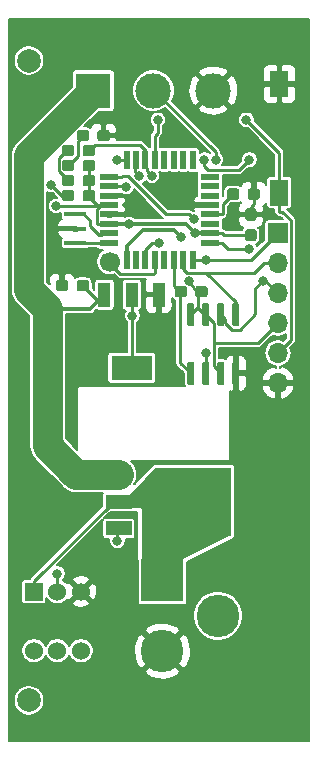
<source format=gbr>
G04 #@! TF.GenerationSoftware,KiCad,Pcbnew,5.1.4*
G04 #@! TF.CreationDate,2019-09-01T18:38:05+02:00*
G04 #@! TF.ProjectId,blueled,626c7565-6c65-4642-9e6b-696361645f70,rev?*
G04 #@! TF.SameCoordinates,Original*
G04 #@! TF.FileFunction,Copper,L1,Top*
G04 #@! TF.FilePolarity,Positive*
%FSLAX46Y46*%
G04 Gerber Fmt 4.6, Leading zero omitted, Abs format (unit mm)*
G04 Created by KiCad (PCBNEW 5.1.4) date 2019-09-01 18:38:05*
%MOMM*%
%LPD*%
G04 APERTURE LIST*
%ADD10C,0.100000*%
%ADD11C,0.950000*%
%ADD12R,3.500000X2.100000*%
%ADD13R,1.100000X2.100000*%
%ADD14C,1.524000*%
%ADD15R,3.600000X3.600000*%
%ADD16C,3.600000*%
%ADD17C,3.000000*%
%ADD18R,3.000000X3.000000*%
%ADD19C,0.600000*%
%ADD20C,1.700000*%
%ADD21R,0.550000X1.600000*%
%ADD22R,1.600000X0.550000*%
%ADD23R,1.600000X2.180000*%
%ADD24O,1.700000X1.700000*%
%ADD25R,1.700000X1.700000*%
%ADD26R,6.400000X5.800000*%
%ADD27R,2.200000X1.200000*%
%ADD28C,2.000000*%
%ADD29R,1.900000X0.400000*%
%ADD30C,0.800000*%
%ADD31C,0.250000*%
%ADD32C,0.350000*%
%ADD33C,2.500000*%
%ADD34C,0.200000*%
G04 APERTURE END LIST*
D10*
G36*
X148999779Y-107476144D02*
G01*
X149022834Y-107479563D01*
X149045443Y-107485227D01*
X149067387Y-107493079D01*
X149088457Y-107503044D01*
X149108448Y-107515026D01*
X149127168Y-107528910D01*
X149144438Y-107544562D01*
X149160090Y-107561832D01*
X149173974Y-107580552D01*
X149185956Y-107600543D01*
X149195921Y-107621613D01*
X149203773Y-107643557D01*
X149209437Y-107666166D01*
X149212856Y-107689221D01*
X149214000Y-107712500D01*
X149214000Y-108187500D01*
X149212856Y-108210779D01*
X149209437Y-108233834D01*
X149203773Y-108256443D01*
X149195921Y-108278387D01*
X149185956Y-108299457D01*
X149173974Y-108319448D01*
X149160090Y-108338168D01*
X149144438Y-108355438D01*
X149127168Y-108371090D01*
X149108448Y-108384974D01*
X149088457Y-108396956D01*
X149067387Y-108406921D01*
X149045443Y-108414773D01*
X149022834Y-108420437D01*
X148999779Y-108423856D01*
X148976500Y-108425000D01*
X148401500Y-108425000D01*
X148378221Y-108423856D01*
X148355166Y-108420437D01*
X148332557Y-108414773D01*
X148310613Y-108406921D01*
X148289543Y-108396956D01*
X148269552Y-108384974D01*
X148250832Y-108371090D01*
X148233562Y-108355438D01*
X148217910Y-108338168D01*
X148204026Y-108319448D01*
X148192044Y-108299457D01*
X148182079Y-108278387D01*
X148174227Y-108256443D01*
X148168563Y-108233834D01*
X148165144Y-108210779D01*
X148164000Y-108187500D01*
X148164000Y-107712500D01*
X148165144Y-107689221D01*
X148168563Y-107666166D01*
X148174227Y-107643557D01*
X148182079Y-107621613D01*
X148192044Y-107600543D01*
X148204026Y-107580552D01*
X148217910Y-107561832D01*
X148233562Y-107544562D01*
X148250832Y-107528910D01*
X148269552Y-107515026D01*
X148289543Y-107503044D01*
X148310613Y-107493079D01*
X148332557Y-107485227D01*
X148355166Y-107479563D01*
X148378221Y-107476144D01*
X148401500Y-107475000D01*
X148976500Y-107475000D01*
X148999779Y-107476144D01*
X148999779Y-107476144D01*
G37*
D11*
X148689000Y-107950000D03*
D10*
G36*
X147249779Y-107476144D02*
G01*
X147272834Y-107479563D01*
X147295443Y-107485227D01*
X147317387Y-107493079D01*
X147338457Y-107503044D01*
X147358448Y-107515026D01*
X147377168Y-107528910D01*
X147394438Y-107544562D01*
X147410090Y-107561832D01*
X147423974Y-107580552D01*
X147435956Y-107600543D01*
X147445921Y-107621613D01*
X147453773Y-107643557D01*
X147459437Y-107666166D01*
X147462856Y-107689221D01*
X147464000Y-107712500D01*
X147464000Y-108187500D01*
X147462856Y-108210779D01*
X147459437Y-108233834D01*
X147453773Y-108256443D01*
X147445921Y-108278387D01*
X147435956Y-108299457D01*
X147423974Y-108319448D01*
X147410090Y-108338168D01*
X147394438Y-108355438D01*
X147377168Y-108371090D01*
X147358448Y-108384974D01*
X147338457Y-108396956D01*
X147317387Y-108406921D01*
X147295443Y-108414773D01*
X147272834Y-108420437D01*
X147249779Y-108423856D01*
X147226500Y-108425000D01*
X146651500Y-108425000D01*
X146628221Y-108423856D01*
X146605166Y-108420437D01*
X146582557Y-108414773D01*
X146560613Y-108406921D01*
X146539543Y-108396956D01*
X146519552Y-108384974D01*
X146500832Y-108371090D01*
X146483562Y-108355438D01*
X146467910Y-108338168D01*
X146454026Y-108319448D01*
X146442044Y-108299457D01*
X146432079Y-108278387D01*
X146424227Y-108256443D01*
X146418563Y-108233834D01*
X146415144Y-108210779D01*
X146414000Y-108187500D01*
X146414000Y-107712500D01*
X146415144Y-107689221D01*
X146418563Y-107666166D01*
X146424227Y-107643557D01*
X146432079Y-107621613D01*
X146442044Y-107600543D01*
X146454026Y-107580552D01*
X146467910Y-107561832D01*
X146483562Y-107544562D01*
X146500832Y-107528910D01*
X146519552Y-107515026D01*
X146539543Y-107503044D01*
X146560613Y-107493079D01*
X146582557Y-107485227D01*
X146605166Y-107479563D01*
X146628221Y-107476144D01*
X146651500Y-107475000D01*
X147226500Y-107475000D01*
X147249779Y-107476144D01*
X147249779Y-107476144D01*
G37*
D11*
X146939000Y-107950000D03*
D10*
G36*
X147743779Y-111286144D02*
G01*
X147766834Y-111289563D01*
X147789443Y-111295227D01*
X147811387Y-111303079D01*
X147832457Y-111313044D01*
X147852448Y-111325026D01*
X147871168Y-111338910D01*
X147888438Y-111354562D01*
X147904090Y-111371832D01*
X147917974Y-111390552D01*
X147929956Y-111410543D01*
X147939921Y-111431613D01*
X147947773Y-111453557D01*
X147953437Y-111476166D01*
X147956856Y-111499221D01*
X147958000Y-111522500D01*
X147958000Y-111997500D01*
X147956856Y-112020779D01*
X147953437Y-112043834D01*
X147947773Y-112066443D01*
X147939921Y-112088387D01*
X147929956Y-112109457D01*
X147917974Y-112129448D01*
X147904090Y-112148168D01*
X147888438Y-112165438D01*
X147871168Y-112181090D01*
X147852448Y-112194974D01*
X147832457Y-112206956D01*
X147811387Y-112216921D01*
X147789443Y-112224773D01*
X147766834Y-112230437D01*
X147743779Y-112233856D01*
X147720500Y-112235000D01*
X147145500Y-112235000D01*
X147122221Y-112233856D01*
X147099166Y-112230437D01*
X147076557Y-112224773D01*
X147054613Y-112216921D01*
X147033543Y-112206956D01*
X147013552Y-112194974D01*
X146994832Y-112181090D01*
X146977562Y-112165438D01*
X146961910Y-112148168D01*
X146948026Y-112129448D01*
X146936044Y-112109457D01*
X146926079Y-112088387D01*
X146918227Y-112066443D01*
X146912563Y-112043834D01*
X146909144Y-112020779D01*
X146908000Y-111997500D01*
X146908000Y-111522500D01*
X146909144Y-111499221D01*
X146912563Y-111476166D01*
X146918227Y-111453557D01*
X146926079Y-111431613D01*
X146936044Y-111410543D01*
X146948026Y-111390552D01*
X146961910Y-111371832D01*
X146977562Y-111354562D01*
X146994832Y-111338910D01*
X147013552Y-111325026D01*
X147033543Y-111313044D01*
X147054613Y-111303079D01*
X147076557Y-111295227D01*
X147099166Y-111289563D01*
X147122221Y-111286144D01*
X147145500Y-111285000D01*
X147720500Y-111285000D01*
X147743779Y-111286144D01*
X147743779Y-111286144D01*
G37*
D11*
X147433000Y-111760000D03*
D10*
G36*
X145993779Y-111286144D02*
G01*
X146016834Y-111289563D01*
X146039443Y-111295227D01*
X146061387Y-111303079D01*
X146082457Y-111313044D01*
X146102448Y-111325026D01*
X146121168Y-111338910D01*
X146138438Y-111354562D01*
X146154090Y-111371832D01*
X146167974Y-111390552D01*
X146179956Y-111410543D01*
X146189921Y-111431613D01*
X146197773Y-111453557D01*
X146203437Y-111476166D01*
X146206856Y-111499221D01*
X146208000Y-111522500D01*
X146208000Y-111997500D01*
X146206856Y-112020779D01*
X146203437Y-112043834D01*
X146197773Y-112066443D01*
X146189921Y-112088387D01*
X146179956Y-112109457D01*
X146167974Y-112129448D01*
X146154090Y-112148168D01*
X146138438Y-112165438D01*
X146121168Y-112181090D01*
X146102448Y-112194974D01*
X146082457Y-112206956D01*
X146061387Y-112216921D01*
X146039443Y-112224773D01*
X146016834Y-112230437D01*
X145993779Y-112233856D01*
X145970500Y-112235000D01*
X145395500Y-112235000D01*
X145372221Y-112233856D01*
X145349166Y-112230437D01*
X145326557Y-112224773D01*
X145304613Y-112216921D01*
X145283543Y-112206956D01*
X145263552Y-112194974D01*
X145244832Y-112181090D01*
X145227562Y-112165438D01*
X145211910Y-112148168D01*
X145198026Y-112129448D01*
X145186044Y-112109457D01*
X145176079Y-112088387D01*
X145168227Y-112066443D01*
X145162563Y-112043834D01*
X145159144Y-112020779D01*
X145158000Y-111997500D01*
X145158000Y-111522500D01*
X145159144Y-111499221D01*
X145162563Y-111476166D01*
X145168227Y-111453557D01*
X145176079Y-111431613D01*
X145186044Y-111410543D01*
X145198026Y-111390552D01*
X145211910Y-111371832D01*
X145227562Y-111354562D01*
X145244832Y-111338910D01*
X145263552Y-111325026D01*
X145283543Y-111313044D01*
X145304613Y-111303079D01*
X145326557Y-111295227D01*
X145349166Y-111289563D01*
X145372221Y-111286144D01*
X145395500Y-111285000D01*
X145970500Y-111285000D01*
X145993779Y-111286144D01*
X145993779Y-111286144D01*
G37*
D11*
X145683000Y-111760000D03*
D12*
X151066500Y-127612000D03*
D13*
X148766500Y-121412000D03*
X151066500Y-121412000D03*
X153366500Y-121412000D03*
D14*
X146780000Y-146558000D03*
X144780000Y-146558000D03*
X142780000Y-146558000D03*
D10*
G36*
X143542000Y-147320000D02*
G01*
X142018000Y-147320000D01*
X142018000Y-145796000D01*
X143542000Y-145796000D01*
X143542000Y-147320000D01*
X143542000Y-147320000D01*
G37*
D14*
X146780000Y-151558000D03*
X144780000Y-151558000D03*
X142780000Y-151558000D03*
D15*
X153670000Y-145605500D03*
D16*
X153670000Y-151605500D03*
X158370000Y-148605500D03*
D17*
X157988000Y-104140000D03*
X152908000Y-104140000D03*
D18*
X147828000Y-104140000D03*
D10*
G36*
X156247703Y-122153722D02*
G01*
X156262264Y-122155882D01*
X156276543Y-122159459D01*
X156290403Y-122164418D01*
X156303710Y-122170712D01*
X156316336Y-122178280D01*
X156328159Y-122187048D01*
X156339066Y-122196934D01*
X156348952Y-122207841D01*
X156357720Y-122219664D01*
X156365288Y-122232290D01*
X156371582Y-122245597D01*
X156376541Y-122259457D01*
X156380118Y-122273736D01*
X156382278Y-122288297D01*
X156383000Y-122303000D01*
X156383000Y-123953000D01*
X156382278Y-123967703D01*
X156380118Y-123982264D01*
X156376541Y-123996543D01*
X156371582Y-124010403D01*
X156365288Y-124023710D01*
X156357720Y-124036336D01*
X156348952Y-124048159D01*
X156339066Y-124059066D01*
X156328159Y-124068952D01*
X156316336Y-124077720D01*
X156303710Y-124085288D01*
X156290403Y-124091582D01*
X156276543Y-124096541D01*
X156262264Y-124100118D01*
X156247703Y-124102278D01*
X156233000Y-124103000D01*
X155933000Y-124103000D01*
X155918297Y-124102278D01*
X155903736Y-124100118D01*
X155889457Y-124096541D01*
X155875597Y-124091582D01*
X155862290Y-124085288D01*
X155849664Y-124077720D01*
X155837841Y-124068952D01*
X155826934Y-124059066D01*
X155817048Y-124048159D01*
X155808280Y-124036336D01*
X155800712Y-124023710D01*
X155794418Y-124010403D01*
X155789459Y-123996543D01*
X155785882Y-123982264D01*
X155783722Y-123967703D01*
X155783000Y-123953000D01*
X155783000Y-122303000D01*
X155783722Y-122288297D01*
X155785882Y-122273736D01*
X155789459Y-122259457D01*
X155794418Y-122245597D01*
X155800712Y-122232290D01*
X155808280Y-122219664D01*
X155817048Y-122207841D01*
X155826934Y-122196934D01*
X155837841Y-122187048D01*
X155849664Y-122178280D01*
X155862290Y-122170712D01*
X155875597Y-122164418D01*
X155889457Y-122159459D01*
X155903736Y-122155882D01*
X155918297Y-122153722D01*
X155933000Y-122153000D01*
X156233000Y-122153000D01*
X156247703Y-122153722D01*
X156247703Y-122153722D01*
G37*
D19*
X156083000Y-123128000D03*
D10*
G36*
X157517703Y-122153722D02*
G01*
X157532264Y-122155882D01*
X157546543Y-122159459D01*
X157560403Y-122164418D01*
X157573710Y-122170712D01*
X157586336Y-122178280D01*
X157598159Y-122187048D01*
X157609066Y-122196934D01*
X157618952Y-122207841D01*
X157627720Y-122219664D01*
X157635288Y-122232290D01*
X157641582Y-122245597D01*
X157646541Y-122259457D01*
X157650118Y-122273736D01*
X157652278Y-122288297D01*
X157653000Y-122303000D01*
X157653000Y-123953000D01*
X157652278Y-123967703D01*
X157650118Y-123982264D01*
X157646541Y-123996543D01*
X157641582Y-124010403D01*
X157635288Y-124023710D01*
X157627720Y-124036336D01*
X157618952Y-124048159D01*
X157609066Y-124059066D01*
X157598159Y-124068952D01*
X157586336Y-124077720D01*
X157573710Y-124085288D01*
X157560403Y-124091582D01*
X157546543Y-124096541D01*
X157532264Y-124100118D01*
X157517703Y-124102278D01*
X157503000Y-124103000D01*
X157203000Y-124103000D01*
X157188297Y-124102278D01*
X157173736Y-124100118D01*
X157159457Y-124096541D01*
X157145597Y-124091582D01*
X157132290Y-124085288D01*
X157119664Y-124077720D01*
X157107841Y-124068952D01*
X157096934Y-124059066D01*
X157087048Y-124048159D01*
X157078280Y-124036336D01*
X157070712Y-124023710D01*
X157064418Y-124010403D01*
X157059459Y-123996543D01*
X157055882Y-123982264D01*
X157053722Y-123967703D01*
X157053000Y-123953000D01*
X157053000Y-122303000D01*
X157053722Y-122288297D01*
X157055882Y-122273736D01*
X157059459Y-122259457D01*
X157064418Y-122245597D01*
X157070712Y-122232290D01*
X157078280Y-122219664D01*
X157087048Y-122207841D01*
X157096934Y-122196934D01*
X157107841Y-122187048D01*
X157119664Y-122178280D01*
X157132290Y-122170712D01*
X157145597Y-122164418D01*
X157159457Y-122159459D01*
X157173736Y-122155882D01*
X157188297Y-122153722D01*
X157203000Y-122153000D01*
X157503000Y-122153000D01*
X157517703Y-122153722D01*
X157517703Y-122153722D01*
G37*
D19*
X157353000Y-123128000D03*
D10*
G36*
X158787703Y-122153722D02*
G01*
X158802264Y-122155882D01*
X158816543Y-122159459D01*
X158830403Y-122164418D01*
X158843710Y-122170712D01*
X158856336Y-122178280D01*
X158868159Y-122187048D01*
X158879066Y-122196934D01*
X158888952Y-122207841D01*
X158897720Y-122219664D01*
X158905288Y-122232290D01*
X158911582Y-122245597D01*
X158916541Y-122259457D01*
X158920118Y-122273736D01*
X158922278Y-122288297D01*
X158923000Y-122303000D01*
X158923000Y-123953000D01*
X158922278Y-123967703D01*
X158920118Y-123982264D01*
X158916541Y-123996543D01*
X158911582Y-124010403D01*
X158905288Y-124023710D01*
X158897720Y-124036336D01*
X158888952Y-124048159D01*
X158879066Y-124059066D01*
X158868159Y-124068952D01*
X158856336Y-124077720D01*
X158843710Y-124085288D01*
X158830403Y-124091582D01*
X158816543Y-124096541D01*
X158802264Y-124100118D01*
X158787703Y-124102278D01*
X158773000Y-124103000D01*
X158473000Y-124103000D01*
X158458297Y-124102278D01*
X158443736Y-124100118D01*
X158429457Y-124096541D01*
X158415597Y-124091582D01*
X158402290Y-124085288D01*
X158389664Y-124077720D01*
X158377841Y-124068952D01*
X158366934Y-124059066D01*
X158357048Y-124048159D01*
X158348280Y-124036336D01*
X158340712Y-124023710D01*
X158334418Y-124010403D01*
X158329459Y-123996543D01*
X158325882Y-123982264D01*
X158323722Y-123967703D01*
X158323000Y-123953000D01*
X158323000Y-122303000D01*
X158323722Y-122288297D01*
X158325882Y-122273736D01*
X158329459Y-122259457D01*
X158334418Y-122245597D01*
X158340712Y-122232290D01*
X158348280Y-122219664D01*
X158357048Y-122207841D01*
X158366934Y-122196934D01*
X158377841Y-122187048D01*
X158389664Y-122178280D01*
X158402290Y-122170712D01*
X158415597Y-122164418D01*
X158429457Y-122159459D01*
X158443736Y-122155882D01*
X158458297Y-122153722D01*
X158473000Y-122153000D01*
X158773000Y-122153000D01*
X158787703Y-122153722D01*
X158787703Y-122153722D01*
G37*
D19*
X158623000Y-123128000D03*
D10*
G36*
X160057703Y-122153722D02*
G01*
X160072264Y-122155882D01*
X160086543Y-122159459D01*
X160100403Y-122164418D01*
X160113710Y-122170712D01*
X160126336Y-122178280D01*
X160138159Y-122187048D01*
X160149066Y-122196934D01*
X160158952Y-122207841D01*
X160167720Y-122219664D01*
X160175288Y-122232290D01*
X160181582Y-122245597D01*
X160186541Y-122259457D01*
X160190118Y-122273736D01*
X160192278Y-122288297D01*
X160193000Y-122303000D01*
X160193000Y-123953000D01*
X160192278Y-123967703D01*
X160190118Y-123982264D01*
X160186541Y-123996543D01*
X160181582Y-124010403D01*
X160175288Y-124023710D01*
X160167720Y-124036336D01*
X160158952Y-124048159D01*
X160149066Y-124059066D01*
X160138159Y-124068952D01*
X160126336Y-124077720D01*
X160113710Y-124085288D01*
X160100403Y-124091582D01*
X160086543Y-124096541D01*
X160072264Y-124100118D01*
X160057703Y-124102278D01*
X160043000Y-124103000D01*
X159743000Y-124103000D01*
X159728297Y-124102278D01*
X159713736Y-124100118D01*
X159699457Y-124096541D01*
X159685597Y-124091582D01*
X159672290Y-124085288D01*
X159659664Y-124077720D01*
X159647841Y-124068952D01*
X159636934Y-124059066D01*
X159627048Y-124048159D01*
X159618280Y-124036336D01*
X159610712Y-124023710D01*
X159604418Y-124010403D01*
X159599459Y-123996543D01*
X159595882Y-123982264D01*
X159593722Y-123967703D01*
X159593000Y-123953000D01*
X159593000Y-122303000D01*
X159593722Y-122288297D01*
X159595882Y-122273736D01*
X159599459Y-122259457D01*
X159604418Y-122245597D01*
X159610712Y-122232290D01*
X159618280Y-122219664D01*
X159627048Y-122207841D01*
X159636934Y-122196934D01*
X159647841Y-122187048D01*
X159659664Y-122178280D01*
X159672290Y-122170712D01*
X159685597Y-122164418D01*
X159699457Y-122159459D01*
X159713736Y-122155882D01*
X159728297Y-122153722D01*
X159743000Y-122153000D01*
X160043000Y-122153000D01*
X160057703Y-122153722D01*
X160057703Y-122153722D01*
G37*
D19*
X159893000Y-123128000D03*
D10*
G36*
X160057703Y-127103722D02*
G01*
X160072264Y-127105882D01*
X160086543Y-127109459D01*
X160100403Y-127114418D01*
X160113710Y-127120712D01*
X160126336Y-127128280D01*
X160138159Y-127137048D01*
X160149066Y-127146934D01*
X160158952Y-127157841D01*
X160167720Y-127169664D01*
X160175288Y-127182290D01*
X160181582Y-127195597D01*
X160186541Y-127209457D01*
X160190118Y-127223736D01*
X160192278Y-127238297D01*
X160193000Y-127253000D01*
X160193000Y-128903000D01*
X160192278Y-128917703D01*
X160190118Y-128932264D01*
X160186541Y-128946543D01*
X160181582Y-128960403D01*
X160175288Y-128973710D01*
X160167720Y-128986336D01*
X160158952Y-128998159D01*
X160149066Y-129009066D01*
X160138159Y-129018952D01*
X160126336Y-129027720D01*
X160113710Y-129035288D01*
X160100403Y-129041582D01*
X160086543Y-129046541D01*
X160072264Y-129050118D01*
X160057703Y-129052278D01*
X160043000Y-129053000D01*
X159743000Y-129053000D01*
X159728297Y-129052278D01*
X159713736Y-129050118D01*
X159699457Y-129046541D01*
X159685597Y-129041582D01*
X159672290Y-129035288D01*
X159659664Y-129027720D01*
X159647841Y-129018952D01*
X159636934Y-129009066D01*
X159627048Y-128998159D01*
X159618280Y-128986336D01*
X159610712Y-128973710D01*
X159604418Y-128960403D01*
X159599459Y-128946543D01*
X159595882Y-128932264D01*
X159593722Y-128917703D01*
X159593000Y-128903000D01*
X159593000Y-127253000D01*
X159593722Y-127238297D01*
X159595882Y-127223736D01*
X159599459Y-127209457D01*
X159604418Y-127195597D01*
X159610712Y-127182290D01*
X159618280Y-127169664D01*
X159627048Y-127157841D01*
X159636934Y-127146934D01*
X159647841Y-127137048D01*
X159659664Y-127128280D01*
X159672290Y-127120712D01*
X159685597Y-127114418D01*
X159699457Y-127109459D01*
X159713736Y-127105882D01*
X159728297Y-127103722D01*
X159743000Y-127103000D01*
X160043000Y-127103000D01*
X160057703Y-127103722D01*
X160057703Y-127103722D01*
G37*
D19*
X159893000Y-128078000D03*
D10*
G36*
X158787703Y-127103722D02*
G01*
X158802264Y-127105882D01*
X158816543Y-127109459D01*
X158830403Y-127114418D01*
X158843710Y-127120712D01*
X158856336Y-127128280D01*
X158868159Y-127137048D01*
X158879066Y-127146934D01*
X158888952Y-127157841D01*
X158897720Y-127169664D01*
X158905288Y-127182290D01*
X158911582Y-127195597D01*
X158916541Y-127209457D01*
X158920118Y-127223736D01*
X158922278Y-127238297D01*
X158923000Y-127253000D01*
X158923000Y-128903000D01*
X158922278Y-128917703D01*
X158920118Y-128932264D01*
X158916541Y-128946543D01*
X158911582Y-128960403D01*
X158905288Y-128973710D01*
X158897720Y-128986336D01*
X158888952Y-128998159D01*
X158879066Y-129009066D01*
X158868159Y-129018952D01*
X158856336Y-129027720D01*
X158843710Y-129035288D01*
X158830403Y-129041582D01*
X158816543Y-129046541D01*
X158802264Y-129050118D01*
X158787703Y-129052278D01*
X158773000Y-129053000D01*
X158473000Y-129053000D01*
X158458297Y-129052278D01*
X158443736Y-129050118D01*
X158429457Y-129046541D01*
X158415597Y-129041582D01*
X158402290Y-129035288D01*
X158389664Y-129027720D01*
X158377841Y-129018952D01*
X158366934Y-129009066D01*
X158357048Y-128998159D01*
X158348280Y-128986336D01*
X158340712Y-128973710D01*
X158334418Y-128960403D01*
X158329459Y-128946543D01*
X158325882Y-128932264D01*
X158323722Y-128917703D01*
X158323000Y-128903000D01*
X158323000Y-127253000D01*
X158323722Y-127238297D01*
X158325882Y-127223736D01*
X158329459Y-127209457D01*
X158334418Y-127195597D01*
X158340712Y-127182290D01*
X158348280Y-127169664D01*
X158357048Y-127157841D01*
X158366934Y-127146934D01*
X158377841Y-127137048D01*
X158389664Y-127128280D01*
X158402290Y-127120712D01*
X158415597Y-127114418D01*
X158429457Y-127109459D01*
X158443736Y-127105882D01*
X158458297Y-127103722D01*
X158473000Y-127103000D01*
X158773000Y-127103000D01*
X158787703Y-127103722D01*
X158787703Y-127103722D01*
G37*
D19*
X158623000Y-128078000D03*
D10*
G36*
X157517703Y-127103722D02*
G01*
X157532264Y-127105882D01*
X157546543Y-127109459D01*
X157560403Y-127114418D01*
X157573710Y-127120712D01*
X157586336Y-127128280D01*
X157598159Y-127137048D01*
X157609066Y-127146934D01*
X157618952Y-127157841D01*
X157627720Y-127169664D01*
X157635288Y-127182290D01*
X157641582Y-127195597D01*
X157646541Y-127209457D01*
X157650118Y-127223736D01*
X157652278Y-127238297D01*
X157653000Y-127253000D01*
X157653000Y-128903000D01*
X157652278Y-128917703D01*
X157650118Y-128932264D01*
X157646541Y-128946543D01*
X157641582Y-128960403D01*
X157635288Y-128973710D01*
X157627720Y-128986336D01*
X157618952Y-128998159D01*
X157609066Y-129009066D01*
X157598159Y-129018952D01*
X157586336Y-129027720D01*
X157573710Y-129035288D01*
X157560403Y-129041582D01*
X157546543Y-129046541D01*
X157532264Y-129050118D01*
X157517703Y-129052278D01*
X157503000Y-129053000D01*
X157203000Y-129053000D01*
X157188297Y-129052278D01*
X157173736Y-129050118D01*
X157159457Y-129046541D01*
X157145597Y-129041582D01*
X157132290Y-129035288D01*
X157119664Y-129027720D01*
X157107841Y-129018952D01*
X157096934Y-129009066D01*
X157087048Y-128998159D01*
X157078280Y-128986336D01*
X157070712Y-128973710D01*
X157064418Y-128960403D01*
X157059459Y-128946543D01*
X157055882Y-128932264D01*
X157053722Y-128917703D01*
X157053000Y-128903000D01*
X157053000Y-127253000D01*
X157053722Y-127238297D01*
X157055882Y-127223736D01*
X157059459Y-127209457D01*
X157064418Y-127195597D01*
X157070712Y-127182290D01*
X157078280Y-127169664D01*
X157087048Y-127157841D01*
X157096934Y-127146934D01*
X157107841Y-127137048D01*
X157119664Y-127128280D01*
X157132290Y-127120712D01*
X157145597Y-127114418D01*
X157159457Y-127109459D01*
X157173736Y-127105882D01*
X157188297Y-127103722D01*
X157203000Y-127103000D01*
X157503000Y-127103000D01*
X157517703Y-127103722D01*
X157517703Y-127103722D01*
G37*
D19*
X157353000Y-128078000D03*
D10*
G36*
X156247703Y-127103722D02*
G01*
X156262264Y-127105882D01*
X156276543Y-127109459D01*
X156290403Y-127114418D01*
X156303710Y-127120712D01*
X156316336Y-127128280D01*
X156328159Y-127137048D01*
X156339066Y-127146934D01*
X156348952Y-127157841D01*
X156357720Y-127169664D01*
X156365288Y-127182290D01*
X156371582Y-127195597D01*
X156376541Y-127209457D01*
X156380118Y-127223736D01*
X156382278Y-127238297D01*
X156383000Y-127253000D01*
X156383000Y-128903000D01*
X156382278Y-128917703D01*
X156380118Y-128932264D01*
X156376541Y-128946543D01*
X156371582Y-128960403D01*
X156365288Y-128973710D01*
X156357720Y-128986336D01*
X156348952Y-128998159D01*
X156339066Y-129009066D01*
X156328159Y-129018952D01*
X156316336Y-129027720D01*
X156303710Y-129035288D01*
X156290403Y-129041582D01*
X156276543Y-129046541D01*
X156262264Y-129050118D01*
X156247703Y-129052278D01*
X156233000Y-129053000D01*
X155933000Y-129053000D01*
X155918297Y-129052278D01*
X155903736Y-129050118D01*
X155889457Y-129046541D01*
X155875597Y-129041582D01*
X155862290Y-129035288D01*
X155849664Y-129027720D01*
X155837841Y-129018952D01*
X155826934Y-129009066D01*
X155817048Y-128998159D01*
X155808280Y-128986336D01*
X155800712Y-128973710D01*
X155794418Y-128960403D01*
X155789459Y-128946543D01*
X155785882Y-128932264D01*
X155783722Y-128917703D01*
X155783000Y-128903000D01*
X155783000Y-127253000D01*
X155783722Y-127238297D01*
X155785882Y-127223736D01*
X155789459Y-127209457D01*
X155794418Y-127195597D01*
X155800712Y-127182290D01*
X155808280Y-127169664D01*
X155817048Y-127157841D01*
X155826934Y-127146934D01*
X155837841Y-127137048D01*
X155849664Y-127128280D01*
X155862290Y-127120712D01*
X155875597Y-127114418D01*
X155889457Y-127109459D01*
X155903736Y-127105882D01*
X155918297Y-127103722D01*
X155933000Y-127103000D01*
X156233000Y-127103000D01*
X156247703Y-127103722D01*
X156247703Y-127103722D01*
G37*
D19*
X156083000Y-128078000D03*
D20*
X149225000Y-118618000D03*
D21*
X150634800Y-109982000D03*
X151434800Y-109982000D03*
X152234800Y-109982000D03*
X153034800Y-109982000D03*
X153834800Y-109982000D03*
X154634800Y-109982000D03*
X155434800Y-109982000D03*
X156234800Y-109982000D03*
D22*
X157684800Y-111432000D03*
X157684800Y-112232000D03*
X157684800Y-113032000D03*
X157684800Y-113832000D03*
X157684800Y-114632000D03*
X157684800Y-115432000D03*
X157684800Y-116232000D03*
X157684800Y-117032000D03*
D21*
X156234800Y-118482000D03*
X155434800Y-118482000D03*
X154634800Y-118482000D03*
X153834800Y-118482000D03*
X153034800Y-118482000D03*
X152234800Y-118482000D03*
X151434800Y-118482000D03*
X150634800Y-118482000D03*
D22*
X149184800Y-117032000D03*
X149184800Y-116232000D03*
X149184800Y-115432000D03*
X149184800Y-114632000D03*
X149184800Y-113832000D03*
X149184800Y-113032000D03*
X149184800Y-112232000D03*
X149184800Y-111432000D03*
D23*
X163576000Y-103596000D03*
X163576000Y-112776000D03*
D24*
X163449000Y-128905000D03*
X163449000Y-126365000D03*
X163449000Y-123825000D03*
X163449000Y-121285000D03*
X163449000Y-118745000D03*
D25*
X163449000Y-116205000D03*
D26*
X156278000Y-138938000D03*
D27*
X149978000Y-141218000D03*
X149978000Y-138938000D03*
X149978000Y-136658000D03*
D28*
X142367000Y-101600000D03*
X142367000Y-155765500D03*
D29*
X146304000Y-115824000D03*
X146304000Y-114624000D03*
X146304000Y-117024000D03*
D10*
G36*
X147235779Y-120176144D02*
G01*
X147258834Y-120179563D01*
X147281443Y-120185227D01*
X147303387Y-120193079D01*
X147324457Y-120203044D01*
X147344448Y-120215026D01*
X147363168Y-120228910D01*
X147380438Y-120244562D01*
X147396090Y-120261832D01*
X147409974Y-120280552D01*
X147421956Y-120300543D01*
X147431921Y-120321613D01*
X147439773Y-120343557D01*
X147445437Y-120366166D01*
X147448856Y-120389221D01*
X147450000Y-120412500D01*
X147450000Y-120887500D01*
X147448856Y-120910779D01*
X147445437Y-120933834D01*
X147439773Y-120956443D01*
X147431921Y-120978387D01*
X147421956Y-120999457D01*
X147409974Y-121019448D01*
X147396090Y-121038168D01*
X147380438Y-121055438D01*
X147363168Y-121071090D01*
X147344448Y-121084974D01*
X147324457Y-121096956D01*
X147303387Y-121106921D01*
X147281443Y-121114773D01*
X147258834Y-121120437D01*
X147235779Y-121123856D01*
X147212500Y-121125000D01*
X146637500Y-121125000D01*
X146614221Y-121123856D01*
X146591166Y-121120437D01*
X146568557Y-121114773D01*
X146546613Y-121106921D01*
X146525543Y-121096956D01*
X146505552Y-121084974D01*
X146486832Y-121071090D01*
X146469562Y-121055438D01*
X146453910Y-121038168D01*
X146440026Y-121019448D01*
X146428044Y-120999457D01*
X146418079Y-120978387D01*
X146410227Y-120956443D01*
X146404563Y-120933834D01*
X146401144Y-120910779D01*
X146400000Y-120887500D01*
X146400000Y-120412500D01*
X146401144Y-120389221D01*
X146404563Y-120366166D01*
X146410227Y-120343557D01*
X146418079Y-120321613D01*
X146428044Y-120300543D01*
X146440026Y-120280552D01*
X146453910Y-120261832D01*
X146469562Y-120244562D01*
X146486832Y-120228910D01*
X146505552Y-120215026D01*
X146525543Y-120203044D01*
X146546613Y-120193079D01*
X146568557Y-120185227D01*
X146591166Y-120179563D01*
X146614221Y-120176144D01*
X146637500Y-120175000D01*
X147212500Y-120175000D01*
X147235779Y-120176144D01*
X147235779Y-120176144D01*
G37*
D11*
X146925000Y-120650000D03*
D10*
G36*
X145485779Y-120176144D02*
G01*
X145508834Y-120179563D01*
X145531443Y-120185227D01*
X145553387Y-120193079D01*
X145574457Y-120203044D01*
X145594448Y-120215026D01*
X145613168Y-120228910D01*
X145630438Y-120244562D01*
X145646090Y-120261832D01*
X145659974Y-120280552D01*
X145671956Y-120300543D01*
X145681921Y-120321613D01*
X145689773Y-120343557D01*
X145695437Y-120366166D01*
X145698856Y-120389221D01*
X145700000Y-120412500D01*
X145700000Y-120887500D01*
X145698856Y-120910779D01*
X145695437Y-120933834D01*
X145689773Y-120956443D01*
X145681921Y-120978387D01*
X145671956Y-120999457D01*
X145659974Y-121019448D01*
X145646090Y-121038168D01*
X145630438Y-121055438D01*
X145613168Y-121071090D01*
X145594448Y-121084974D01*
X145574457Y-121096956D01*
X145553387Y-121106921D01*
X145531443Y-121114773D01*
X145508834Y-121120437D01*
X145485779Y-121123856D01*
X145462500Y-121125000D01*
X144887500Y-121125000D01*
X144864221Y-121123856D01*
X144841166Y-121120437D01*
X144818557Y-121114773D01*
X144796613Y-121106921D01*
X144775543Y-121096956D01*
X144755552Y-121084974D01*
X144736832Y-121071090D01*
X144719562Y-121055438D01*
X144703910Y-121038168D01*
X144690026Y-121019448D01*
X144678044Y-120999457D01*
X144668079Y-120978387D01*
X144660227Y-120956443D01*
X144654563Y-120933834D01*
X144651144Y-120910779D01*
X144650000Y-120887500D01*
X144650000Y-120412500D01*
X144651144Y-120389221D01*
X144654563Y-120366166D01*
X144660227Y-120343557D01*
X144668079Y-120321613D01*
X144678044Y-120300543D01*
X144690026Y-120280552D01*
X144703910Y-120261832D01*
X144719562Y-120244562D01*
X144736832Y-120228910D01*
X144755552Y-120215026D01*
X144775543Y-120203044D01*
X144796613Y-120193079D01*
X144818557Y-120185227D01*
X144841166Y-120179563D01*
X144864221Y-120176144D01*
X144887500Y-120175000D01*
X145462500Y-120175000D01*
X145485779Y-120176144D01*
X145485779Y-120176144D01*
G37*
D11*
X145175000Y-120650000D03*
D10*
G36*
X161423779Y-114107644D02*
G01*
X161446834Y-114111063D01*
X161469443Y-114116727D01*
X161491387Y-114124579D01*
X161512457Y-114134544D01*
X161532448Y-114146526D01*
X161551168Y-114160410D01*
X161568438Y-114176062D01*
X161584090Y-114193332D01*
X161597974Y-114212052D01*
X161609956Y-114232043D01*
X161619921Y-114253113D01*
X161627773Y-114275057D01*
X161633437Y-114297666D01*
X161636856Y-114320721D01*
X161638000Y-114344000D01*
X161638000Y-114919000D01*
X161636856Y-114942279D01*
X161633437Y-114965334D01*
X161627773Y-114987943D01*
X161619921Y-115009887D01*
X161609956Y-115030957D01*
X161597974Y-115050948D01*
X161584090Y-115069668D01*
X161568438Y-115086938D01*
X161551168Y-115102590D01*
X161532448Y-115116474D01*
X161512457Y-115128456D01*
X161491387Y-115138421D01*
X161469443Y-115146273D01*
X161446834Y-115151937D01*
X161423779Y-115155356D01*
X161400500Y-115156500D01*
X160925500Y-115156500D01*
X160902221Y-115155356D01*
X160879166Y-115151937D01*
X160856557Y-115146273D01*
X160834613Y-115138421D01*
X160813543Y-115128456D01*
X160793552Y-115116474D01*
X160774832Y-115102590D01*
X160757562Y-115086938D01*
X160741910Y-115069668D01*
X160728026Y-115050948D01*
X160716044Y-115030957D01*
X160706079Y-115009887D01*
X160698227Y-114987943D01*
X160692563Y-114965334D01*
X160689144Y-114942279D01*
X160688000Y-114919000D01*
X160688000Y-114344000D01*
X160689144Y-114320721D01*
X160692563Y-114297666D01*
X160698227Y-114275057D01*
X160706079Y-114253113D01*
X160716044Y-114232043D01*
X160728026Y-114212052D01*
X160741910Y-114193332D01*
X160757562Y-114176062D01*
X160774832Y-114160410D01*
X160793552Y-114146526D01*
X160813543Y-114134544D01*
X160834613Y-114124579D01*
X160856557Y-114116727D01*
X160879166Y-114111063D01*
X160902221Y-114107644D01*
X160925500Y-114106500D01*
X161400500Y-114106500D01*
X161423779Y-114107644D01*
X161423779Y-114107644D01*
G37*
D11*
X161163000Y-114631500D03*
D10*
G36*
X161423779Y-115857644D02*
G01*
X161446834Y-115861063D01*
X161469443Y-115866727D01*
X161491387Y-115874579D01*
X161512457Y-115884544D01*
X161532448Y-115896526D01*
X161551168Y-115910410D01*
X161568438Y-115926062D01*
X161584090Y-115943332D01*
X161597974Y-115962052D01*
X161609956Y-115982043D01*
X161619921Y-116003113D01*
X161627773Y-116025057D01*
X161633437Y-116047666D01*
X161636856Y-116070721D01*
X161638000Y-116094000D01*
X161638000Y-116669000D01*
X161636856Y-116692279D01*
X161633437Y-116715334D01*
X161627773Y-116737943D01*
X161619921Y-116759887D01*
X161609956Y-116780957D01*
X161597974Y-116800948D01*
X161584090Y-116819668D01*
X161568438Y-116836938D01*
X161551168Y-116852590D01*
X161532448Y-116866474D01*
X161512457Y-116878456D01*
X161491387Y-116888421D01*
X161469443Y-116896273D01*
X161446834Y-116901937D01*
X161423779Y-116905356D01*
X161400500Y-116906500D01*
X160925500Y-116906500D01*
X160902221Y-116905356D01*
X160879166Y-116901937D01*
X160856557Y-116896273D01*
X160834613Y-116888421D01*
X160813543Y-116878456D01*
X160793552Y-116866474D01*
X160774832Y-116852590D01*
X160757562Y-116836938D01*
X160741910Y-116819668D01*
X160728026Y-116800948D01*
X160716044Y-116780957D01*
X160706079Y-116759887D01*
X160698227Y-116737943D01*
X160692563Y-116715334D01*
X160689144Y-116692279D01*
X160688000Y-116669000D01*
X160688000Y-116094000D01*
X160689144Y-116070721D01*
X160692563Y-116047666D01*
X160698227Y-116025057D01*
X160706079Y-116003113D01*
X160716044Y-115982043D01*
X160728026Y-115962052D01*
X160741910Y-115943332D01*
X160757562Y-115926062D01*
X160774832Y-115910410D01*
X160793552Y-115896526D01*
X160813543Y-115884544D01*
X160834613Y-115874579D01*
X160856557Y-115866727D01*
X160879166Y-115861063D01*
X160902221Y-115857644D01*
X160925500Y-115856500D01*
X161400500Y-115856500D01*
X161423779Y-115857644D01*
X161423779Y-115857644D01*
G37*
D11*
X161163000Y-116381500D03*
D10*
G36*
X159963779Y-112429144D02*
G01*
X159986834Y-112432563D01*
X160009443Y-112438227D01*
X160031387Y-112446079D01*
X160052457Y-112456044D01*
X160072448Y-112468026D01*
X160091168Y-112481910D01*
X160108438Y-112497562D01*
X160124090Y-112514832D01*
X160137974Y-112533552D01*
X160149956Y-112553543D01*
X160159921Y-112574613D01*
X160167773Y-112596557D01*
X160173437Y-112619166D01*
X160176856Y-112642221D01*
X160178000Y-112665500D01*
X160178000Y-113140500D01*
X160176856Y-113163779D01*
X160173437Y-113186834D01*
X160167773Y-113209443D01*
X160159921Y-113231387D01*
X160149956Y-113252457D01*
X160137974Y-113272448D01*
X160124090Y-113291168D01*
X160108438Y-113308438D01*
X160091168Y-113324090D01*
X160072448Y-113337974D01*
X160052457Y-113349956D01*
X160031387Y-113359921D01*
X160009443Y-113367773D01*
X159986834Y-113373437D01*
X159963779Y-113376856D01*
X159940500Y-113378000D01*
X159365500Y-113378000D01*
X159342221Y-113376856D01*
X159319166Y-113373437D01*
X159296557Y-113367773D01*
X159274613Y-113359921D01*
X159253543Y-113349956D01*
X159233552Y-113337974D01*
X159214832Y-113324090D01*
X159197562Y-113308438D01*
X159181910Y-113291168D01*
X159168026Y-113272448D01*
X159156044Y-113252457D01*
X159146079Y-113231387D01*
X159138227Y-113209443D01*
X159132563Y-113186834D01*
X159129144Y-113163779D01*
X159128000Y-113140500D01*
X159128000Y-112665500D01*
X159129144Y-112642221D01*
X159132563Y-112619166D01*
X159138227Y-112596557D01*
X159146079Y-112574613D01*
X159156044Y-112553543D01*
X159168026Y-112533552D01*
X159181910Y-112514832D01*
X159197562Y-112497562D01*
X159214832Y-112481910D01*
X159233552Y-112468026D01*
X159253543Y-112456044D01*
X159274613Y-112446079D01*
X159296557Y-112438227D01*
X159319166Y-112432563D01*
X159342221Y-112429144D01*
X159365500Y-112428000D01*
X159940500Y-112428000D01*
X159963779Y-112429144D01*
X159963779Y-112429144D01*
G37*
D11*
X159653000Y-112903000D03*
D10*
G36*
X161713779Y-112429144D02*
G01*
X161736834Y-112432563D01*
X161759443Y-112438227D01*
X161781387Y-112446079D01*
X161802457Y-112456044D01*
X161822448Y-112468026D01*
X161841168Y-112481910D01*
X161858438Y-112497562D01*
X161874090Y-112514832D01*
X161887974Y-112533552D01*
X161899956Y-112553543D01*
X161909921Y-112574613D01*
X161917773Y-112596557D01*
X161923437Y-112619166D01*
X161926856Y-112642221D01*
X161928000Y-112665500D01*
X161928000Y-113140500D01*
X161926856Y-113163779D01*
X161923437Y-113186834D01*
X161917773Y-113209443D01*
X161909921Y-113231387D01*
X161899956Y-113252457D01*
X161887974Y-113272448D01*
X161874090Y-113291168D01*
X161858438Y-113308438D01*
X161841168Y-113324090D01*
X161822448Y-113337974D01*
X161802457Y-113349956D01*
X161781387Y-113359921D01*
X161759443Y-113367773D01*
X161736834Y-113373437D01*
X161713779Y-113376856D01*
X161690500Y-113378000D01*
X161115500Y-113378000D01*
X161092221Y-113376856D01*
X161069166Y-113373437D01*
X161046557Y-113367773D01*
X161024613Y-113359921D01*
X161003543Y-113349956D01*
X160983552Y-113337974D01*
X160964832Y-113324090D01*
X160947562Y-113308438D01*
X160931910Y-113291168D01*
X160918026Y-113272448D01*
X160906044Y-113252457D01*
X160896079Y-113231387D01*
X160888227Y-113209443D01*
X160882563Y-113186834D01*
X160879144Y-113163779D01*
X160878000Y-113140500D01*
X160878000Y-112665500D01*
X160879144Y-112642221D01*
X160882563Y-112619166D01*
X160888227Y-112596557D01*
X160896079Y-112574613D01*
X160906044Y-112553543D01*
X160918026Y-112533552D01*
X160931910Y-112514832D01*
X160947562Y-112497562D01*
X160964832Y-112481910D01*
X160983552Y-112468026D01*
X161003543Y-112456044D01*
X161024613Y-112446079D01*
X161046557Y-112438227D01*
X161069166Y-112432563D01*
X161092221Y-112429144D01*
X161115500Y-112428000D01*
X161690500Y-112428000D01*
X161713779Y-112429144D01*
X161713779Y-112429144D01*
G37*
D11*
X161403000Y-112903000D03*
D10*
G36*
X145993779Y-112556144D02*
G01*
X146016834Y-112559563D01*
X146039443Y-112565227D01*
X146061387Y-112573079D01*
X146082457Y-112583044D01*
X146102448Y-112595026D01*
X146121168Y-112608910D01*
X146138438Y-112624562D01*
X146154090Y-112641832D01*
X146167974Y-112660552D01*
X146179956Y-112680543D01*
X146189921Y-112701613D01*
X146197773Y-112723557D01*
X146203437Y-112746166D01*
X146206856Y-112769221D01*
X146208000Y-112792500D01*
X146208000Y-113267500D01*
X146206856Y-113290779D01*
X146203437Y-113313834D01*
X146197773Y-113336443D01*
X146189921Y-113358387D01*
X146179956Y-113379457D01*
X146167974Y-113399448D01*
X146154090Y-113418168D01*
X146138438Y-113435438D01*
X146121168Y-113451090D01*
X146102448Y-113464974D01*
X146082457Y-113476956D01*
X146061387Y-113486921D01*
X146039443Y-113494773D01*
X146016834Y-113500437D01*
X145993779Y-113503856D01*
X145970500Y-113505000D01*
X145395500Y-113505000D01*
X145372221Y-113503856D01*
X145349166Y-113500437D01*
X145326557Y-113494773D01*
X145304613Y-113486921D01*
X145283543Y-113476956D01*
X145263552Y-113464974D01*
X145244832Y-113451090D01*
X145227562Y-113435438D01*
X145211910Y-113418168D01*
X145198026Y-113399448D01*
X145186044Y-113379457D01*
X145176079Y-113358387D01*
X145168227Y-113336443D01*
X145162563Y-113313834D01*
X145159144Y-113290779D01*
X145158000Y-113267500D01*
X145158000Y-112792500D01*
X145159144Y-112769221D01*
X145162563Y-112746166D01*
X145168227Y-112723557D01*
X145176079Y-112701613D01*
X145186044Y-112680543D01*
X145198026Y-112660552D01*
X145211910Y-112641832D01*
X145227562Y-112624562D01*
X145244832Y-112608910D01*
X145263552Y-112595026D01*
X145283543Y-112583044D01*
X145304613Y-112573079D01*
X145326557Y-112565227D01*
X145349166Y-112559563D01*
X145372221Y-112556144D01*
X145395500Y-112555000D01*
X145970500Y-112555000D01*
X145993779Y-112556144D01*
X145993779Y-112556144D01*
G37*
D11*
X145683000Y-113030000D03*
D10*
G36*
X147743779Y-112556144D02*
G01*
X147766834Y-112559563D01*
X147789443Y-112565227D01*
X147811387Y-112573079D01*
X147832457Y-112583044D01*
X147852448Y-112595026D01*
X147871168Y-112608910D01*
X147888438Y-112624562D01*
X147904090Y-112641832D01*
X147917974Y-112660552D01*
X147929956Y-112680543D01*
X147939921Y-112701613D01*
X147947773Y-112723557D01*
X147953437Y-112746166D01*
X147956856Y-112769221D01*
X147958000Y-112792500D01*
X147958000Y-113267500D01*
X147956856Y-113290779D01*
X147953437Y-113313834D01*
X147947773Y-113336443D01*
X147939921Y-113358387D01*
X147929956Y-113379457D01*
X147917974Y-113399448D01*
X147904090Y-113418168D01*
X147888438Y-113435438D01*
X147871168Y-113451090D01*
X147852448Y-113464974D01*
X147832457Y-113476956D01*
X147811387Y-113486921D01*
X147789443Y-113494773D01*
X147766834Y-113500437D01*
X147743779Y-113503856D01*
X147720500Y-113505000D01*
X147145500Y-113505000D01*
X147122221Y-113503856D01*
X147099166Y-113500437D01*
X147076557Y-113494773D01*
X147054613Y-113486921D01*
X147033543Y-113476956D01*
X147013552Y-113464974D01*
X146994832Y-113451090D01*
X146977562Y-113435438D01*
X146961910Y-113418168D01*
X146948026Y-113399448D01*
X146936044Y-113379457D01*
X146926079Y-113358387D01*
X146918227Y-113336443D01*
X146912563Y-113313834D01*
X146909144Y-113290779D01*
X146908000Y-113267500D01*
X146908000Y-112792500D01*
X146909144Y-112769221D01*
X146912563Y-112746166D01*
X146918227Y-112723557D01*
X146926079Y-112701613D01*
X146936044Y-112680543D01*
X146948026Y-112660552D01*
X146961910Y-112641832D01*
X146977562Y-112624562D01*
X146994832Y-112608910D01*
X147013552Y-112595026D01*
X147033543Y-112583044D01*
X147054613Y-112573079D01*
X147076557Y-112565227D01*
X147099166Y-112559563D01*
X147122221Y-112556144D01*
X147145500Y-112555000D01*
X147720500Y-112555000D01*
X147743779Y-112556144D01*
X147743779Y-112556144D01*
G37*
D11*
X147433000Y-113030000D03*
D10*
G36*
X147743779Y-110016144D02*
G01*
X147766834Y-110019563D01*
X147789443Y-110025227D01*
X147811387Y-110033079D01*
X147832457Y-110043044D01*
X147852448Y-110055026D01*
X147871168Y-110068910D01*
X147888438Y-110084562D01*
X147904090Y-110101832D01*
X147917974Y-110120552D01*
X147929956Y-110140543D01*
X147939921Y-110161613D01*
X147947773Y-110183557D01*
X147953437Y-110206166D01*
X147956856Y-110229221D01*
X147958000Y-110252500D01*
X147958000Y-110727500D01*
X147956856Y-110750779D01*
X147953437Y-110773834D01*
X147947773Y-110796443D01*
X147939921Y-110818387D01*
X147929956Y-110839457D01*
X147917974Y-110859448D01*
X147904090Y-110878168D01*
X147888438Y-110895438D01*
X147871168Y-110911090D01*
X147852448Y-110924974D01*
X147832457Y-110936956D01*
X147811387Y-110946921D01*
X147789443Y-110954773D01*
X147766834Y-110960437D01*
X147743779Y-110963856D01*
X147720500Y-110965000D01*
X147145500Y-110965000D01*
X147122221Y-110963856D01*
X147099166Y-110960437D01*
X147076557Y-110954773D01*
X147054613Y-110946921D01*
X147033543Y-110936956D01*
X147013552Y-110924974D01*
X146994832Y-110911090D01*
X146977562Y-110895438D01*
X146961910Y-110878168D01*
X146948026Y-110859448D01*
X146936044Y-110839457D01*
X146926079Y-110818387D01*
X146918227Y-110796443D01*
X146912563Y-110773834D01*
X146909144Y-110750779D01*
X146908000Y-110727500D01*
X146908000Y-110252500D01*
X146909144Y-110229221D01*
X146912563Y-110206166D01*
X146918227Y-110183557D01*
X146926079Y-110161613D01*
X146936044Y-110140543D01*
X146948026Y-110120552D01*
X146961910Y-110101832D01*
X146977562Y-110084562D01*
X146994832Y-110068910D01*
X147013552Y-110055026D01*
X147033543Y-110043044D01*
X147054613Y-110033079D01*
X147076557Y-110025227D01*
X147099166Y-110019563D01*
X147122221Y-110016144D01*
X147145500Y-110015000D01*
X147720500Y-110015000D01*
X147743779Y-110016144D01*
X147743779Y-110016144D01*
G37*
D11*
X147433000Y-110490000D03*
D10*
G36*
X145993779Y-110016144D02*
G01*
X146016834Y-110019563D01*
X146039443Y-110025227D01*
X146061387Y-110033079D01*
X146082457Y-110043044D01*
X146102448Y-110055026D01*
X146121168Y-110068910D01*
X146138438Y-110084562D01*
X146154090Y-110101832D01*
X146167974Y-110120552D01*
X146179956Y-110140543D01*
X146189921Y-110161613D01*
X146197773Y-110183557D01*
X146203437Y-110206166D01*
X146206856Y-110229221D01*
X146208000Y-110252500D01*
X146208000Y-110727500D01*
X146206856Y-110750779D01*
X146203437Y-110773834D01*
X146197773Y-110796443D01*
X146189921Y-110818387D01*
X146179956Y-110839457D01*
X146167974Y-110859448D01*
X146154090Y-110878168D01*
X146138438Y-110895438D01*
X146121168Y-110911090D01*
X146102448Y-110924974D01*
X146082457Y-110936956D01*
X146061387Y-110946921D01*
X146039443Y-110954773D01*
X146016834Y-110960437D01*
X145993779Y-110963856D01*
X145970500Y-110965000D01*
X145395500Y-110965000D01*
X145372221Y-110963856D01*
X145349166Y-110960437D01*
X145326557Y-110954773D01*
X145304613Y-110946921D01*
X145283543Y-110936956D01*
X145263552Y-110924974D01*
X145244832Y-110911090D01*
X145227562Y-110895438D01*
X145211910Y-110878168D01*
X145198026Y-110859448D01*
X145186044Y-110839457D01*
X145176079Y-110818387D01*
X145168227Y-110796443D01*
X145162563Y-110773834D01*
X145159144Y-110750779D01*
X145158000Y-110727500D01*
X145158000Y-110252500D01*
X145159144Y-110229221D01*
X145162563Y-110206166D01*
X145168227Y-110183557D01*
X145176079Y-110161613D01*
X145186044Y-110140543D01*
X145198026Y-110120552D01*
X145211910Y-110101832D01*
X145227562Y-110084562D01*
X145244832Y-110068910D01*
X145263552Y-110055026D01*
X145283543Y-110043044D01*
X145304613Y-110033079D01*
X145326557Y-110025227D01*
X145349166Y-110019563D01*
X145372221Y-110016144D01*
X145395500Y-110015000D01*
X145970500Y-110015000D01*
X145993779Y-110016144D01*
X145993779Y-110016144D01*
G37*
D11*
X145683000Y-110490000D03*
D10*
G36*
X147743779Y-108746144D02*
G01*
X147766834Y-108749563D01*
X147789443Y-108755227D01*
X147811387Y-108763079D01*
X147832457Y-108773044D01*
X147852448Y-108785026D01*
X147871168Y-108798910D01*
X147888438Y-108814562D01*
X147904090Y-108831832D01*
X147917974Y-108850552D01*
X147929956Y-108870543D01*
X147939921Y-108891613D01*
X147947773Y-108913557D01*
X147953437Y-108936166D01*
X147956856Y-108959221D01*
X147958000Y-108982500D01*
X147958000Y-109457500D01*
X147956856Y-109480779D01*
X147953437Y-109503834D01*
X147947773Y-109526443D01*
X147939921Y-109548387D01*
X147929956Y-109569457D01*
X147917974Y-109589448D01*
X147904090Y-109608168D01*
X147888438Y-109625438D01*
X147871168Y-109641090D01*
X147852448Y-109654974D01*
X147832457Y-109666956D01*
X147811387Y-109676921D01*
X147789443Y-109684773D01*
X147766834Y-109690437D01*
X147743779Y-109693856D01*
X147720500Y-109695000D01*
X147145500Y-109695000D01*
X147122221Y-109693856D01*
X147099166Y-109690437D01*
X147076557Y-109684773D01*
X147054613Y-109676921D01*
X147033543Y-109666956D01*
X147013552Y-109654974D01*
X146994832Y-109641090D01*
X146977562Y-109625438D01*
X146961910Y-109608168D01*
X146948026Y-109589448D01*
X146936044Y-109569457D01*
X146926079Y-109548387D01*
X146918227Y-109526443D01*
X146912563Y-109503834D01*
X146909144Y-109480779D01*
X146908000Y-109457500D01*
X146908000Y-108982500D01*
X146909144Y-108959221D01*
X146912563Y-108936166D01*
X146918227Y-108913557D01*
X146926079Y-108891613D01*
X146936044Y-108870543D01*
X146948026Y-108850552D01*
X146961910Y-108831832D01*
X146977562Y-108814562D01*
X146994832Y-108798910D01*
X147013552Y-108785026D01*
X147033543Y-108773044D01*
X147054613Y-108763079D01*
X147076557Y-108755227D01*
X147099166Y-108749563D01*
X147122221Y-108746144D01*
X147145500Y-108745000D01*
X147720500Y-108745000D01*
X147743779Y-108746144D01*
X147743779Y-108746144D01*
G37*
D11*
X147433000Y-109220000D03*
D10*
G36*
X145993779Y-108746144D02*
G01*
X146016834Y-108749563D01*
X146039443Y-108755227D01*
X146061387Y-108763079D01*
X146082457Y-108773044D01*
X146102448Y-108785026D01*
X146121168Y-108798910D01*
X146138438Y-108814562D01*
X146154090Y-108831832D01*
X146167974Y-108850552D01*
X146179956Y-108870543D01*
X146189921Y-108891613D01*
X146197773Y-108913557D01*
X146203437Y-108936166D01*
X146206856Y-108959221D01*
X146208000Y-108982500D01*
X146208000Y-109457500D01*
X146206856Y-109480779D01*
X146203437Y-109503834D01*
X146197773Y-109526443D01*
X146189921Y-109548387D01*
X146179956Y-109569457D01*
X146167974Y-109589448D01*
X146154090Y-109608168D01*
X146138438Y-109625438D01*
X146121168Y-109641090D01*
X146102448Y-109654974D01*
X146082457Y-109666956D01*
X146061387Y-109676921D01*
X146039443Y-109684773D01*
X146016834Y-109690437D01*
X145993779Y-109693856D01*
X145970500Y-109695000D01*
X145395500Y-109695000D01*
X145372221Y-109693856D01*
X145349166Y-109690437D01*
X145326557Y-109684773D01*
X145304613Y-109676921D01*
X145283543Y-109666956D01*
X145263552Y-109654974D01*
X145244832Y-109641090D01*
X145227562Y-109625438D01*
X145211910Y-109608168D01*
X145198026Y-109589448D01*
X145186044Y-109569457D01*
X145176079Y-109548387D01*
X145168227Y-109526443D01*
X145162563Y-109503834D01*
X145159144Y-109480779D01*
X145158000Y-109457500D01*
X145158000Y-108982500D01*
X145159144Y-108959221D01*
X145162563Y-108936166D01*
X145168227Y-108913557D01*
X145176079Y-108891613D01*
X145186044Y-108870543D01*
X145198026Y-108850552D01*
X145211910Y-108831832D01*
X145227562Y-108814562D01*
X145244832Y-108798910D01*
X145263552Y-108785026D01*
X145283543Y-108773044D01*
X145304613Y-108763079D01*
X145326557Y-108755227D01*
X145349166Y-108749563D01*
X145372221Y-108746144D01*
X145395500Y-108745000D01*
X145970500Y-108745000D01*
X145993779Y-108746144D01*
X145993779Y-108746144D01*
G37*
D11*
X145683000Y-109220000D03*
D10*
G36*
X157282779Y-120684144D02*
G01*
X157305834Y-120687563D01*
X157328443Y-120693227D01*
X157350387Y-120701079D01*
X157371457Y-120711044D01*
X157391448Y-120723026D01*
X157410168Y-120736910D01*
X157427438Y-120752562D01*
X157443090Y-120769832D01*
X157456974Y-120788552D01*
X157468956Y-120808543D01*
X157478921Y-120829613D01*
X157486773Y-120851557D01*
X157492437Y-120874166D01*
X157495856Y-120897221D01*
X157497000Y-120920500D01*
X157497000Y-121395500D01*
X157495856Y-121418779D01*
X157492437Y-121441834D01*
X157486773Y-121464443D01*
X157478921Y-121486387D01*
X157468956Y-121507457D01*
X157456974Y-121527448D01*
X157443090Y-121546168D01*
X157427438Y-121563438D01*
X157410168Y-121579090D01*
X157391448Y-121592974D01*
X157371457Y-121604956D01*
X157350387Y-121614921D01*
X157328443Y-121622773D01*
X157305834Y-121628437D01*
X157282779Y-121631856D01*
X157259500Y-121633000D01*
X156684500Y-121633000D01*
X156661221Y-121631856D01*
X156638166Y-121628437D01*
X156615557Y-121622773D01*
X156593613Y-121614921D01*
X156572543Y-121604956D01*
X156552552Y-121592974D01*
X156533832Y-121579090D01*
X156516562Y-121563438D01*
X156500910Y-121546168D01*
X156487026Y-121527448D01*
X156475044Y-121507457D01*
X156465079Y-121486387D01*
X156457227Y-121464443D01*
X156451563Y-121441834D01*
X156448144Y-121418779D01*
X156447000Y-121395500D01*
X156447000Y-120920500D01*
X156448144Y-120897221D01*
X156451563Y-120874166D01*
X156457227Y-120851557D01*
X156465079Y-120829613D01*
X156475044Y-120808543D01*
X156487026Y-120788552D01*
X156500910Y-120769832D01*
X156516562Y-120752562D01*
X156533832Y-120736910D01*
X156552552Y-120723026D01*
X156572543Y-120711044D01*
X156593613Y-120701079D01*
X156615557Y-120693227D01*
X156638166Y-120687563D01*
X156661221Y-120684144D01*
X156684500Y-120683000D01*
X157259500Y-120683000D01*
X157282779Y-120684144D01*
X157282779Y-120684144D01*
G37*
D11*
X156972000Y-121158000D03*
D10*
G36*
X155532779Y-120684144D02*
G01*
X155555834Y-120687563D01*
X155578443Y-120693227D01*
X155600387Y-120701079D01*
X155621457Y-120711044D01*
X155641448Y-120723026D01*
X155660168Y-120736910D01*
X155677438Y-120752562D01*
X155693090Y-120769832D01*
X155706974Y-120788552D01*
X155718956Y-120808543D01*
X155728921Y-120829613D01*
X155736773Y-120851557D01*
X155742437Y-120874166D01*
X155745856Y-120897221D01*
X155747000Y-120920500D01*
X155747000Y-121395500D01*
X155745856Y-121418779D01*
X155742437Y-121441834D01*
X155736773Y-121464443D01*
X155728921Y-121486387D01*
X155718956Y-121507457D01*
X155706974Y-121527448D01*
X155693090Y-121546168D01*
X155677438Y-121563438D01*
X155660168Y-121579090D01*
X155641448Y-121592974D01*
X155621457Y-121604956D01*
X155600387Y-121614921D01*
X155578443Y-121622773D01*
X155555834Y-121628437D01*
X155532779Y-121631856D01*
X155509500Y-121633000D01*
X154934500Y-121633000D01*
X154911221Y-121631856D01*
X154888166Y-121628437D01*
X154865557Y-121622773D01*
X154843613Y-121614921D01*
X154822543Y-121604956D01*
X154802552Y-121592974D01*
X154783832Y-121579090D01*
X154766562Y-121563438D01*
X154750910Y-121546168D01*
X154737026Y-121527448D01*
X154725044Y-121507457D01*
X154715079Y-121486387D01*
X154707227Y-121464443D01*
X154701563Y-121441834D01*
X154698144Y-121418779D01*
X154697000Y-121395500D01*
X154697000Y-120920500D01*
X154698144Y-120897221D01*
X154701563Y-120874166D01*
X154707227Y-120851557D01*
X154715079Y-120829613D01*
X154725044Y-120808543D01*
X154737026Y-120788552D01*
X154750910Y-120769832D01*
X154766562Y-120752562D01*
X154783832Y-120736910D01*
X154802552Y-120723026D01*
X154822543Y-120711044D01*
X154843613Y-120701079D01*
X154865557Y-120693227D01*
X154888166Y-120687563D01*
X154911221Y-120684144D01*
X154934500Y-120683000D01*
X155509500Y-120683000D01*
X155532779Y-120684144D01*
X155532779Y-120684144D01*
G37*
D11*
X155222000Y-121158000D03*
D30*
X156464000Y-116205000D03*
X151130000Y-123190000D03*
X144653000Y-113919000D03*
X155956000Y-120269000D03*
X150876000Y-115443000D03*
X153352500Y-117030500D03*
X158176013Y-109982000D03*
X152781000Y-111379000D03*
X151714200Y-111379000D03*
X150622000Y-112268000D03*
X152273000Y-114427000D03*
X150622000Y-106593010D03*
X144399000Y-118364000D03*
X153924000Y-112903000D03*
X153289000Y-106616500D03*
X160782000Y-106616500D03*
X144272000Y-112141000D03*
X161036000Y-117538500D03*
X162164304Y-120231088D03*
X157353000Y-126365000D03*
X157353000Y-118491000D03*
X149860000Y-109982000D03*
X157226000Y-109982000D03*
X161036000Y-109982000D03*
X155210736Y-116524244D03*
X156346896Y-115021723D03*
X144780000Y-145034000D03*
X149860000Y-142240000D03*
D31*
X148109799Y-115406999D02*
X148109799Y-114145201D01*
X149184800Y-115432000D02*
X148134800Y-115432000D01*
X148134800Y-115432000D02*
X148109799Y-115406999D01*
X148109799Y-114145201D02*
X148463000Y-113792000D01*
X148336000Y-113792000D02*
X148463000Y-113792000D01*
X156480998Y-116205000D02*
X157162500Y-116205000D01*
X151130000Y-123190000D02*
X151130000Y-122047000D01*
D32*
X156464000Y-116205000D02*
X155702000Y-115443000D01*
X156464000Y-116205000D02*
X157099000Y-116205000D01*
D31*
X148209000Y-113919000D02*
X148336000Y-113792000D01*
X157353000Y-123128000D02*
X158028001Y-123803001D01*
X158028001Y-127421001D02*
X158623000Y-128016000D01*
X156677990Y-122514990D02*
X157353000Y-123190000D01*
X158028001Y-125516001D02*
X161503999Y-125516001D01*
X158028001Y-123803001D02*
X158028001Y-125516001D01*
X158028001Y-125516001D02*
X158028001Y-127421001D01*
X156677990Y-122514990D02*
X156631010Y-122514990D01*
X156631010Y-122514990D02*
X156210000Y-122936000D01*
X147433000Y-111760000D02*
X147433000Y-113143000D01*
X147433000Y-113143000D02*
X148209000Y-113919000D01*
X148209000Y-113919000D02*
X148590000Y-113919000D01*
X147433000Y-111760000D02*
X147433000Y-110631000D01*
X144653000Y-113919000D02*
X148209000Y-113919000D01*
X161503999Y-125516001D02*
X161757999Y-125516001D01*
X161757999Y-125516001D02*
X163449000Y-123825000D01*
X156677990Y-121371990D02*
X156677990Y-122514990D01*
X155956000Y-120269000D02*
X156677990Y-121371990D01*
X158734800Y-116232000D02*
X158898300Y-116395500D01*
X157684800Y-116232000D02*
X158734800Y-116232000D01*
X158898300Y-116395500D02*
X159639000Y-116395500D01*
X159639000Y-116381500D02*
X161022000Y-116381500D01*
X151066500Y-123253500D02*
X151130000Y-123190000D01*
X151066500Y-127612000D02*
X151066500Y-123253500D01*
D32*
X155702000Y-115443000D02*
X150876000Y-115443000D01*
X150876000Y-115443000D02*
X149606000Y-115443000D01*
D31*
X157684800Y-114632000D02*
X158734800Y-114632000D01*
X158734800Y-114632000D02*
X158759801Y-114606999D01*
X158759801Y-114606999D02*
X158759801Y-113782199D01*
X158759801Y-113782199D02*
X159639000Y-112903000D01*
X146632990Y-108256010D02*
X146939000Y-107950000D01*
X146483010Y-109689990D02*
X146483010Y-108405990D01*
X145683000Y-110490000D02*
X146483010Y-109689990D01*
X146483010Y-108405990D02*
X146939000Y-107950000D01*
X152786815Y-117030500D02*
X152209500Y-117607815D01*
X153352500Y-117030500D02*
X152786815Y-117030500D01*
X152209500Y-117607815D02*
X152209500Y-117792500D01*
X158176013Y-109344513D02*
X158176013Y-109416315D01*
X158176013Y-109416315D02*
X158176013Y-109982000D01*
X152971500Y-104140000D02*
X158176013Y-109344513D01*
X145872200Y-114624000D02*
X146622200Y-114624000D01*
X147054000Y-114624000D02*
X147574000Y-115144000D01*
X146304000Y-114624000D02*
X147054000Y-114624000D01*
X147574000Y-115144000D02*
X147574000Y-115570000D01*
X147574000Y-115570000D02*
X148336000Y-116332000D01*
X148336000Y-116332000D02*
X148590000Y-116332000D01*
X146304000Y-117024000D02*
X148520000Y-117024000D01*
X152273000Y-109250198D02*
X152273000Y-109474000D01*
X151743730Y-108720928D02*
X152273000Y-109250198D01*
X147932072Y-108720928D02*
X151743730Y-108720928D01*
X147433000Y-109220000D02*
X147932072Y-108720928D01*
X152381001Y-110979001D02*
X152381001Y-110725001D01*
X152781000Y-111379000D02*
X152381001Y-110979001D01*
X152381001Y-110725001D02*
X152273000Y-110617000D01*
X151314201Y-110979001D02*
X151314201Y-110051799D01*
X151714200Y-111379000D02*
X151314201Y-110979001D01*
X150586000Y-112232000D02*
X150622000Y-112268000D01*
X149184800Y-112232000D02*
X150586000Y-112232000D01*
X159583800Y-114681000D02*
X159639000Y-114681000D01*
X161163000Y-114006500D02*
X161417000Y-113752500D01*
X161163000Y-114631500D02*
X161163000Y-114006500D01*
X161417000Y-113752500D02*
X161417000Y-112903000D01*
D32*
X143953999Y-122617999D02*
X147511001Y-122617999D01*
X147511001Y-122617999D02*
X148209000Y-121920000D01*
X148209000Y-121920000D02*
X148590000Y-121539000D01*
D31*
X146925000Y-120650000D02*
X148195000Y-121920000D01*
X148195000Y-121920000D02*
X148590000Y-121920000D01*
D33*
X147701000Y-104267000D02*
X147701000Y-104347208D01*
X142367000Y-121031000D02*
X143953999Y-122617999D01*
X142367000Y-109681208D02*
X142367000Y-121031000D01*
X147701000Y-104347208D02*
X142367000Y-109681208D01*
X143953999Y-125794001D02*
X143953999Y-122617999D01*
X143953999Y-134233999D02*
X143953999Y-125794001D01*
X146378000Y-136658000D02*
X143953999Y-134233999D01*
X149978000Y-136658000D02*
X146378000Y-136658000D01*
D31*
X144882990Y-110939790D02*
X145576200Y-111633000D01*
X144882990Y-110939790D02*
X144882990Y-109879010D01*
X144882990Y-109879010D02*
X145542000Y-109220000D01*
X155739799Y-119557001D02*
X155448000Y-119265202D01*
X159893000Y-123128000D02*
X159893000Y-122053000D01*
X159893000Y-122053000D02*
X157397001Y-119557001D01*
X155448000Y-119265202D02*
X155448000Y-118618000D01*
X157397001Y-119557001D02*
X157302999Y-119557001D01*
X157302999Y-119557001D02*
X155739799Y-119557001D01*
X161434918Y-119557001D02*
X162246919Y-118745000D01*
X157397001Y-119557001D02*
X161434918Y-119557001D01*
X162246919Y-118745000D02*
X163449000Y-118745000D01*
X153034800Y-109982000D02*
X153034800Y-107950200D01*
X153034800Y-107950200D02*
X153035000Y-107950000D01*
X163576000Y-114390998D02*
X163576000Y-112776000D01*
X153289000Y-107696000D02*
X153289000Y-106616500D01*
X153035000Y-107950000D02*
X153289000Y-107696000D01*
X163576000Y-109410500D02*
X160782000Y-106616500D01*
X163576000Y-112776000D02*
X163576000Y-109410500D01*
X145161000Y-113030000D02*
X144272000Y-112141000D01*
X145683000Y-113030000D02*
X145161000Y-113030000D01*
X164574001Y-115134999D02*
X163830000Y-114390998D01*
X164574001Y-125239999D02*
X164574001Y-115134999D01*
X163830000Y-114390998D02*
X163576000Y-114390998D01*
X163449000Y-126365000D02*
X164574001Y-125239999D01*
X162164304Y-120254304D02*
X162164304Y-120231088D01*
X159566952Y-124378010D02*
X160219048Y-124378010D01*
X158993710Y-123804768D02*
X159566952Y-124378010D01*
X160219048Y-124378010D02*
X161544000Y-123053058D01*
X158623000Y-123128000D02*
X158993710Y-123498710D01*
X158993710Y-123498710D02*
X158993710Y-123804768D01*
X161544000Y-120851392D02*
X162164304Y-120231088D01*
X161544000Y-123053058D02*
X161544000Y-120851392D01*
X162164304Y-120231088D02*
X162395088Y-120231088D01*
X162395088Y-120231088D02*
X163449000Y-121285000D01*
X158734800Y-117032000D02*
X159241300Y-117538500D01*
X160724315Y-117538500D02*
X161290000Y-117538500D01*
X157684800Y-117032000D02*
X158734800Y-117032000D01*
X159241300Y-117538500D02*
X161036000Y-117538500D01*
X156234800Y-118482000D02*
X160606300Y-118482000D01*
X162883300Y-116205000D02*
X163195000Y-116205000D01*
X157353000Y-128078000D02*
X157353000Y-126365000D01*
X160606300Y-118482000D02*
X161172000Y-118482000D01*
X161172000Y-118482000D02*
X163449000Y-116205000D01*
X149860000Y-109982000D02*
X150622000Y-109982000D01*
X157226000Y-109982000D02*
X157226000Y-110547685D01*
X157226000Y-110547685D02*
X157560314Y-110881999D01*
X160136001Y-110881999D02*
X161036000Y-109982000D01*
X157560314Y-110881999D02*
X160136001Y-110881999D01*
D32*
X150634800Y-118482000D02*
X150634800Y-117332000D01*
X154629503Y-115943011D02*
X154810737Y-116124245D01*
X154810737Y-116124245D02*
X155210736Y-116524244D01*
X152023789Y-115943011D02*
X154629503Y-115943011D01*
X150634800Y-117332000D02*
X152023789Y-115943011D01*
D31*
X149184800Y-111432000D02*
X150234800Y-111432000D01*
X150287800Y-111379000D02*
X150749000Y-111379000D01*
X153991724Y-114621724D02*
X155946897Y-114621724D01*
X155946897Y-114621724D02*
X156346896Y-115021723D01*
X150749000Y-111379000D02*
X153991724Y-114621724D01*
X150234800Y-111432000D02*
X150287800Y-111379000D01*
X144780000Y-146558000D02*
X144780000Y-145034000D01*
X149860000Y-142240000D02*
X149860000Y-141478000D01*
X142780000Y-145696000D02*
X149538000Y-138938000D01*
X142780000Y-146558000D02*
X142780000Y-145696000D01*
X149538000Y-138938000D02*
X149923500Y-138938000D01*
X153034800Y-119532000D02*
X152932800Y-119634000D01*
X153034800Y-118482000D02*
X153034800Y-119532000D01*
X152932800Y-119634000D02*
X150114000Y-119634000D01*
X150114000Y-119634000D02*
X149098000Y-118618000D01*
X156083000Y-128078000D02*
X155194000Y-127189000D01*
X155194000Y-127189000D02*
X155194000Y-121158000D01*
X155194000Y-121158000D02*
X154686000Y-120650000D01*
X154686000Y-120650000D02*
X154686000Y-118935500D01*
D34*
G36*
X166045001Y-159187000D02*
G01*
X140660000Y-159187000D01*
X140660000Y-155637461D01*
X141067000Y-155637461D01*
X141067000Y-155893539D01*
X141116958Y-156144696D01*
X141214955Y-156381281D01*
X141357224Y-156594202D01*
X141538298Y-156775276D01*
X141751219Y-156917545D01*
X141987804Y-157015542D01*
X142238961Y-157065500D01*
X142495039Y-157065500D01*
X142746196Y-157015542D01*
X142982781Y-156917545D01*
X143195702Y-156775276D01*
X143376776Y-156594202D01*
X143519045Y-156381281D01*
X143617042Y-156144696D01*
X143667000Y-155893539D01*
X143667000Y-155637461D01*
X143617042Y-155386304D01*
X143519045Y-155149719D01*
X143376776Y-154936798D01*
X143195702Y-154755724D01*
X142982781Y-154613455D01*
X142746196Y-154515458D01*
X142495039Y-154465500D01*
X142238961Y-154465500D01*
X141987804Y-154515458D01*
X141751219Y-154613455D01*
X141538298Y-154755724D01*
X141357224Y-154936798D01*
X141214955Y-155149719D01*
X141116958Y-155386304D01*
X141067000Y-155637461D01*
X140660000Y-155637461D01*
X140660000Y-153314164D01*
X152179125Y-153314164D01*
X152375237Y-153649589D01*
X152798897Y-153862908D01*
X153256034Y-153989477D01*
X153729079Y-154024430D01*
X154199854Y-153966424D01*
X154650266Y-153817691D01*
X154964763Y-153649589D01*
X155160875Y-153314164D01*
X153670000Y-151823289D01*
X152179125Y-153314164D01*
X140660000Y-153314164D01*
X140660000Y-151453402D01*
X141718000Y-151453402D01*
X141718000Y-151662598D01*
X141758812Y-151867774D01*
X141838867Y-152061046D01*
X141955090Y-152234986D01*
X142103014Y-152382910D01*
X142276954Y-152499133D01*
X142470226Y-152579188D01*
X142675402Y-152620000D01*
X142884598Y-152620000D01*
X143089774Y-152579188D01*
X143283046Y-152499133D01*
X143456986Y-152382910D01*
X143604910Y-152234986D01*
X143721133Y-152061046D01*
X143780000Y-151918927D01*
X143838867Y-152061046D01*
X143955090Y-152234986D01*
X144103014Y-152382910D01*
X144276954Y-152499133D01*
X144470226Y-152579188D01*
X144675402Y-152620000D01*
X144884598Y-152620000D01*
X145089774Y-152579188D01*
X145283046Y-152499133D01*
X145456986Y-152382910D01*
X145604910Y-152234986D01*
X145721133Y-152061046D01*
X145780000Y-151918927D01*
X145838867Y-152061046D01*
X145955090Y-152234986D01*
X146103014Y-152382910D01*
X146276954Y-152499133D01*
X146470226Y-152579188D01*
X146675402Y-152620000D01*
X146884598Y-152620000D01*
X147089774Y-152579188D01*
X147283046Y-152499133D01*
X147456986Y-152382910D01*
X147604910Y-152234986D01*
X147721133Y-152061046D01*
X147801188Y-151867774D01*
X147841605Y-151664579D01*
X151251070Y-151664579D01*
X151309076Y-152135354D01*
X151457809Y-152585766D01*
X151625911Y-152900263D01*
X151961336Y-153096375D01*
X153452211Y-151605500D01*
X153887789Y-151605500D01*
X155378664Y-153096375D01*
X155714089Y-152900263D01*
X155927408Y-152476603D01*
X156053977Y-152019466D01*
X156088930Y-151546421D01*
X156030924Y-151075646D01*
X155882191Y-150625234D01*
X155714089Y-150310737D01*
X155378664Y-150114625D01*
X153887789Y-151605500D01*
X153452211Y-151605500D01*
X151961336Y-150114625D01*
X151625911Y-150310737D01*
X151412592Y-150734397D01*
X151286023Y-151191534D01*
X151251070Y-151664579D01*
X147841605Y-151664579D01*
X147842000Y-151662598D01*
X147842000Y-151453402D01*
X147801188Y-151248226D01*
X147721133Y-151054954D01*
X147604910Y-150881014D01*
X147456986Y-150733090D01*
X147283046Y-150616867D01*
X147089774Y-150536812D01*
X146884598Y-150496000D01*
X146675402Y-150496000D01*
X146470226Y-150536812D01*
X146276954Y-150616867D01*
X146103014Y-150733090D01*
X145955090Y-150881014D01*
X145838867Y-151054954D01*
X145780000Y-151197073D01*
X145721133Y-151054954D01*
X145604910Y-150881014D01*
X145456986Y-150733090D01*
X145283046Y-150616867D01*
X145089774Y-150536812D01*
X144884598Y-150496000D01*
X144675402Y-150496000D01*
X144470226Y-150536812D01*
X144276954Y-150616867D01*
X144103014Y-150733090D01*
X143955090Y-150881014D01*
X143838867Y-151054954D01*
X143780000Y-151197073D01*
X143721133Y-151054954D01*
X143604910Y-150881014D01*
X143456986Y-150733090D01*
X143283046Y-150616867D01*
X143089774Y-150536812D01*
X142884598Y-150496000D01*
X142675402Y-150496000D01*
X142470226Y-150536812D01*
X142276954Y-150616867D01*
X142103014Y-150733090D01*
X141955090Y-150881014D01*
X141838867Y-151054954D01*
X141758812Y-151248226D01*
X141718000Y-151453402D01*
X140660000Y-151453402D01*
X140660000Y-149896836D01*
X152179125Y-149896836D01*
X153670000Y-151387711D01*
X155160875Y-149896836D01*
X154964763Y-149561411D01*
X154541103Y-149348092D01*
X154083966Y-149221523D01*
X153610921Y-149186570D01*
X153140146Y-149244576D01*
X152689734Y-149393309D01*
X152375237Y-149561411D01*
X152179125Y-149896836D01*
X140660000Y-149896836D01*
X140660000Y-148398668D01*
X156270000Y-148398668D01*
X156270000Y-148812332D01*
X156350702Y-149218047D01*
X156509004Y-149600223D01*
X156738823Y-149944172D01*
X157031328Y-150236677D01*
X157375277Y-150466496D01*
X157757453Y-150624798D01*
X158163168Y-150705500D01*
X158576832Y-150705500D01*
X158982547Y-150624798D01*
X159364723Y-150466496D01*
X159708672Y-150236677D01*
X160001177Y-149944172D01*
X160230996Y-149600223D01*
X160389298Y-149218047D01*
X160470000Y-148812332D01*
X160470000Y-148398668D01*
X160389298Y-147992953D01*
X160230996Y-147610777D01*
X160001177Y-147266828D01*
X159708672Y-146974323D01*
X159364723Y-146744504D01*
X158982547Y-146586202D01*
X158576832Y-146505500D01*
X158163168Y-146505500D01*
X157757453Y-146586202D01*
X157375277Y-146744504D01*
X157031328Y-146974323D01*
X156738823Y-147266828D01*
X156509004Y-147610777D01*
X156350702Y-147992953D01*
X156270000Y-148398668D01*
X140660000Y-148398668D01*
X140660000Y-109681208D01*
X140809502Y-109681208D01*
X140817000Y-109757336D01*
X140817001Y-120954862D01*
X140809502Y-121031000D01*
X140817001Y-121107138D01*
X140839429Y-121334853D01*
X140851920Y-121376031D01*
X140928059Y-121627028D01*
X141071987Y-121896300D01*
X141199921Y-122052187D01*
X141265683Y-122132318D01*
X141324822Y-122180852D01*
X142404000Y-123260030D01*
X142403999Y-125870138D01*
X142404000Y-125870148D01*
X142403999Y-134157871D01*
X142396501Y-134233999D01*
X142403999Y-134310127D01*
X142403999Y-134310136D01*
X142426427Y-134537851D01*
X142515058Y-134830027D01*
X142658986Y-135099299D01*
X142744832Y-135203902D01*
X142852681Y-135335317D01*
X142911826Y-135383856D01*
X145228147Y-137700178D01*
X145276682Y-137759318D01*
X145512700Y-137953013D01*
X145781971Y-138096941D01*
X146074147Y-138185572D01*
X146301862Y-138208000D01*
X146301871Y-138208000D01*
X146377999Y-138215498D01*
X146454127Y-138208000D01*
X148607321Y-138208000D01*
X148599496Y-138222640D01*
X148582341Y-138279190D01*
X148576549Y-138338000D01*
X148576549Y-139298410D01*
X142494239Y-145380721D01*
X142478027Y-145394026D01*
X142424917Y-145458740D01*
X142405777Y-145494549D01*
X142018000Y-145494549D01*
X141959190Y-145500341D01*
X141902640Y-145517496D01*
X141850523Y-145545353D01*
X141804842Y-145582842D01*
X141767353Y-145628523D01*
X141739496Y-145680640D01*
X141722341Y-145737190D01*
X141716549Y-145796000D01*
X141716549Y-147320000D01*
X141722341Y-147378810D01*
X141739496Y-147435360D01*
X141767353Y-147487477D01*
X141804842Y-147533158D01*
X141850523Y-147570647D01*
X141902640Y-147598504D01*
X141959190Y-147615659D01*
X142018000Y-147621451D01*
X143542000Y-147621451D01*
X143600810Y-147615659D01*
X143657360Y-147598504D01*
X143709477Y-147570647D01*
X143755158Y-147533158D01*
X143792647Y-147487477D01*
X143820504Y-147435360D01*
X143837659Y-147378810D01*
X143843451Y-147320000D01*
X143843451Y-147067906D01*
X143955090Y-147234986D01*
X144103014Y-147382910D01*
X144276954Y-147499133D01*
X144470226Y-147579188D01*
X144675402Y-147620000D01*
X144884598Y-147620000D01*
X145089774Y-147579188D01*
X145218271Y-147525963D01*
X146029825Y-147525963D01*
X146100505Y-147755244D01*
X146347132Y-147864803D01*
X146610394Y-147924141D01*
X146880174Y-147930979D01*
X147146105Y-147885055D01*
X147397966Y-147788132D01*
X147459495Y-147755244D01*
X147530175Y-147525963D01*
X146780000Y-146775789D01*
X146029825Y-147525963D01*
X145218271Y-147525963D01*
X145283046Y-147499133D01*
X145456986Y-147382910D01*
X145597772Y-147242124D01*
X145812037Y-147308175D01*
X146562211Y-146558000D01*
X146997789Y-146558000D01*
X147747963Y-147308175D01*
X147977244Y-147237495D01*
X148086803Y-146990868D01*
X148146141Y-146727606D01*
X148152979Y-146457826D01*
X148107055Y-146191895D01*
X148010132Y-145940034D01*
X147977244Y-145878505D01*
X147747963Y-145807825D01*
X146997789Y-146558000D01*
X146562211Y-146558000D01*
X145812037Y-145807825D01*
X145597772Y-145873876D01*
X145456986Y-145733090D01*
X145283046Y-145616867D01*
X145218273Y-145590037D01*
X146029825Y-145590037D01*
X146780000Y-146340211D01*
X147530175Y-145590037D01*
X147459495Y-145360756D01*
X147212868Y-145251197D01*
X146949606Y-145191859D01*
X146679826Y-145185021D01*
X146413895Y-145230945D01*
X146162034Y-145327868D01*
X146100505Y-145360756D01*
X146029825Y-145590037D01*
X145218273Y-145590037D01*
X145211807Y-145587359D01*
X145226224Y-145577726D01*
X145323726Y-145480224D01*
X145400332Y-145365574D01*
X145453099Y-145238182D01*
X145480000Y-145102944D01*
X145480000Y-144965056D01*
X145453099Y-144829818D01*
X145400332Y-144702426D01*
X145323726Y-144587776D01*
X145226224Y-144490274D01*
X145111574Y-144413668D01*
X144984182Y-144360901D01*
X144848944Y-144334000D01*
X144743040Y-144334000D01*
X148631175Y-140445866D01*
X148627353Y-140450523D01*
X148599496Y-140502640D01*
X148582341Y-140559190D01*
X148576549Y-140618000D01*
X148576549Y-141818000D01*
X148582341Y-141876810D01*
X148599496Y-141933360D01*
X148627353Y-141985477D01*
X148664842Y-142031158D01*
X148710523Y-142068647D01*
X148762640Y-142096504D01*
X148819190Y-142113659D01*
X148878000Y-142119451D01*
X149170265Y-142119451D01*
X149160000Y-142171056D01*
X149160000Y-142308944D01*
X149186901Y-142444182D01*
X149239668Y-142571574D01*
X149316274Y-142686224D01*
X149413776Y-142783726D01*
X149528426Y-142860332D01*
X149655818Y-142913099D01*
X149791056Y-142940000D01*
X149928944Y-142940000D01*
X150064182Y-142913099D01*
X150191574Y-142860332D01*
X150306224Y-142783726D01*
X150403726Y-142686224D01*
X150480332Y-142571574D01*
X150533099Y-142444182D01*
X150560000Y-142308944D01*
X150560000Y-142171056D01*
X150549735Y-142119451D01*
X151078000Y-142119451D01*
X151136810Y-142113659D01*
X151193360Y-142096504D01*
X151245477Y-142068647D01*
X151291158Y-142031158D01*
X151328647Y-141985477D01*
X151356504Y-141933360D01*
X151373659Y-141876810D01*
X151379451Y-141818000D01*
X151379451Y-140618000D01*
X151373659Y-140559190D01*
X151356504Y-140502640D01*
X151328647Y-140450523D01*
X151291158Y-140404842D01*
X151245477Y-140367353D01*
X151193360Y-140339496D01*
X151136810Y-140322341D01*
X151078000Y-140316549D01*
X148878000Y-140316549D01*
X148819190Y-140322341D01*
X148762640Y-140339496D01*
X148710523Y-140367353D01*
X148705866Y-140371175D01*
X149237590Y-139839451D01*
X150813583Y-139839451D01*
X150870438Y-139856698D01*
X150939500Y-139863500D01*
X151538000Y-139863500D01*
X151538000Y-143827500D01*
X151544802Y-143896562D01*
X151564947Y-143962970D01*
X151568549Y-143969709D01*
X151568549Y-147405500D01*
X151574341Y-147464310D01*
X151591496Y-147520860D01*
X151619353Y-147572977D01*
X151656842Y-147618658D01*
X151702523Y-147656147D01*
X151754640Y-147684004D01*
X151811190Y-147701159D01*
X151870000Y-147706951D01*
X155470000Y-147706951D01*
X155528810Y-147701159D01*
X155585360Y-147684004D01*
X155637477Y-147656147D01*
X155683158Y-147618658D01*
X155720647Y-147572977D01*
X155748504Y-147520860D01*
X155765659Y-147464310D01*
X155771451Y-147405500D01*
X155771451Y-144060256D01*
X159608814Y-142111119D01*
X159645172Y-142089840D01*
X159698816Y-142045816D01*
X159742840Y-141992172D01*
X159775553Y-141930970D01*
X159795698Y-141864562D01*
X159802500Y-141795500D01*
X159802500Y-136080500D01*
X159795698Y-136011438D01*
X159775553Y-135945030D01*
X159742840Y-135883828D01*
X159698816Y-135830184D01*
X159645172Y-135786160D01*
X159583970Y-135753447D01*
X159517562Y-135733302D01*
X159448500Y-135726500D01*
X153098500Y-135726500D01*
X153019550Y-135735416D01*
X152953745Y-135757449D01*
X152893502Y-135791897D01*
X152841137Y-135837435D01*
X151304413Y-137464554D01*
X151319049Y-137437172D01*
X151328647Y-137425477D01*
X151356504Y-137373360D01*
X151360896Y-137358882D01*
X151416941Y-137254029D01*
X151505572Y-136961853D01*
X151535499Y-136658000D01*
X151505572Y-136354147D01*
X151416941Y-136061971D01*
X151360896Y-135957118D01*
X151356504Y-135942640D01*
X151328647Y-135890523D01*
X151319049Y-135878828D01*
X151273013Y-135792700D01*
X151079318Y-135556682D01*
X150988318Y-135482000D01*
X159258000Y-135482000D01*
X159277509Y-135480079D01*
X159296268Y-135474388D01*
X159313557Y-135465147D01*
X159328711Y-135452711D01*
X159341147Y-135437557D01*
X159350388Y-135420268D01*
X159356079Y-135401509D01*
X159358000Y-135382000D01*
X159358000Y-129616924D01*
X159472406Y-129651922D01*
X159587000Y-129661000D01*
X159739000Y-129509000D01*
X159739000Y-128232000D01*
X160047000Y-128232000D01*
X160047000Y-129509000D01*
X160199000Y-129661000D01*
X160313594Y-129651922D01*
X160428121Y-129616887D01*
X160533612Y-129560182D01*
X160626013Y-129483987D01*
X160701774Y-129391229D01*
X160757984Y-129285473D01*
X160758454Y-129283910D01*
X162041097Y-129283910D01*
X162067854Y-129372139D01*
X162185527Y-129632611D01*
X162351754Y-129865122D01*
X162560148Y-130060736D01*
X162802700Y-130211935D01*
X163070089Y-130312909D01*
X163295000Y-130202850D01*
X163295000Y-129059000D01*
X163603000Y-129059000D01*
X163603000Y-130202850D01*
X163827911Y-130312909D01*
X164095300Y-130211935D01*
X164337852Y-130060736D01*
X164546246Y-129865122D01*
X164712473Y-129632611D01*
X164830146Y-129372139D01*
X164856903Y-129283910D01*
X164745889Y-129059000D01*
X163603000Y-129059000D01*
X163295000Y-129059000D01*
X162152111Y-129059000D01*
X162041097Y-129283910D01*
X160758454Y-129283910D01*
X160792481Y-129170783D01*
X160803940Y-129051567D01*
X160801000Y-128384000D01*
X160649000Y-128232000D01*
X160047000Y-128232000D01*
X159739000Y-128232000D01*
X159719000Y-128232000D01*
X159719000Y-127924000D01*
X159739000Y-127924000D01*
X159739000Y-126647000D01*
X160047000Y-126647000D01*
X160047000Y-127924000D01*
X160649000Y-127924000D01*
X160801000Y-127772000D01*
X160803940Y-127104433D01*
X160792481Y-126985217D01*
X160757984Y-126870527D01*
X160701774Y-126764771D01*
X160626013Y-126672013D01*
X160533612Y-126595818D01*
X160428121Y-126539113D01*
X160313594Y-126504078D01*
X160199000Y-126495000D01*
X160047000Y-126647000D01*
X159739000Y-126647000D01*
X159587000Y-126495000D01*
X159472406Y-126504078D01*
X159357879Y-126539113D01*
X159252388Y-126595818D01*
X159159987Y-126672013D01*
X159084226Y-126764771D01*
X159028016Y-126870527D01*
X159025470Y-126878992D01*
X159023813Y-126877632D01*
X158945763Y-126835914D01*
X158861074Y-126810224D01*
X158773000Y-126801549D01*
X158473000Y-126801549D01*
X158453001Y-126803519D01*
X158453001Y-125941001D01*
X161737132Y-125941001D01*
X161757999Y-125943056D01*
X161778866Y-125941001D01*
X161778873Y-125941001D01*
X161841313Y-125934851D01*
X161921426Y-125910549D01*
X161995259Y-125871085D01*
X162059973Y-125817975D01*
X162073283Y-125801757D01*
X162990919Y-124884121D01*
X163006785Y-124892602D01*
X163223561Y-124958360D01*
X163392508Y-124975000D01*
X163505492Y-124975000D01*
X163674439Y-124958360D01*
X163891215Y-124892602D01*
X164090997Y-124785816D01*
X164149001Y-124738213D01*
X164149001Y-125063958D01*
X163907081Y-125305878D01*
X163891215Y-125297398D01*
X163674439Y-125231640D01*
X163505492Y-125215000D01*
X163392508Y-125215000D01*
X163223561Y-125231640D01*
X163006785Y-125297398D01*
X162807003Y-125404184D01*
X162631893Y-125547893D01*
X162488184Y-125723003D01*
X162381398Y-125922785D01*
X162315640Y-126139561D01*
X162293436Y-126365000D01*
X162315640Y-126590439D01*
X162381398Y-126807215D01*
X162488184Y-127006997D01*
X162631893Y-127182107D01*
X162807003Y-127325816D01*
X163006785Y-127432602D01*
X163223561Y-127498360D01*
X163294998Y-127505396D01*
X163294998Y-127607149D01*
X163070089Y-127497091D01*
X162802700Y-127598065D01*
X162560148Y-127749264D01*
X162351754Y-127944878D01*
X162185527Y-128177389D01*
X162067854Y-128437861D01*
X162041097Y-128526090D01*
X162152111Y-128751000D01*
X163295000Y-128751000D01*
X163295000Y-128731000D01*
X163603000Y-128731000D01*
X163603000Y-128751000D01*
X164745889Y-128751000D01*
X164856903Y-128526090D01*
X164830146Y-128437861D01*
X164712473Y-128177389D01*
X164546246Y-127944878D01*
X164337852Y-127749264D01*
X164095300Y-127598065D01*
X163827911Y-127497091D01*
X163603002Y-127607149D01*
X163603002Y-127505396D01*
X163674439Y-127498360D01*
X163891215Y-127432602D01*
X164090997Y-127325816D01*
X164266107Y-127182107D01*
X164409816Y-127006997D01*
X164516602Y-126807215D01*
X164582360Y-126590439D01*
X164604564Y-126365000D01*
X164582360Y-126139561D01*
X164516602Y-125922785D01*
X164508122Y-125906919D01*
X164859764Y-125555277D01*
X164875975Y-125541973D01*
X164929085Y-125477259D01*
X164968549Y-125403426D01*
X164992851Y-125323313D01*
X164999001Y-125260873D01*
X164999001Y-125260866D01*
X165001056Y-125239999D01*
X164999001Y-125219132D01*
X164999001Y-115155865D01*
X165001056Y-115134998D01*
X164999001Y-115114131D01*
X164999001Y-115114125D01*
X164993577Y-115059055D01*
X164992851Y-115051684D01*
X164982799Y-115018548D01*
X164968549Y-114971572D01*
X164929085Y-114897739D01*
X164875975Y-114833025D01*
X164859763Y-114819720D01*
X164207493Y-114167451D01*
X164376000Y-114167451D01*
X164434810Y-114161659D01*
X164491360Y-114144504D01*
X164543477Y-114116647D01*
X164589158Y-114079158D01*
X164626647Y-114033477D01*
X164654504Y-113981360D01*
X164671659Y-113924810D01*
X164677451Y-113866000D01*
X164677451Y-111686000D01*
X164671659Y-111627190D01*
X164654504Y-111570640D01*
X164626647Y-111518523D01*
X164589158Y-111472842D01*
X164543477Y-111435353D01*
X164491360Y-111407496D01*
X164434810Y-111390341D01*
X164376000Y-111384549D01*
X164001000Y-111384549D01*
X164001000Y-109431367D01*
X164003055Y-109410500D01*
X164001000Y-109389633D01*
X164001000Y-109389626D01*
X163994850Y-109327186D01*
X163975360Y-109262935D01*
X163970548Y-109247072D01*
X163956077Y-109220000D01*
X163931084Y-109173240D01*
X163877974Y-109108526D01*
X163861762Y-109095221D01*
X161477020Y-106710480D01*
X161482000Y-106685444D01*
X161482000Y-106547556D01*
X161455099Y-106412318D01*
X161402332Y-106284926D01*
X161325726Y-106170276D01*
X161228224Y-106072774D01*
X161113574Y-105996168D01*
X160986182Y-105943401D01*
X160850944Y-105916500D01*
X160713056Y-105916500D01*
X160577818Y-105943401D01*
X160450426Y-105996168D01*
X160335776Y-106072774D01*
X160238274Y-106170276D01*
X160161668Y-106284926D01*
X160108901Y-106412318D01*
X160082000Y-106547556D01*
X160082000Y-106685444D01*
X160108901Y-106820682D01*
X160161668Y-106948074D01*
X160238274Y-107062724D01*
X160335776Y-107160226D01*
X160450426Y-107236832D01*
X160577818Y-107289599D01*
X160713056Y-107316500D01*
X160850944Y-107316500D01*
X160875980Y-107311520D01*
X163151001Y-109586542D01*
X163151000Y-111384549D01*
X162776000Y-111384549D01*
X162717190Y-111390341D01*
X162660640Y-111407496D01*
X162608523Y-111435353D01*
X162562842Y-111472842D01*
X162525353Y-111518523D01*
X162497496Y-111570640D01*
X162480341Y-111627190D01*
X162474549Y-111686000D01*
X162474549Y-112160737D01*
X162435980Y-112088579D01*
X162360001Y-111995999D01*
X162267421Y-111920020D01*
X162161797Y-111863563D01*
X162047189Y-111828797D01*
X161928000Y-111817058D01*
X161709000Y-111820000D01*
X161557000Y-111972000D01*
X161557000Y-112749000D01*
X161577000Y-112749000D01*
X161577000Y-113057000D01*
X161557000Y-113057000D01*
X161557000Y-113077000D01*
X161249000Y-113077000D01*
X161249000Y-113057000D01*
X161229000Y-113057000D01*
X161229000Y-112749000D01*
X161249000Y-112749000D01*
X161249000Y-111972000D01*
X161097000Y-111820000D01*
X160878000Y-111817058D01*
X160758811Y-111828797D01*
X160644203Y-111863563D01*
X160538579Y-111920020D01*
X160445999Y-111995999D01*
X160370020Y-112088579D01*
X160313563Y-112194203D01*
X160293256Y-112261146D01*
X160239925Y-112217379D01*
X160146748Y-112167574D01*
X160045644Y-112136905D01*
X159940500Y-112126549D01*
X159365500Y-112126549D01*
X159260356Y-112136905D01*
X159159252Y-112167574D01*
X159066075Y-112217379D01*
X158984404Y-112284404D01*
X158917379Y-112366075D01*
X158867574Y-112459252D01*
X158836905Y-112560356D01*
X158826549Y-112665500D01*
X158826549Y-113051875D01*
X158817056Y-113044305D01*
X158786251Y-113028391D01*
X158786251Y-112757000D01*
X158780459Y-112698190D01*
X158763304Y-112641640D01*
X158758151Y-112632000D01*
X158763304Y-112622360D01*
X158780459Y-112565810D01*
X158786251Y-112507000D01*
X158786251Y-111957000D01*
X158780459Y-111898190D01*
X158763304Y-111841640D01*
X158758151Y-111832000D01*
X158763304Y-111822360D01*
X158780459Y-111765810D01*
X158786251Y-111707000D01*
X158786251Y-111306999D01*
X160115134Y-111306999D01*
X160136001Y-111309054D01*
X160156868Y-111306999D01*
X160156875Y-111306999D01*
X160219315Y-111300849D01*
X160299428Y-111276547D01*
X160373261Y-111237083D01*
X160437975Y-111183973D01*
X160451284Y-111167756D01*
X160942021Y-110677020D01*
X160967056Y-110682000D01*
X161104944Y-110682000D01*
X161240182Y-110655099D01*
X161367574Y-110602332D01*
X161482224Y-110525726D01*
X161579726Y-110428224D01*
X161656332Y-110313574D01*
X161709099Y-110186182D01*
X161736000Y-110050944D01*
X161736000Y-109913056D01*
X161709099Y-109777818D01*
X161656332Y-109650426D01*
X161579726Y-109535776D01*
X161482224Y-109438274D01*
X161367574Y-109361668D01*
X161240182Y-109308901D01*
X161104944Y-109282000D01*
X160967056Y-109282000D01*
X160831818Y-109308901D01*
X160704426Y-109361668D01*
X160589776Y-109438274D01*
X160492274Y-109535776D01*
X160415668Y-109650426D01*
X160362901Y-109777818D01*
X160336000Y-109913056D01*
X160336000Y-110050944D01*
X160340980Y-110075979D01*
X159959961Y-110456999D01*
X158690964Y-110456999D01*
X158719739Y-110428224D01*
X158796345Y-110313574D01*
X158849112Y-110186182D01*
X158876013Y-110050944D01*
X158876013Y-109913056D01*
X158849112Y-109777818D01*
X158796345Y-109650426D01*
X158719739Y-109535776D01*
X158622237Y-109438274D01*
X158601013Y-109424093D01*
X158601013Y-109365380D01*
X158603068Y-109344513D01*
X158601013Y-109323646D01*
X158601013Y-109323639D01*
X158594863Y-109261199D01*
X158570561Y-109181086D01*
X158531097Y-109107253D01*
X158477987Y-109042539D01*
X158461776Y-109029235D01*
X155067478Y-105634937D01*
X156710852Y-105634937D01*
X156870837Y-105939644D01*
X157243396Y-106123012D01*
X157644570Y-106230174D01*
X158058942Y-106257012D01*
X158470587Y-106202494D01*
X158863687Y-106068716D01*
X159105163Y-105939644D01*
X159265148Y-105634937D01*
X157988000Y-104357789D01*
X156710852Y-105634937D01*
X155067478Y-105634937D01*
X154471905Y-105039365D01*
X154503139Y-104992620D01*
X154638827Y-104665041D01*
X154708000Y-104317284D01*
X154708000Y-104210942D01*
X155870988Y-104210942D01*
X155925506Y-104622587D01*
X156059284Y-105015687D01*
X156188356Y-105257163D01*
X156493063Y-105417148D01*
X157770211Y-104140000D01*
X158205789Y-104140000D01*
X159482937Y-105417148D01*
X159787644Y-105257163D01*
X159971012Y-104884604D01*
X160024063Y-104686000D01*
X162165058Y-104686000D01*
X162176797Y-104805189D01*
X162211563Y-104919797D01*
X162268020Y-105025421D01*
X162343999Y-105118001D01*
X162436579Y-105193980D01*
X162542203Y-105250437D01*
X162656811Y-105285203D01*
X162776000Y-105296942D01*
X163270000Y-105294000D01*
X163422000Y-105142000D01*
X163422000Y-103750000D01*
X163730000Y-103750000D01*
X163730000Y-105142000D01*
X163882000Y-105294000D01*
X164376000Y-105296942D01*
X164495189Y-105285203D01*
X164609797Y-105250437D01*
X164715421Y-105193980D01*
X164808001Y-105118001D01*
X164883980Y-105025421D01*
X164940437Y-104919797D01*
X164975203Y-104805189D01*
X164986942Y-104686000D01*
X164984000Y-103902000D01*
X164832000Y-103750000D01*
X163730000Y-103750000D01*
X163422000Y-103750000D01*
X162320000Y-103750000D01*
X162168000Y-103902000D01*
X162165058Y-104686000D01*
X160024063Y-104686000D01*
X160078174Y-104483430D01*
X160105012Y-104069058D01*
X160050494Y-103657413D01*
X159916716Y-103264313D01*
X159787644Y-103022837D01*
X159482937Y-102862852D01*
X158205789Y-104140000D01*
X157770211Y-104140000D01*
X156493063Y-102862852D01*
X156188356Y-103022837D01*
X156004988Y-103395396D01*
X155897826Y-103796570D01*
X155870988Y-104210942D01*
X154708000Y-104210942D01*
X154708000Y-103962716D01*
X154638827Y-103614959D01*
X154503139Y-103287380D01*
X154306151Y-102992567D01*
X154055433Y-102741849D01*
X153910583Y-102645063D01*
X156710852Y-102645063D01*
X157988000Y-103922211D01*
X159265148Y-102645063D01*
X159192134Y-102506000D01*
X162165058Y-102506000D01*
X162168000Y-103290000D01*
X162320000Y-103442000D01*
X163422000Y-103442000D01*
X163422000Y-102050000D01*
X163730000Y-102050000D01*
X163730000Y-103442000D01*
X164832000Y-103442000D01*
X164984000Y-103290000D01*
X164986942Y-102506000D01*
X164975203Y-102386811D01*
X164940437Y-102272203D01*
X164883980Y-102166579D01*
X164808001Y-102073999D01*
X164715421Y-101998020D01*
X164609797Y-101941563D01*
X164495189Y-101906797D01*
X164376000Y-101895058D01*
X163882000Y-101898000D01*
X163730000Y-102050000D01*
X163422000Y-102050000D01*
X163270000Y-101898000D01*
X162776000Y-101895058D01*
X162656811Y-101906797D01*
X162542203Y-101941563D01*
X162436579Y-101998020D01*
X162343999Y-102073999D01*
X162268020Y-102166579D01*
X162211563Y-102272203D01*
X162176797Y-102386811D01*
X162165058Y-102506000D01*
X159192134Y-102506000D01*
X159105163Y-102340356D01*
X158732604Y-102156988D01*
X158331430Y-102049826D01*
X157917058Y-102022988D01*
X157505413Y-102077506D01*
X157112313Y-102211284D01*
X156870837Y-102340356D01*
X156710852Y-102645063D01*
X153910583Y-102645063D01*
X153760620Y-102544861D01*
X153433041Y-102409173D01*
X153085284Y-102340000D01*
X152730716Y-102340000D01*
X152382959Y-102409173D01*
X152055380Y-102544861D01*
X151760567Y-102741849D01*
X151509849Y-102992567D01*
X151312861Y-103287380D01*
X151177173Y-103614959D01*
X151108000Y-103962716D01*
X151108000Y-104317284D01*
X151177173Y-104665041D01*
X151312861Y-104992620D01*
X151509849Y-105287433D01*
X151760567Y-105538151D01*
X152055380Y-105735139D01*
X152382959Y-105870827D01*
X152730716Y-105940000D01*
X153085284Y-105940000D01*
X153433041Y-105870827D01*
X153760620Y-105735139D01*
X153883496Y-105653036D01*
X157661704Y-109431245D01*
X157557574Y-109361668D01*
X157430182Y-109308901D01*
X157294944Y-109282000D01*
X157157056Y-109282000D01*
X157021818Y-109308901D01*
X156894426Y-109361668D01*
X156811251Y-109417243D01*
X156811251Y-109182000D01*
X156805459Y-109123190D01*
X156788304Y-109066640D01*
X156760447Y-109014523D01*
X156722958Y-108968842D01*
X156677277Y-108931353D01*
X156625160Y-108903496D01*
X156568610Y-108886341D01*
X156509800Y-108880549D01*
X155959800Y-108880549D01*
X155900990Y-108886341D01*
X155844440Y-108903496D01*
X155834800Y-108908649D01*
X155825160Y-108903496D01*
X155768610Y-108886341D01*
X155709800Y-108880549D01*
X155159800Y-108880549D01*
X155100990Y-108886341D01*
X155044440Y-108903496D01*
X155034800Y-108908649D01*
X155025160Y-108903496D01*
X154968610Y-108886341D01*
X154909800Y-108880549D01*
X154359800Y-108880549D01*
X154300990Y-108886341D01*
X154244440Y-108903496D01*
X154234800Y-108908649D01*
X154225160Y-108903496D01*
X154168610Y-108886341D01*
X154109800Y-108880549D01*
X153559800Y-108880549D01*
X153500990Y-108886341D01*
X153459800Y-108898836D01*
X153459800Y-108126240D01*
X153574758Y-108011282D01*
X153590974Y-107997974D01*
X153644084Y-107933260D01*
X153683548Y-107859427D01*
X153702788Y-107796000D01*
X153707850Y-107779315D01*
X153708679Y-107770902D01*
X153714000Y-107716874D01*
X153714000Y-107716868D01*
X153716055Y-107696001D01*
X153714000Y-107675134D01*
X153714000Y-107174407D01*
X153735224Y-107160226D01*
X153832726Y-107062724D01*
X153909332Y-106948074D01*
X153962099Y-106820682D01*
X153989000Y-106685444D01*
X153989000Y-106547556D01*
X153962099Y-106412318D01*
X153909332Y-106284926D01*
X153832726Y-106170276D01*
X153735224Y-106072774D01*
X153620574Y-105996168D01*
X153493182Y-105943401D01*
X153357944Y-105916500D01*
X153220056Y-105916500D01*
X153084818Y-105943401D01*
X152957426Y-105996168D01*
X152842776Y-106072774D01*
X152745274Y-106170276D01*
X152668668Y-106284926D01*
X152615901Y-106412318D01*
X152589000Y-106547556D01*
X152589000Y-106685444D01*
X152615901Y-106820682D01*
X152668668Y-106948074D01*
X152745274Y-107062724D01*
X152842776Y-107160226D01*
X152864000Y-107174408D01*
X152864000Y-107519960D01*
X152749039Y-107634921D01*
X152732827Y-107648226D01*
X152679717Y-107712940D01*
X152644240Y-107779313D01*
X152640253Y-107786773D01*
X152615950Y-107866886D01*
X152607745Y-107950200D01*
X152609801Y-107971077D01*
X152609801Y-108898837D01*
X152568610Y-108886341D01*
X152509800Y-108880549D01*
X152504392Y-108880549D01*
X152059013Y-108435171D01*
X152045704Y-108418954D01*
X151980990Y-108365844D01*
X151907157Y-108326380D01*
X151827044Y-108302078D01*
X151764604Y-108295928D01*
X151764597Y-108295928D01*
X151743730Y-108293873D01*
X151722863Y-108295928D01*
X149822695Y-108295928D01*
X149822000Y-108256000D01*
X149670000Y-108104000D01*
X148843000Y-108104000D01*
X148843000Y-108124000D01*
X148535000Y-108124000D01*
X148535000Y-108104000D01*
X148515000Y-108104000D01*
X148515000Y-107796000D01*
X148535000Y-107796000D01*
X148535000Y-107019000D01*
X148843000Y-107019000D01*
X148843000Y-107796000D01*
X149670000Y-107796000D01*
X149822000Y-107644000D01*
X149824942Y-107475000D01*
X149813203Y-107355811D01*
X149778437Y-107241203D01*
X149721980Y-107135579D01*
X149646001Y-107042999D01*
X149553421Y-106967020D01*
X149447797Y-106910563D01*
X149333189Y-106875797D01*
X149214000Y-106864058D01*
X148995000Y-106867000D01*
X148843000Y-107019000D01*
X148535000Y-107019000D01*
X148383000Y-106867000D01*
X148164000Y-106864058D01*
X148044811Y-106875797D01*
X147930203Y-106910563D01*
X147824579Y-106967020D01*
X147731999Y-107042999D01*
X147656020Y-107135579D01*
X147599563Y-107241203D01*
X147579256Y-107308146D01*
X147525925Y-107264379D01*
X147432748Y-107214574D01*
X147331644Y-107183905D01*
X147226500Y-107173549D01*
X147066690Y-107173549D01*
X148298788Y-105941451D01*
X149328000Y-105941451D01*
X149386810Y-105935659D01*
X149443360Y-105918504D01*
X149495477Y-105890647D01*
X149541158Y-105853158D01*
X149578647Y-105807477D01*
X149606504Y-105755360D01*
X149623659Y-105698810D01*
X149629451Y-105640000D01*
X149629451Y-102640000D01*
X149623659Y-102581190D01*
X149606504Y-102524640D01*
X149578647Y-102472523D01*
X149541158Y-102426842D01*
X149495477Y-102389353D01*
X149443360Y-102361496D01*
X149386810Y-102344341D01*
X149328000Y-102338549D01*
X146328000Y-102338549D01*
X146269190Y-102344341D01*
X146212640Y-102361496D01*
X146160523Y-102389353D01*
X146114842Y-102426842D01*
X146077353Y-102472523D01*
X146049496Y-102524640D01*
X146032341Y-102581190D01*
X146026549Y-102640000D01*
X146026549Y-103829628D01*
X141324827Y-108531351D01*
X141265682Y-108579890D01*
X141181009Y-108683065D01*
X141071987Y-108815908D01*
X140965826Y-109014523D01*
X140928059Y-109085180D01*
X140839428Y-109377356D01*
X140817000Y-109605071D01*
X140817000Y-109605080D01*
X140809502Y-109681208D01*
X140660000Y-109681208D01*
X140660000Y-101471961D01*
X141067000Y-101471961D01*
X141067000Y-101728039D01*
X141116958Y-101979196D01*
X141214955Y-102215781D01*
X141357224Y-102428702D01*
X141538298Y-102609776D01*
X141751219Y-102752045D01*
X141987804Y-102850042D01*
X142238961Y-102900000D01*
X142495039Y-102900000D01*
X142746196Y-102850042D01*
X142982781Y-102752045D01*
X143195702Y-102609776D01*
X143376776Y-102428702D01*
X143519045Y-102215781D01*
X143617042Y-101979196D01*
X143667000Y-101728039D01*
X143667000Y-101471961D01*
X143617042Y-101220804D01*
X143519045Y-100984219D01*
X143376776Y-100771298D01*
X143195702Y-100590224D01*
X142982781Y-100447955D01*
X142746196Y-100349958D01*
X142495039Y-100300000D01*
X142238961Y-100300000D01*
X141987804Y-100349958D01*
X141751219Y-100447955D01*
X141538298Y-100590224D01*
X141357224Y-100771298D01*
X141214955Y-100984219D01*
X141116958Y-101220804D01*
X141067000Y-101471961D01*
X140660000Y-101471961D01*
X140660000Y-98115000D01*
X166045000Y-98115000D01*
X166045001Y-159187000D01*
X166045001Y-159187000D01*
G37*
X166045001Y-159187000D02*
X140660000Y-159187000D01*
X140660000Y-155637461D01*
X141067000Y-155637461D01*
X141067000Y-155893539D01*
X141116958Y-156144696D01*
X141214955Y-156381281D01*
X141357224Y-156594202D01*
X141538298Y-156775276D01*
X141751219Y-156917545D01*
X141987804Y-157015542D01*
X142238961Y-157065500D01*
X142495039Y-157065500D01*
X142746196Y-157015542D01*
X142982781Y-156917545D01*
X143195702Y-156775276D01*
X143376776Y-156594202D01*
X143519045Y-156381281D01*
X143617042Y-156144696D01*
X143667000Y-155893539D01*
X143667000Y-155637461D01*
X143617042Y-155386304D01*
X143519045Y-155149719D01*
X143376776Y-154936798D01*
X143195702Y-154755724D01*
X142982781Y-154613455D01*
X142746196Y-154515458D01*
X142495039Y-154465500D01*
X142238961Y-154465500D01*
X141987804Y-154515458D01*
X141751219Y-154613455D01*
X141538298Y-154755724D01*
X141357224Y-154936798D01*
X141214955Y-155149719D01*
X141116958Y-155386304D01*
X141067000Y-155637461D01*
X140660000Y-155637461D01*
X140660000Y-153314164D01*
X152179125Y-153314164D01*
X152375237Y-153649589D01*
X152798897Y-153862908D01*
X153256034Y-153989477D01*
X153729079Y-154024430D01*
X154199854Y-153966424D01*
X154650266Y-153817691D01*
X154964763Y-153649589D01*
X155160875Y-153314164D01*
X153670000Y-151823289D01*
X152179125Y-153314164D01*
X140660000Y-153314164D01*
X140660000Y-151453402D01*
X141718000Y-151453402D01*
X141718000Y-151662598D01*
X141758812Y-151867774D01*
X141838867Y-152061046D01*
X141955090Y-152234986D01*
X142103014Y-152382910D01*
X142276954Y-152499133D01*
X142470226Y-152579188D01*
X142675402Y-152620000D01*
X142884598Y-152620000D01*
X143089774Y-152579188D01*
X143283046Y-152499133D01*
X143456986Y-152382910D01*
X143604910Y-152234986D01*
X143721133Y-152061046D01*
X143780000Y-151918927D01*
X143838867Y-152061046D01*
X143955090Y-152234986D01*
X144103014Y-152382910D01*
X144276954Y-152499133D01*
X144470226Y-152579188D01*
X144675402Y-152620000D01*
X144884598Y-152620000D01*
X145089774Y-152579188D01*
X145283046Y-152499133D01*
X145456986Y-152382910D01*
X145604910Y-152234986D01*
X145721133Y-152061046D01*
X145780000Y-151918927D01*
X145838867Y-152061046D01*
X145955090Y-152234986D01*
X146103014Y-152382910D01*
X146276954Y-152499133D01*
X146470226Y-152579188D01*
X146675402Y-152620000D01*
X146884598Y-152620000D01*
X147089774Y-152579188D01*
X147283046Y-152499133D01*
X147456986Y-152382910D01*
X147604910Y-152234986D01*
X147721133Y-152061046D01*
X147801188Y-151867774D01*
X147841605Y-151664579D01*
X151251070Y-151664579D01*
X151309076Y-152135354D01*
X151457809Y-152585766D01*
X151625911Y-152900263D01*
X151961336Y-153096375D01*
X153452211Y-151605500D01*
X153887789Y-151605500D01*
X155378664Y-153096375D01*
X155714089Y-152900263D01*
X155927408Y-152476603D01*
X156053977Y-152019466D01*
X156088930Y-151546421D01*
X156030924Y-151075646D01*
X155882191Y-150625234D01*
X155714089Y-150310737D01*
X155378664Y-150114625D01*
X153887789Y-151605500D01*
X153452211Y-151605500D01*
X151961336Y-150114625D01*
X151625911Y-150310737D01*
X151412592Y-150734397D01*
X151286023Y-151191534D01*
X151251070Y-151664579D01*
X147841605Y-151664579D01*
X147842000Y-151662598D01*
X147842000Y-151453402D01*
X147801188Y-151248226D01*
X147721133Y-151054954D01*
X147604910Y-150881014D01*
X147456986Y-150733090D01*
X147283046Y-150616867D01*
X147089774Y-150536812D01*
X146884598Y-150496000D01*
X146675402Y-150496000D01*
X146470226Y-150536812D01*
X146276954Y-150616867D01*
X146103014Y-150733090D01*
X145955090Y-150881014D01*
X145838867Y-151054954D01*
X145780000Y-151197073D01*
X145721133Y-151054954D01*
X145604910Y-150881014D01*
X145456986Y-150733090D01*
X145283046Y-150616867D01*
X145089774Y-150536812D01*
X144884598Y-150496000D01*
X144675402Y-150496000D01*
X144470226Y-150536812D01*
X144276954Y-150616867D01*
X144103014Y-150733090D01*
X143955090Y-150881014D01*
X143838867Y-151054954D01*
X143780000Y-151197073D01*
X143721133Y-151054954D01*
X143604910Y-150881014D01*
X143456986Y-150733090D01*
X143283046Y-150616867D01*
X143089774Y-150536812D01*
X142884598Y-150496000D01*
X142675402Y-150496000D01*
X142470226Y-150536812D01*
X142276954Y-150616867D01*
X142103014Y-150733090D01*
X141955090Y-150881014D01*
X141838867Y-151054954D01*
X141758812Y-151248226D01*
X141718000Y-151453402D01*
X140660000Y-151453402D01*
X140660000Y-149896836D01*
X152179125Y-149896836D01*
X153670000Y-151387711D01*
X155160875Y-149896836D01*
X154964763Y-149561411D01*
X154541103Y-149348092D01*
X154083966Y-149221523D01*
X153610921Y-149186570D01*
X153140146Y-149244576D01*
X152689734Y-149393309D01*
X152375237Y-149561411D01*
X152179125Y-149896836D01*
X140660000Y-149896836D01*
X140660000Y-148398668D01*
X156270000Y-148398668D01*
X156270000Y-148812332D01*
X156350702Y-149218047D01*
X156509004Y-149600223D01*
X156738823Y-149944172D01*
X157031328Y-150236677D01*
X157375277Y-150466496D01*
X157757453Y-150624798D01*
X158163168Y-150705500D01*
X158576832Y-150705500D01*
X158982547Y-150624798D01*
X159364723Y-150466496D01*
X159708672Y-150236677D01*
X160001177Y-149944172D01*
X160230996Y-149600223D01*
X160389298Y-149218047D01*
X160470000Y-148812332D01*
X160470000Y-148398668D01*
X160389298Y-147992953D01*
X160230996Y-147610777D01*
X160001177Y-147266828D01*
X159708672Y-146974323D01*
X159364723Y-146744504D01*
X158982547Y-146586202D01*
X158576832Y-146505500D01*
X158163168Y-146505500D01*
X157757453Y-146586202D01*
X157375277Y-146744504D01*
X157031328Y-146974323D01*
X156738823Y-147266828D01*
X156509004Y-147610777D01*
X156350702Y-147992953D01*
X156270000Y-148398668D01*
X140660000Y-148398668D01*
X140660000Y-109681208D01*
X140809502Y-109681208D01*
X140817000Y-109757336D01*
X140817001Y-120954862D01*
X140809502Y-121031000D01*
X140817001Y-121107138D01*
X140839429Y-121334853D01*
X140851920Y-121376031D01*
X140928059Y-121627028D01*
X141071987Y-121896300D01*
X141199921Y-122052187D01*
X141265683Y-122132318D01*
X141324822Y-122180852D01*
X142404000Y-123260030D01*
X142403999Y-125870138D01*
X142404000Y-125870148D01*
X142403999Y-134157871D01*
X142396501Y-134233999D01*
X142403999Y-134310127D01*
X142403999Y-134310136D01*
X142426427Y-134537851D01*
X142515058Y-134830027D01*
X142658986Y-135099299D01*
X142744832Y-135203902D01*
X142852681Y-135335317D01*
X142911826Y-135383856D01*
X145228147Y-137700178D01*
X145276682Y-137759318D01*
X145512700Y-137953013D01*
X145781971Y-138096941D01*
X146074147Y-138185572D01*
X146301862Y-138208000D01*
X146301871Y-138208000D01*
X146377999Y-138215498D01*
X146454127Y-138208000D01*
X148607321Y-138208000D01*
X148599496Y-138222640D01*
X148582341Y-138279190D01*
X148576549Y-138338000D01*
X148576549Y-139298410D01*
X142494239Y-145380721D01*
X142478027Y-145394026D01*
X142424917Y-145458740D01*
X142405777Y-145494549D01*
X142018000Y-145494549D01*
X141959190Y-145500341D01*
X141902640Y-145517496D01*
X141850523Y-145545353D01*
X141804842Y-145582842D01*
X141767353Y-145628523D01*
X141739496Y-145680640D01*
X141722341Y-145737190D01*
X141716549Y-145796000D01*
X141716549Y-147320000D01*
X141722341Y-147378810D01*
X141739496Y-147435360D01*
X141767353Y-147487477D01*
X141804842Y-147533158D01*
X141850523Y-147570647D01*
X141902640Y-147598504D01*
X141959190Y-147615659D01*
X142018000Y-147621451D01*
X143542000Y-147621451D01*
X143600810Y-147615659D01*
X143657360Y-147598504D01*
X143709477Y-147570647D01*
X143755158Y-147533158D01*
X143792647Y-147487477D01*
X143820504Y-147435360D01*
X143837659Y-147378810D01*
X143843451Y-147320000D01*
X143843451Y-147067906D01*
X143955090Y-147234986D01*
X144103014Y-147382910D01*
X144276954Y-147499133D01*
X144470226Y-147579188D01*
X144675402Y-147620000D01*
X144884598Y-147620000D01*
X145089774Y-147579188D01*
X145218271Y-147525963D01*
X146029825Y-147525963D01*
X146100505Y-147755244D01*
X146347132Y-147864803D01*
X146610394Y-147924141D01*
X146880174Y-147930979D01*
X147146105Y-147885055D01*
X147397966Y-147788132D01*
X147459495Y-147755244D01*
X147530175Y-147525963D01*
X146780000Y-146775789D01*
X146029825Y-147525963D01*
X145218271Y-147525963D01*
X145283046Y-147499133D01*
X145456986Y-147382910D01*
X145597772Y-147242124D01*
X145812037Y-147308175D01*
X146562211Y-146558000D01*
X146997789Y-146558000D01*
X147747963Y-147308175D01*
X147977244Y-147237495D01*
X148086803Y-146990868D01*
X148146141Y-146727606D01*
X148152979Y-146457826D01*
X148107055Y-146191895D01*
X148010132Y-145940034D01*
X147977244Y-145878505D01*
X147747963Y-145807825D01*
X146997789Y-146558000D01*
X146562211Y-146558000D01*
X145812037Y-145807825D01*
X145597772Y-145873876D01*
X145456986Y-145733090D01*
X145283046Y-145616867D01*
X145218273Y-145590037D01*
X146029825Y-145590037D01*
X146780000Y-146340211D01*
X147530175Y-145590037D01*
X147459495Y-145360756D01*
X147212868Y-145251197D01*
X146949606Y-145191859D01*
X146679826Y-145185021D01*
X146413895Y-145230945D01*
X146162034Y-145327868D01*
X146100505Y-145360756D01*
X146029825Y-145590037D01*
X145218273Y-145590037D01*
X145211807Y-145587359D01*
X145226224Y-145577726D01*
X145323726Y-145480224D01*
X145400332Y-145365574D01*
X145453099Y-145238182D01*
X145480000Y-145102944D01*
X145480000Y-144965056D01*
X145453099Y-144829818D01*
X145400332Y-144702426D01*
X145323726Y-144587776D01*
X145226224Y-144490274D01*
X145111574Y-144413668D01*
X144984182Y-144360901D01*
X144848944Y-144334000D01*
X144743040Y-144334000D01*
X148631175Y-140445866D01*
X148627353Y-140450523D01*
X148599496Y-140502640D01*
X148582341Y-140559190D01*
X148576549Y-140618000D01*
X148576549Y-141818000D01*
X148582341Y-141876810D01*
X148599496Y-141933360D01*
X148627353Y-141985477D01*
X148664842Y-142031158D01*
X148710523Y-142068647D01*
X148762640Y-142096504D01*
X148819190Y-142113659D01*
X148878000Y-142119451D01*
X149170265Y-142119451D01*
X149160000Y-142171056D01*
X149160000Y-142308944D01*
X149186901Y-142444182D01*
X149239668Y-142571574D01*
X149316274Y-142686224D01*
X149413776Y-142783726D01*
X149528426Y-142860332D01*
X149655818Y-142913099D01*
X149791056Y-142940000D01*
X149928944Y-142940000D01*
X150064182Y-142913099D01*
X150191574Y-142860332D01*
X150306224Y-142783726D01*
X150403726Y-142686224D01*
X150480332Y-142571574D01*
X150533099Y-142444182D01*
X150560000Y-142308944D01*
X150560000Y-142171056D01*
X150549735Y-142119451D01*
X151078000Y-142119451D01*
X151136810Y-142113659D01*
X151193360Y-142096504D01*
X151245477Y-142068647D01*
X151291158Y-142031158D01*
X151328647Y-141985477D01*
X151356504Y-141933360D01*
X151373659Y-141876810D01*
X151379451Y-141818000D01*
X151379451Y-140618000D01*
X151373659Y-140559190D01*
X151356504Y-140502640D01*
X151328647Y-140450523D01*
X151291158Y-140404842D01*
X151245477Y-140367353D01*
X151193360Y-140339496D01*
X151136810Y-140322341D01*
X151078000Y-140316549D01*
X148878000Y-140316549D01*
X148819190Y-140322341D01*
X148762640Y-140339496D01*
X148710523Y-140367353D01*
X148705866Y-140371175D01*
X149237590Y-139839451D01*
X150813583Y-139839451D01*
X150870438Y-139856698D01*
X150939500Y-139863500D01*
X151538000Y-139863500D01*
X151538000Y-143827500D01*
X151544802Y-143896562D01*
X151564947Y-143962970D01*
X151568549Y-143969709D01*
X151568549Y-147405500D01*
X151574341Y-147464310D01*
X151591496Y-147520860D01*
X151619353Y-147572977D01*
X151656842Y-147618658D01*
X151702523Y-147656147D01*
X151754640Y-147684004D01*
X151811190Y-147701159D01*
X151870000Y-147706951D01*
X155470000Y-147706951D01*
X155528810Y-147701159D01*
X155585360Y-147684004D01*
X155637477Y-147656147D01*
X155683158Y-147618658D01*
X155720647Y-147572977D01*
X155748504Y-147520860D01*
X155765659Y-147464310D01*
X155771451Y-147405500D01*
X155771451Y-144060256D01*
X159608814Y-142111119D01*
X159645172Y-142089840D01*
X159698816Y-142045816D01*
X159742840Y-141992172D01*
X159775553Y-141930970D01*
X159795698Y-141864562D01*
X159802500Y-141795500D01*
X159802500Y-136080500D01*
X159795698Y-136011438D01*
X159775553Y-135945030D01*
X159742840Y-135883828D01*
X159698816Y-135830184D01*
X159645172Y-135786160D01*
X159583970Y-135753447D01*
X159517562Y-135733302D01*
X159448500Y-135726500D01*
X153098500Y-135726500D01*
X153019550Y-135735416D01*
X152953745Y-135757449D01*
X152893502Y-135791897D01*
X152841137Y-135837435D01*
X151304413Y-137464554D01*
X151319049Y-137437172D01*
X151328647Y-137425477D01*
X151356504Y-137373360D01*
X151360896Y-137358882D01*
X151416941Y-137254029D01*
X151505572Y-136961853D01*
X151535499Y-136658000D01*
X151505572Y-136354147D01*
X151416941Y-136061971D01*
X151360896Y-135957118D01*
X151356504Y-135942640D01*
X151328647Y-135890523D01*
X151319049Y-135878828D01*
X151273013Y-135792700D01*
X151079318Y-135556682D01*
X150988318Y-135482000D01*
X159258000Y-135482000D01*
X159277509Y-135480079D01*
X159296268Y-135474388D01*
X159313557Y-135465147D01*
X159328711Y-135452711D01*
X159341147Y-135437557D01*
X159350388Y-135420268D01*
X159356079Y-135401509D01*
X159358000Y-135382000D01*
X159358000Y-129616924D01*
X159472406Y-129651922D01*
X159587000Y-129661000D01*
X159739000Y-129509000D01*
X159739000Y-128232000D01*
X160047000Y-128232000D01*
X160047000Y-129509000D01*
X160199000Y-129661000D01*
X160313594Y-129651922D01*
X160428121Y-129616887D01*
X160533612Y-129560182D01*
X160626013Y-129483987D01*
X160701774Y-129391229D01*
X160757984Y-129285473D01*
X160758454Y-129283910D01*
X162041097Y-129283910D01*
X162067854Y-129372139D01*
X162185527Y-129632611D01*
X162351754Y-129865122D01*
X162560148Y-130060736D01*
X162802700Y-130211935D01*
X163070089Y-130312909D01*
X163295000Y-130202850D01*
X163295000Y-129059000D01*
X163603000Y-129059000D01*
X163603000Y-130202850D01*
X163827911Y-130312909D01*
X164095300Y-130211935D01*
X164337852Y-130060736D01*
X164546246Y-129865122D01*
X164712473Y-129632611D01*
X164830146Y-129372139D01*
X164856903Y-129283910D01*
X164745889Y-129059000D01*
X163603000Y-129059000D01*
X163295000Y-129059000D01*
X162152111Y-129059000D01*
X162041097Y-129283910D01*
X160758454Y-129283910D01*
X160792481Y-129170783D01*
X160803940Y-129051567D01*
X160801000Y-128384000D01*
X160649000Y-128232000D01*
X160047000Y-128232000D01*
X159739000Y-128232000D01*
X159719000Y-128232000D01*
X159719000Y-127924000D01*
X159739000Y-127924000D01*
X159739000Y-126647000D01*
X160047000Y-126647000D01*
X160047000Y-127924000D01*
X160649000Y-127924000D01*
X160801000Y-127772000D01*
X160803940Y-127104433D01*
X160792481Y-126985217D01*
X160757984Y-126870527D01*
X160701774Y-126764771D01*
X160626013Y-126672013D01*
X160533612Y-126595818D01*
X160428121Y-126539113D01*
X160313594Y-126504078D01*
X160199000Y-126495000D01*
X160047000Y-126647000D01*
X159739000Y-126647000D01*
X159587000Y-126495000D01*
X159472406Y-126504078D01*
X159357879Y-126539113D01*
X159252388Y-126595818D01*
X159159987Y-126672013D01*
X159084226Y-126764771D01*
X159028016Y-126870527D01*
X159025470Y-126878992D01*
X159023813Y-126877632D01*
X158945763Y-126835914D01*
X158861074Y-126810224D01*
X158773000Y-126801549D01*
X158473000Y-126801549D01*
X158453001Y-126803519D01*
X158453001Y-125941001D01*
X161737132Y-125941001D01*
X161757999Y-125943056D01*
X161778866Y-125941001D01*
X161778873Y-125941001D01*
X161841313Y-125934851D01*
X161921426Y-125910549D01*
X161995259Y-125871085D01*
X162059973Y-125817975D01*
X162073283Y-125801757D01*
X162990919Y-124884121D01*
X163006785Y-124892602D01*
X163223561Y-124958360D01*
X163392508Y-124975000D01*
X163505492Y-124975000D01*
X163674439Y-124958360D01*
X163891215Y-124892602D01*
X164090997Y-124785816D01*
X164149001Y-124738213D01*
X164149001Y-125063958D01*
X163907081Y-125305878D01*
X163891215Y-125297398D01*
X163674439Y-125231640D01*
X163505492Y-125215000D01*
X163392508Y-125215000D01*
X163223561Y-125231640D01*
X163006785Y-125297398D01*
X162807003Y-125404184D01*
X162631893Y-125547893D01*
X162488184Y-125723003D01*
X162381398Y-125922785D01*
X162315640Y-126139561D01*
X162293436Y-126365000D01*
X162315640Y-126590439D01*
X162381398Y-126807215D01*
X162488184Y-127006997D01*
X162631893Y-127182107D01*
X162807003Y-127325816D01*
X163006785Y-127432602D01*
X163223561Y-127498360D01*
X163294998Y-127505396D01*
X163294998Y-127607149D01*
X163070089Y-127497091D01*
X162802700Y-127598065D01*
X162560148Y-127749264D01*
X162351754Y-127944878D01*
X162185527Y-128177389D01*
X162067854Y-128437861D01*
X162041097Y-128526090D01*
X162152111Y-128751000D01*
X163295000Y-128751000D01*
X163295000Y-128731000D01*
X163603000Y-128731000D01*
X163603000Y-128751000D01*
X164745889Y-128751000D01*
X164856903Y-128526090D01*
X164830146Y-128437861D01*
X164712473Y-128177389D01*
X164546246Y-127944878D01*
X164337852Y-127749264D01*
X164095300Y-127598065D01*
X163827911Y-127497091D01*
X163603002Y-127607149D01*
X163603002Y-127505396D01*
X163674439Y-127498360D01*
X163891215Y-127432602D01*
X164090997Y-127325816D01*
X164266107Y-127182107D01*
X164409816Y-127006997D01*
X164516602Y-126807215D01*
X164582360Y-126590439D01*
X164604564Y-126365000D01*
X164582360Y-126139561D01*
X164516602Y-125922785D01*
X164508122Y-125906919D01*
X164859764Y-125555277D01*
X164875975Y-125541973D01*
X164929085Y-125477259D01*
X164968549Y-125403426D01*
X164992851Y-125323313D01*
X164999001Y-125260873D01*
X164999001Y-125260866D01*
X165001056Y-125239999D01*
X164999001Y-125219132D01*
X164999001Y-115155865D01*
X165001056Y-115134998D01*
X164999001Y-115114131D01*
X164999001Y-115114125D01*
X164993577Y-115059055D01*
X164992851Y-115051684D01*
X164982799Y-115018548D01*
X164968549Y-114971572D01*
X164929085Y-114897739D01*
X164875975Y-114833025D01*
X164859763Y-114819720D01*
X164207493Y-114167451D01*
X164376000Y-114167451D01*
X164434810Y-114161659D01*
X164491360Y-114144504D01*
X164543477Y-114116647D01*
X164589158Y-114079158D01*
X164626647Y-114033477D01*
X164654504Y-113981360D01*
X164671659Y-113924810D01*
X164677451Y-113866000D01*
X164677451Y-111686000D01*
X164671659Y-111627190D01*
X164654504Y-111570640D01*
X164626647Y-111518523D01*
X164589158Y-111472842D01*
X164543477Y-111435353D01*
X164491360Y-111407496D01*
X164434810Y-111390341D01*
X164376000Y-111384549D01*
X164001000Y-111384549D01*
X164001000Y-109431367D01*
X164003055Y-109410500D01*
X164001000Y-109389633D01*
X164001000Y-109389626D01*
X163994850Y-109327186D01*
X163975360Y-109262935D01*
X163970548Y-109247072D01*
X163956077Y-109220000D01*
X163931084Y-109173240D01*
X163877974Y-109108526D01*
X163861762Y-109095221D01*
X161477020Y-106710480D01*
X161482000Y-106685444D01*
X161482000Y-106547556D01*
X161455099Y-106412318D01*
X161402332Y-106284926D01*
X161325726Y-106170276D01*
X161228224Y-106072774D01*
X161113574Y-105996168D01*
X160986182Y-105943401D01*
X160850944Y-105916500D01*
X160713056Y-105916500D01*
X160577818Y-105943401D01*
X160450426Y-105996168D01*
X160335776Y-106072774D01*
X160238274Y-106170276D01*
X160161668Y-106284926D01*
X160108901Y-106412318D01*
X160082000Y-106547556D01*
X160082000Y-106685444D01*
X160108901Y-106820682D01*
X160161668Y-106948074D01*
X160238274Y-107062724D01*
X160335776Y-107160226D01*
X160450426Y-107236832D01*
X160577818Y-107289599D01*
X160713056Y-107316500D01*
X160850944Y-107316500D01*
X160875980Y-107311520D01*
X163151001Y-109586542D01*
X163151000Y-111384549D01*
X162776000Y-111384549D01*
X162717190Y-111390341D01*
X162660640Y-111407496D01*
X162608523Y-111435353D01*
X162562842Y-111472842D01*
X162525353Y-111518523D01*
X162497496Y-111570640D01*
X162480341Y-111627190D01*
X162474549Y-111686000D01*
X162474549Y-112160737D01*
X162435980Y-112088579D01*
X162360001Y-111995999D01*
X162267421Y-111920020D01*
X162161797Y-111863563D01*
X162047189Y-111828797D01*
X161928000Y-111817058D01*
X161709000Y-111820000D01*
X161557000Y-111972000D01*
X161557000Y-112749000D01*
X161577000Y-112749000D01*
X161577000Y-113057000D01*
X161557000Y-113057000D01*
X161557000Y-113077000D01*
X161249000Y-113077000D01*
X161249000Y-113057000D01*
X161229000Y-113057000D01*
X161229000Y-112749000D01*
X161249000Y-112749000D01*
X161249000Y-111972000D01*
X161097000Y-111820000D01*
X160878000Y-111817058D01*
X160758811Y-111828797D01*
X160644203Y-111863563D01*
X160538579Y-111920020D01*
X160445999Y-111995999D01*
X160370020Y-112088579D01*
X160313563Y-112194203D01*
X160293256Y-112261146D01*
X160239925Y-112217379D01*
X160146748Y-112167574D01*
X160045644Y-112136905D01*
X159940500Y-112126549D01*
X159365500Y-112126549D01*
X159260356Y-112136905D01*
X159159252Y-112167574D01*
X159066075Y-112217379D01*
X158984404Y-112284404D01*
X158917379Y-112366075D01*
X158867574Y-112459252D01*
X158836905Y-112560356D01*
X158826549Y-112665500D01*
X158826549Y-113051875D01*
X158817056Y-113044305D01*
X158786251Y-113028391D01*
X158786251Y-112757000D01*
X158780459Y-112698190D01*
X158763304Y-112641640D01*
X158758151Y-112632000D01*
X158763304Y-112622360D01*
X158780459Y-112565810D01*
X158786251Y-112507000D01*
X158786251Y-111957000D01*
X158780459Y-111898190D01*
X158763304Y-111841640D01*
X158758151Y-111832000D01*
X158763304Y-111822360D01*
X158780459Y-111765810D01*
X158786251Y-111707000D01*
X158786251Y-111306999D01*
X160115134Y-111306999D01*
X160136001Y-111309054D01*
X160156868Y-111306999D01*
X160156875Y-111306999D01*
X160219315Y-111300849D01*
X160299428Y-111276547D01*
X160373261Y-111237083D01*
X160437975Y-111183973D01*
X160451284Y-111167756D01*
X160942021Y-110677020D01*
X160967056Y-110682000D01*
X161104944Y-110682000D01*
X161240182Y-110655099D01*
X161367574Y-110602332D01*
X161482224Y-110525726D01*
X161579726Y-110428224D01*
X161656332Y-110313574D01*
X161709099Y-110186182D01*
X161736000Y-110050944D01*
X161736000Y-109913056D01*
X161709099Y-109777818D01*
X161656332Y-109650426D01*
X161579726Y-109535776D01*
X161482224Y-109438274D01*
X161367574Y-109361668D01*
X161240182Y-109308901D01*
X161104944Y-109282000D01*
X160967056Y-109282000D01*
X160831818Y-109308901D01*
X160704426Y-109361668D01*
X160589776Y-109438274D01*
X160492274Y-109535776D01*
X160415668Y-109650426D01*
X160362901Y-109777818D01*
X160336000Y-109913056D01*
X160336000Y-110050944D01*
X160340980Y-110075979D01*
X159959961Y-110456999D01*
X158690964Y-110456999D01*
X158719739Y-110428224D01*
X158796345Y-110313574D01*
X158849112Y-110186182D01*
X158876013Y-110050944D01*
X158876013Y-109913056D01*
X158849112Y-109777818D01*
X158796345Y-109650426D01*
X158719739Y-109535776D01*
X158622237Y-109438274D01*
X158601013Y-109424093D01*
X158601013Y-109365380D01*
X158603068Y-109344513D01*
X158601013Y-109323646D01*
X158601013Y-109323639D01*
X158594863Y-109261199D01*
X158570561Y-109181086D01*
X158531097Y-109107253D01*
X158477987Y-109042539D01*
X158461776Y-109029235D01*
X155067478Y-105634937D01*
X156710852Y-105634937D01*
X156870837Y-105939644D01*
X157243396Y-106123012D01*
X157644570Y-106230174D01*
X158058942Y-106257012D01*
X158470587Y-106202494D01*
X158863687Y-106068716D01*
X159105163Y-105939644D01*
X159265148Y-105634937D01*
X157988000Y-104357789D01*
X156710852Y-105634937D01*
X155067478Y-105634937D01*
X154471905Y-105039365D01*
X154503139Y-104992620D01*
X154638827Y-104665041D01*
X154708000Y-104317284D01*
X154708000Y-104210942D01*
X155870988Y-104210942D01*
X155925506Y-104622587D01*
X156059284Y-105015687D01*
X156188356Y-105257163D01*
X156493063Y-105417148D01*
X157770211Y-104140000D01*
X158205789Y-104140000D01*
X159482937Y-105417148D01*
X159787644Y-105257163D01*
X159971012Y-104884604D01*
X160024063Y-104686000D01*
X162165058Y-104686000D01*
X162176797Y-104805189D01*
X162211563Y-104919797D01*
X162268020Y-105025421D01*
X162343999Y-105118001D01*
X162436579Y-105193980D01*
X162542203Y-105250437D01*
X162656811Y-105285203D01*
X162776000Y-105296942D01*
X163270000Y-105294000D01*
X163422000Y-105142000D01*
X163422000Y-103750000D01*
X163730000Y-103750000D01*
X163730000Y-105142000D01*
X163882000Y-105294000D01*
X164376000Y-105296942D01*
X164495189Y-105285203D01*
X164609797Y-105250437D01*
X164715421Y-105193980D01*
X164808001Y-105118001D01*
X164883980Y-105025421D01*
X164940437Y-104919797D01*
X164975203Y-104805189D01*
X164986942Y-104686000D01*
X164984000Y-103902000D01*
X164832000Y-103750000D01*
X163730000Y-103750000D01*
X163422000Y-103750000D01*
X162320000Y-103750000D01*
X162168000Y-103902000D01*
X162165058Y-104686000D01*
X160024063Y-104686000D01*
X160078174Y-104483430D01*
X160105012Y-104069058D01*
X160050494Y-103657413D01*
X159916716Y-103264313D01*
X159787644Y-103022837D01*
X159482937Y-102862852D01*
X158205789Y-104140000D01*
X157770211Y-104140000D01*
X156493063Y-102862852D01*
X156188356Y-103022837D01*
X156004988Y-103395396D01*
X155897826Y-103796570D01*
X155870988Y-104210942D01*
X154708000Y-104210942D01*
X154708000Y-103962716D01*
X154638827Y-103614959D01*
X154503139Y-103287380D01*
X154306151Y-102992567D01*
X154055433Y-102741849D01*
X153910583Y-102645063D01*
X156710852Y-102645063D01*
X157988000Y-103922211D01*
X159265148Y-102645063D01*
X159192134Y-102506000D01*
X162165058Y-102506000D01*
X162168000Y-103290000D01*
X162320000Y-103442000D01*
X163422000Y-103442000D01*
X163422000Y-102050000D01*
X163730000Y-102050000D01*
X163730000Y-103442000D01*
X164832000Y-103442000D01*
X164984000Y-103290000D01*
X164986942Y-102506000D01*
X164975203Y-102386811D01*
X164940437Y-102272203D01*
X164883980Y-102166579D01*
X164808001Y-102073999D01*
X164715421Y-101998020D01*
X164609797Y-101941563D01*
X164495189Y-101906797D01*
X164376000Y-101895058D01*
X163882000Y-101898000D01*
X163730000Y-102050000D01*
X163422000Y-102050000D01*
X163270000Y-101898000D01*
X162776000Y-101895058D01*
X162656811Y-101906797D01*
X162542203Y-101941563D01*
X162436579Y-101998020D01*
X162343999Y-102073999D01*
X162268020Y-102166579D01*
X162211563Y-102272203D01*
X162176797Y-102386811D01*
X162165058Y-102506000D01*
X159192134Y-102506000D01*
X159105163Y-102340356D01*
X158732604Y-102156988D01*
X158331430Y-102049826D01*
X157917058Y-102022988D01*
X157505413Y-102077506D01*
X157112313Y-102211284D01*
X156870837Y-102340356D01*
X156710852Y-102645063D01*
X153910583Y-102645063D01*
X153760620Y-102544861D01*
X153433041Y-102409173D01*
X153085284Y-102340000D01*
X152730716Y-102340000D01*
X152382959Y-102409173D01*
X152055380Y-102544861D01*
X151760567Y-102741849D01*
X151509849Y-102992567D01*
X151312861Y-103287380D01*
X151177173Y-103614959D01*
X151108000Y-103962716D01*
X151108000Y-104317284D01*
X151177173Y-104665041D01*
X151312861Y-104992620D01*
X151509849Y-105287433D01*
X151760567Y-105538151D01*
X152055380Y-105735139D01*
X152382959Y-105870827D01*
X152730716Y-105940000D01*
X153085284Y-105940000D01*
X153433041Y-105870827D01*
X153760620Y-105735139D01*
X153883496Y-105653036D01*
X157661704Y-109431245D01*
X157557574Y-109361668D01*
X157430182Y-109308901D01*
X157294944Y-109282000D01*
X157157056Y-109282000D01*
X157021818Y-109308901D01*
X156894426Y-109361668D01*
X156811251Y-109417243D01*
X156811251Y-109182000D01*
X156805459Y-109123190D01*
X156788304Y-109066640D01*
X156760447Y-109014523D01*
X156722958Y-108968842D01*
X156677277Y-108931353D01*
X156625160Y-108903496D01*
X156568610Y-108886341D01*
X156509800Y-108880549D01*
X155959800Y-108880549D01*
X155900990Y-108886341D01*
X155844440Y-108903496D01*
X155834800Y-108908649D01*
X155825160Y-108903496D01*
X155768610Y-108886341D01*
X155709800Y-108880549D01*
X155159800Y-108880549D01*
X155100990Y-108886341D01*
X155044440Y-108903496D01*
X155034800Y-108908649D01*
X155025160Y-108903496D01*
X154968610Y-108886341D01*
X154909800Y-108880549D01*
X154359800Y-108880549D01*
X154300990Y-108886341D01*
X154244440Y-108903496D01*
X154234800Y-108908649D01*
X154225160Y-108903496D01*
X154168610Y-108886341D01*
X154109800Y-108880549D01*
X153559800Y-108880549D01*
X153500990Y-108886341D01*
X153459800Y-108898836D01*
X153459800Y-108126240D01*
X153574758Y-108011282D01*
X153590974Y-107997974D01*
X153644084Y-107933260D01*
X153683548Y-107859427D01*
X153702788Y-107796000D01*
X153707850Y-107779315D01*
X153708679Y-107770902D01*
X153714000Y-107716874D01*
X153714000Y-107716868D01*
X153716055Y-107696001D01*
X153714000Y-107675134D01*
X153714000Y-107174407D01*
X153735224Y-107160226D01*
X153832726Y-107062724D01*
X153909332Y-106948074D01*
X153962099Y-106820682D01*
X153989000Y-106685444D01*
X153989000Y-106547556D01*
X153962099Y-106412318D01*
X153909332Y-106284926D01*
X153832726Y-106170276D01*
X153735224Y-106072774D01*
X153620574Y-105996168D01*
X153493182Y-105943401D01*
X153357944Y-105916500D01*
X153220056Y-105916500D01*
X153084818Y-105943401D01*
X152957426Y-105996168D01*
X152842776Y-106072774D01*
X152745274Y-106170276D01*
X152668668Y-106284926D01*
X152615901Y-106412318D01*
X152589000Y-106547556D01*
X152589000Y-106685444D01*
X152615901Y-106820682D01*
X152668668Y-106948074D01*
X152745274Y-107062724D01*
X152842776Y-107160226D01*
X152864000Y-107174408D01*
X152864000Y-107519960D01*
X152749039Y-107634921D01*
X152732827Y-107648226D01*
X152679717Y-107712940D01*
X152644240Y-107779313D01*
X152640253Y-107786773D01*
X152615950Y-107866886D01*
X152607745Y-107950200D01*
X152609801Y-107971077D01*
X152609801Y-108898837D01*
X152568610Y-108886341D01*
X152509800Y-108880549D01*
X152504392Y-108880549D01*
X152059013Y-108435171D01*
X152045704Y-108418954D01*
X151980990Y-108365844D01*
X151907157Y-108326380D01*
X151827044Y-108302078D01*
X151764604Y-108295928D01*
X151764597Y-108295928D01*
X151743730Y-108293873D01*
X151722863Y-108295928D01*
X149822695Y-108295928D01*
X149822000Y-108256000D01*
X149670000Y-108104000D01*
X148843000Y-108104000D01*
X148843000Y-108124000D01*
X148535000Y-108124000D01*
X148535000Y-108104000D01*
X148515000Y-108104000D01*
X148515000Y-107796000D01*
X148535000Y-107796000D01*
X148535000Y-107019000D01*
X148843000Y-107019000D01*
X148843000Y-107796000D01*
X149670000Y-107796000D01*
X149822000Y-107644000D01*
X149824942Y-107475000D01*
X149813203Y-107355811D01*
X149778437Y-107241203D01*
X149721980Y-107135579D01*
X149646001Y-107042999D01*
X149553421Y-106967020D01*
X149447797Y-106910563D01*
X149333189Y-106875797D01*
X149214000Y-106864058D01*
X148995000Y-106867000D01*
X148843000Y-107019000D01*
X148535000Y-107019000D01*
X148383000Y-106867000D01*
X148164000Y-106864058D01*
X148044811Y-106875797D01*
X147930203Y-106910563D01*
X147824579Y-106967020D01*
X147731999Y-107042999D01*
X147656020Y-107135579D01*
X147599563Y-107241203D01*
X147579256Y-107308146D01*
X147525925Y-107264379D01*
X147432748Y-107214574D01*
X147331644Y-107183905D01*
X147226500Y-107173549D01*
X147066690Y-107173549D01*
X148298788Y-105941451D01*
X149328000Y-105941451D01*
X149386810Y-105935659D01*
X149443360Y-105918504D01*
X149495477Y-105890647D01*
X149541158Y-105853158D01*
X149578647Y-105807477D01*
X149606504Y-105755360D01*
X149623659Y-105698810D01*
X149629451Y-105640000D01*
X149629451Y-102640000D01*
X149623659Y-102581190D01*
X149606504Y-102524640D01*
X149578647Y-102472523D01*
X149541158Y-102426842D01*
X149495477Y-102389353D01*
X149443360Y-102361496D01*
X149386810Y-102344341D01*
X149328000Y-102338549D01*
X146328000Y-102338549D01*
X146269190Y-102344341D01*
X146212640Y-102361496D01*
X146160523Y-102389353D01*
X146114842Y-102426842D01*
X146077353Y-102472523D01*
X146049496Y-102524640D01*
X146032341Y-102581190D01*
X146026549Y-102640000D01*
X146026549Y-103829628D01*
X141324827Y-108531351D01*
X141265682Y-108579890D01*
X141181009Y-108683065D01*
X141071987Y-108815908D01*
X140965826Y-109014523D01*
X140928059Y-109085180D01*
X140839428Y-109377356D01*
X140817000Y-109605071D01*
X140817000Y-109605080D01*
X140809502Y-109681208D01*
X140660000Y-109681208D01*
X140660000Y-101471961D01*
X141067000Y-101471961D01*
X141067000Y-101728039D01*
X141116958Y-101979196D01*
X141214955Y-102215781D01*
X141357224Y-102428702D01*
X141538298Y-102609776D01*
X141751219Y-102752045D01*
X141987804Y-102850042D01*
X142238961Y-102900000D01*
X142495039Y-102900000D01*
X142746196Y-102850042D01*
X142982781Y-102752045D01*
X143195702Y-102609776D01*
X143376776Y-102428702D01*
X143519045Y-102215781D01*
X143617042Y-101979196D01*
X143667000Y-101728039D01*
X143667000Y-101471961D01*
X143617042Y-101220804D01*
X143519045Y-100984219D01*
X143376776Y-100771298D01*
X143195702Y-100590224D01*
X142982781Y-100447955D01*
X142746196Y-100349958D01*
X142495039Y-100300000D01*
X142238961Y-100300000D01*
X141987804Y-100349958D01*
X141751219Y-100447955D01*
X141538298Y-100590224D01*
X141357224Y-100771298D01*
X141214955Y-100984219D01*
X141116958Y-101220804D01*
X141067000Y-101471961D01*
X140660000Y-101471961D01*
X140660000Y-98115000D01*
X166045000Y-98115000D01*
X166045001Y-159187000D01*
G36*
X143940426Y-112761332D02*
G01*
X144067818Y-112814099D01*
X144203056Y-112841000D01*
X144340944Y-112841000D01*
X144365980Y-112836020D01*
X144755667Y-113225708D01*
X144721944Y-113219000D01*
X144584056Y-113219000D01*
X144448818Y-113245901D01*
X144321426Y-113298668D01*
X144206776Y-113375274D01*
X144109274Y-113472776D01*
X144032668Y-113587426D01*
X143979901Y-113714818D01*
X143953000Y-113850056D01*
X143953000Y-113987944D01*
X143979901Y-114123182D01*
X144032668Y-114250574D01*
X144109274Y-114365224D01*
X144206776Y-114462726D01*
X144321426Y-114539332D01*
X144448818Y-114592099D01*
X144584056Y-114619000D01*
X144721944Y-114619000D01*
X144857182Y-114592099D01*
X144984574Y-114539332D01*
X145052549Y-114493913D01*
X145052549Y-114824000D01*
X145058341Y-114882810D01*
X145075496Y-114939360D01*
X145103353Y-114991477D01*
X145140842Y-115037158D01*
X145154626Y-115048470D01*
X145131953Y-115054838D01*
X145025182Y-115109094D01*
X144931047Y-115183137D01*
X144853165Y-115274122D01*
X144794531Y-115378553D01*
X144757397Y-115492416D01*
X144746000Y-115572000D01*
X144898000Y-115724000D01*
X146150000Y-115724000D01*
X146150000Y-115650000D01*
X146458000Y-115650000D01*
X146458000Y-115724000D01*
X146478000Y-115724000D01*
X146478000Y-115924000D01*
X146458000Y-115924000D01*
X146458000Y-115998000D01*
X146150000Y-115998000D01*
X146150000Y-115924000D01*
X144898000Y-115924000D01*
X144746000Y-116076000D01*
X144757397Y-116155584D01*
X144794531Y-116269447D01*
X144853165Y-116373878D01*
X144931047Y-116464863D01*
X145025182Y-116538906D01*
X145131953Y-116593162D01*
X145154626Y-116599530D01*
X145140842Y-116610842D01*
X145103353Y-116656523D01*
X145075496Y-116708640D01*
X145058341Y-116765190D01*
X145052549Y-116824000D01*
X145052549Y-117224000D01*
X145058341Y-117282810D01*
X145075496Y-117339360D01*
X145103353Y-117391477D01*
X145140842Y-117437158D01*
X145186523Y-117474647D01*
X145238640Y-117502504D01*
X145295190Y-117519659D01*
X145354000Y-117525451D01*
X147254000Y-117525451D01*
X147312810Y-117519659D01*
X147369360Y-117502504D01*
X147421477Y-117474647D01*
X147452728Y-117449000D01*
X148120535Y-117449000D01*
X148134153Y-117474477D01*
X148171642Y-117520158D01*
X148217323Y-117557647D01*
X148269440Y-117585504D01*
X148325990Y-117602659D01*
X148384800Y-117608451D01*
X148665953Y-117608451D01*
X148491918Y-117724737D01*
X148331737Y-117884918D01*
X148205884Y-118073271D01*
X148119194Y-118282557D01*
X148075000Y-118504735D01*
X148075000Y-118731265D01*
X148119194Y-118953443D01*
X148205884Y-119162729D01*
X148331737Y-119351082D01*
X148491918Y-119511263D01*
X148680271Y-119637116D01*
X148889557Y-119723806D01*
X149111735Y-119768000D01*
X149338265Y-119768000D01*
X149560443Y-119723806D01*
X149590369Y-119711410D01*
X149798721Y-119919762D01*
X149812026Y-119935974D01*
X149876740Y-119989084D01*
X149950573Y-120028548D01*
X150006383Y-120045478D01*
X150030685Y-120052850D01*
X150038327Y-120053603D01*
X150093126Y-120059000D01*
X150093133Y-120059000D01*
X150114000Y-120061055D01*
X150134867Y-120059000D01*
X152289053Y-120059000D01*
X152252063Y-120128203D01*
X152217297Y-120242811D01*
X152205558Y-120362000D01*
X152208500Y-121106000D01*
X152360500Y-121258000D01*
X153212500Y-121258000D01*
X153212500Y-121238000D01*
X153520500Y-121238000D01*
X153520500Y-121258000D01*
X153540500Y-121258000D01*
X153540500Y-121566000D01*
X153520500Y-121566000D01*
X153520500Y-122918000D01*
X153672500Y-123070000D01*
X153916500Y-123072942D01*
X154035689Y-123061203D01*
X154150297Y-123026437D01*
X154255921Y-122969980D01*
X154348501Y-122894001D01*
X154424480Y-122801421D01*
X154480937Y-122695797D01*
X154515703Y-122581189D01*
X154527442Y-122462000D01*
X154524593Y-121741489D01*
X154553404Y-121776596D01*
X154635075Y-121843621D01*
X154728252Y-121893426D01*
X154769001Y-121905787D01*
X154769000Y-127168133D01*
X154766945Y-127189000D01*
X154769000Y-127209867D01*
X154769000Y-127209873D01*
X154775150Y-127272313D01*
X154799452Y-127352426D01*
X154838916Y-127426259D01*
X154892026Y-127490974D01*
X154908243Y-127504283D01*
X155481549Y-128077590D01*
X155481549Y-128903000D01*
X155490224Y-128991074D01*
X155515914Y-129075763D01*
X155557632Y-129153813D01*
X155584047Y-129186000D01*
X146558000Y-129186000D01*
X146538491Y-129187921D01*
X146519732Y-129193612D01*
X146502443Y-129202853D01*
X146487289Y-129215289D01*
X146474853Y-129230443D01*
X146465612Y-129247732D01*
X146459921Y-129266491D01*
X146458000Y-129286000D01*
X146458000Y-134545969D01*
X145503999Y-133591969D01*
X145503999Y-126562000D01*
X149015049Y-126562000D01*
X149015049Y-128662000D01*
X149020841Y-128720810D01*
X149037996Y-128777360D01*
X149065853Y-128829477D01*
X149103342Y-128875158D01*
X149149023Y-128912647D01*
X149201140Y-128940504D01*
X149257690Y-128957659D01*
X149316500Y-128963451D01*
X152816500Y-128963451D01*
X152875310Y-128957659D01*
X152931860Y-128940504D01*
X152983977Y-128912647D01*
X153029658Y-128875158D01*
X153067147Y-128829477D01*
X153095004Y-128777360D01*
X153112159Y-128720810D01*
X153117951Y-128662000D01*
X153117951Y-126562000D01*
X153112159Y-126503190D01*
X153095004Y-126446640D01*
X153067147Y-126394523D01*
X153029658Y-126348842D01*
X152983977Y-126311353D01*
X152931860Y-126283496D01*
X152875310Y-126266341D01*
X152816500Y-126260549D01*
X151491500Y-126260549D01*
X151491500Y-123790336D01*
X151576224Y-123733726D01*
X151673726Y-123636224D01*
X151750332Y-123521574D01*
X151803099Y-123394182D01*
X151830000Y-123258944D01*
X151830000Y-123121056D01*
X151803099Y-122985818D01*
X151750332Y-122858426D01*
X151681706Y-122755719D01*
X151731860Y-122740504D01*
X151783977Y-122712647D01*
X151829658Y-122675158D01*
X151867147Y-122629477D01*
X151895004Y-122577360D01*
X151912159Y-122520810D01*
X151917951Y-122462000D01*
X152205558Y-122462000D01*
X152217297Y-122581189D01*
X152252063Y-122695797D01*
X152308520Y-122801421D01*
X152384499Y-122894001D01*
X152477079Y-122969980D01*
X152582703Y-123026437D01*
X152697311Y-123061203D01*
X152816500Y-123072942D01*
X153060500Y-123070000D01*
X153212500Y-122918000D01*
X153212500Y-121566000D01*
X152360500Y-121566000D01*
X152208500Y-121718000D01*
X152205558Y-122462000D01*
X151917951Y-122462000D01*
X151917951Y-120362000D01*
X151912159Y-120303190D01*
X151895004Y-120246640D01*
X151867147Y-120194523D01*
X151829658Y-120148842D01*
X151783977Y-120111353D01*
X151731860Y-120083496D01*
X151675310Y-120066341D01*
X151616500Y-120060549D01*
X150516500Y-120060549D01*
X150457690Y-120066341D01*
X150401140Y-120083496D01*
X150349023Y-120111353D01*
X150303342Y-120148842D01*
X150265853Y-120194523D01*
X150237996Y-120246640D01*
X150220841Y-120303190D01*
X150215049Y-120362000D01*
X150215049Y-122462000D01*
X150220841Y-122520810D01*
X150237996Y-122577360D01*
X150265853Y-122629477D01*
X150303342Y-122675158D01*
X150349023Y-122712647D01*
X150401140Y-122740504D01*
X150457690Y-122757659D01*
X150516500Y-122763451D01*
X150573128Y-122763451D01*
X150509668Y-122858426D01*
X150456901Y-122985818D01*
X150430000Y-123121056D01*
X150430000Y-123258944D01*
X150456901Y-123394182D01*
X150509668Y-123521574D01*
X150586274Y-123636224D01*
X150641501Y-123691451D01*
X150641500Y-126260549D01*
X149316500Y-126260549D01*
X149257690Y-126266341D01*
X149201140Y-126283496D01*
X149149023Y-126311353D01*
X149103342Y-126348842D01*
X149065853Y-126394523D01*
X149037996Y-126446640D01*
X149020841Y-126503190D01*
X149015049Y-126562000D01*
X145503999Y-126562000D01*
X145503999Y-123092999D01*
X147487669Y-123092999D01*
X147511001Y-123095297D01*
X147534333Y-123092999D01*
X147604117Y-123086126D01*
X147693655Y-123058965D01*
X147776174Y-123014858D01*
X147848502Y-122955500D01*
X147863385Y-122937366D01*
X148074491Y-122726260D01*
X148101140Y-122740504D01*
X148157690Y-122757659D01*
X148216500Y-122763451D01*
X149316500Y-122763451D01*
X149375310Y-122757659D01*
X149431860Y-122740504D01*
X149483977Y-122712647D01*
X149529658Y-122675158D01*
X149567147Y-122629477D01*
X149595004Y-122577360D01*
X149612159Y-122520810D01*
X149617951Y-122462000D01*
X149617951Y-120362000D01*
X149612159Y-120303190D01*
X149595004Y-120246640D01*
X149567147Y-120194523D01*
X149529658Y-120148842D01*
X149483977Y-120111353D01*
X149431860Y-120083496D01*
X149375310Y-120066341D01*
X149316500Y-120060549D01*
X148216500Y-120060549D01*
X148157690Y-120066341D01*
X148101140Y-120083496D01*
X148049023Y-120111353D01*
X148003342Y-120148842D01*
X147965853Y-120194523D01*
X147937996Y-120246640D01*
X147920841Y-120303190D01*
X147915049Y-120362000D01*
X147915049Y-121039008D01*
X147751451Y-120875411D01*
X147751451Y-120412500D01*
X147741095Y-120307356D01*
X147710426Y-120206252D01*
X147660621Y-120113075D01*
X147593596Y-120031404D01*
X147511925Y-119964379D01*
X147418748Y-119914574D01*
X147317644Y-119883905D01*
X147212500Y-119873549D01*
X146637500Y-119873549D01*
X146532356Y-119883905D01*
X146431252Y-119914574D01*
X146338075Y-119964379D01*
X146284744Y-120008146D01*
X146264437Y-119941203D01*
X146207980Y-119835579D01*
X146132001Y-119742999D01*
X146039421Y-119667020D01*
X145933797Y-119610563D01*
X145819189Y-119575797D01*
X145700000Y-119564058D01*
X145481000Y-119567000D01*
X145329000Y-119719000D01*
X145329000Y-120496000D01*
X145349000Y-120496000D01*
X145349000Y-120804000D01*
X145329000Y-120804000D01*
X145329000Y-120824000D01*
X145021000Y-120824000D01*
X145021000Y-120804000D01*
X145001000Y-120804000D01*
X145001000Y-120496000D01*
X145021000Y-120496000D01*
X145021000Y-119719000D01*
X144869000Y-119567000D01*
X144650000Y-119564058D01*
X144530811Y-119575797D01*
X144416203Y-119610563D01*
X144310579Y-119667020D01*
X144217999Y-119742999D01*
X144142020Y-119835579D01*
X144085563Y-119941203D01*
X144050797Y-120055811D01*
X144039058Y-120175000D01*
X144042000Y-120344000D01*
X144193998Y-120495998D01*
X144042000Y-120495998D01*
X144042000Y-120513970D01*
X143917000Y-120388970D01*
X143917000Y-112745679D01*
X143940426Y-112761332D01*
X143940426Y-112761332D01*
G37*
X143940426Y-112761332D02*
X144067818Y-112814099D01*
X144203056Y-112841000D01*
X144340944Y-112841000D01*
X144365980Y-112836020D01*
X144755667Y-113225708D01*
X144721944Y-113219000D01*
X144584056Y-113219000D01*
X144448818Y-113245901D01*
X144321426Y-113298668D01*
X144206776Y-113375274D01*
X144109274Y-113472776D01*
X144032668Y-113587426D01*
X143979901Y-113714818D01*
X143953000Y-113850056D01*
X143953000Y-113987944D01*
X143979901Y-114123182D01*
X144032668Y-114250574D01*
X144109274Y-114365224D01*
X144206776Y-114462726D01*
X144321426Y-114539332D01*
X144448818Y-114592099D01*
X144584056Y-114619000D01*
X144721944Y-114619000D01*
X144857182Y-114592099D01*
X144984574Y-114539332D01*
X145052549Y-114493913D01*
X145052549Y-114824000D01*
X145058341Y-114882810D01*
X145075496Y-114939360D01*
X145103353Y-114991477D01*
X145140842Y-115037158D01*
X145154626Y-115048470D01*
X145131953Y-115054838D01*
X145025182Y-115109094D01*
X144931047Y-115183137D01*
X144853165Y-115274122D01*
X144794531Y-115378553D01*
X144757397Y-115492416D01*
X144746000Y-115572000D01*
X144898000Y-115724000D01*
X146150000Y-115724000D01*
X146150000Y-115650000D01*
X146458000Y-115650000D01*
X146458000Y-115724000D01*
X146478000Y-115724000D01*
X146478000Y-115924000D01*
X146458000Y-115924000D01*
X146458000Y-115998000D01*
X146150000Y-115998000D01*
X146150000Y-115924000D01*
X144898000Y-115924000D01*
X144746000Y-116076000D01*
X144757397Y-116155584D01*
X144794531Y-116269447D01*
X144853165Y-116373878D01*
X144931047Y-116464863D01*
X145025182Y-116538906D01*
X145131953Y-116593162D01*
X145154626Y-116599530D01*
X145140842Y-116610842D01*
X145103353Y-116656523D01*
X145075496Y-116708640D01*
X145058341Y-116765190D01*
X145052549Y-116824000D01*
X145052549Y-117224000D01*
X145058341Y-117282810D01*
X145075496Y-117339360D01*
X145103353Y-117391477D01*
X145140842Y-117437158D01*
X145186523Y-117474647D01*
X145238640Y-117502504D01*
X145295190Y-117519659D01*
X145354000Y-117525451D01*
X147254000Y-117525451D01*
X147312810Y-117519659D01*
X147369360Y-117502504D01*
X147421477Y-117474647D01*
X147452728Y-117449000D01*
X148120535Y-117449000D01*
X148134153Y-117474477D01*
X148171642Y-117520158D01*
X148217323Y-117557647D01*
X148269440Y-117585504D01*
X148325990Y-117602659D01*
X148384800Y-117608451D01*
X148665953Y-117608451D01*
X148491918Y-117724737D01*
X148331737Y-117884918D01*
X148205884Y-118073271D01*
X148119194Y-118282557D01*
X148075000Y-118504735D01*
X148075000Y-118731265D01*
X148119194Y-118953443D01*
X148205884Y-119162729D01*
X148331737Y-119351082D01*
X148491918Y-119511263D01*
X148680271Y-119637116D01*
X148889557Y-119723806D01*
X149111735Y-119768000D01*
X149338265Y-119768000D01*
X149560443Y-119723806D01*
X149590369Y-119711410D01*
X149798721Y-119919762D01*
X149812026Y-119935974D01*
X149876740Y-119989084D01*
X149950573Y-120028548D01*
X150006383Y-120045478D01*
X150030685Y-120052850D01*
X150038327Y-120053603D01*
X150093126Y-120059000D01*
X150093133Y-120059000D01*
X150114000Y-120061055D01*
X150134867Y-120059000D01*
X152289053Y-120059000D01*
X152252063Y-120128203D01*
X152217297Y-120242811D01*
X152205558Y-120362000D01*
X152208500Y-121106000D01*
X152360500Y-121258000D01*
X153212500Y-121258000D01*
X153212500Y-121238000D01*
X153520500Y-121238000D01*
X153520500Y-121258000D01*
X153540500Y-121258000D01*
X153540500Y-121566000D01*
X153520500Y-121566000D01*
X153520500Y-122918000D01*
X153672500Y-123070000D01*
X153916500Y-123072942D01*
X154035689Y-123061203D01*
X154150297Y-123026437D01*
X154255921Y-122969980D01*
X154348501Y-122894001D01*
X154424480Y-122801421D01*
X154480937Y-122695797D01*
X154515703Y-122581189D01*
X154527442Y-122462000D01*
X154524593Y-121741489D01*
X154553404Y-121776596D01*
X154635075Y-121843621D01*
X154728252Y-121893426D01*
X154769001Y-121905787D01*
X154769000Y-127168133D01*
X154766945Y-127189000D01*
X154769000Y-127209867D01*
X154769000Y-127209873D01*
X154775150Y-127272313D01*
X154799452Y-127352426D01*
X154838916Y-127426259D01*
X154892026Y-127490974D01*
X154908243Y-127504283D01*
X155481549Y-128077590D01*
X155481549Y-128903000D01*
X155490224Y-128991074D01*
X155515914Y-129075763D01*
X155557632Y-129153813D01*
X155584047Y-129186000D01*
X146558000Y-129186000D01*
X146538491Y-129187921D01*
X146519732Y-129193612D01*
X146502443Y-129202853D01*
X146487289Y-129215289D01*
X146474853Y-129230443D01*
X146465612Y-129247732D01*
X146459921Y-129266491D01*
X146458000Y-129286000D01*
X146458000Y-134545969D01*
X145503999Y-133591969D01*
X145503999Y-126562000D01*
X149015049Y-126562000D01*
X149015049Y-128662000D01*
X149020841Y-128720810D01*
X149037996Y-128777360D01*
X149065853Y-128829477D01*
X149103342Y-128875158D01*
X149149023Y-128912647D01*
X149201140Y-128940504D01*
X149257690Y-128957659D01*
X149316500Y-128963451D01*
X152816500Y-128963451D01*
X152875310Y-128957659D01*
X152931860Y-128940504D01*
X152983977Y-128912647D01*
X153029658Y-128875158D01*
X153067147Y-128829477D01*
X153095004Y-128777360D01*
X153112159Y-128720810D01*
X153117951Y-128662000D01*
X153117951Y-126562000D01*
X153112159Y-126503190D01*
X153095004Y-126446640D01*
X153067147Y-126394523D01*
X153029658Y-126348842D01*
X152983977Y-126311353D01*
X152931860Y-126283496D01*
X152875310Y-126266341D01*
X152816500Y-126260549D01*
X151491500Y-126260549D01*
X151491500Y-123790336D01*
X151576224Y-123733726D01*
X151673726Y-123636224D01*
X151750332Y-123521574D01*
X151803099Y-123394182D01*
X151830000Y-123258944D01*
X151830000Y-123121056D01*
X151803099Y-122985818D01*
X151750332Y-122858426D01*
X151681706Y-122755719D01*
X151731860Y-122740504D01*
X151783977Y-122712647D01*
X151829658Y-122675158D01*
X151867147Y-122629477D01*
X151895004Y-122577360D01*
X151912159Y-122520810D01*
X151917951Y-122462000D01*
X152205558Y-122462000D01*
X152217297Y-122581189D01*
X152252063Y-122695797D01*
X152308520Y-122801421D01*
X152384499Y-122894001D01*
X152477079Y-122969980D01*
X152582703Y-123026437D01*
X152697311Y-123061203D01*
X152816500Y-123072942D01*
X153060500Y-123070000D01*
X153212500Y-122918000D01*
X153212500Y-121566000D01*
X152360500Y-121566000D01*
X152208500Y-121718000D01*
X152205558Y-122462000D01*
X151917951Y-122462000D01*
X151917951Y-120362000D01*
X151912159Y-120303190D01*
X151895004Y-120246640D01*
X151867147Y-120194523D01*
X151829658Y-120148842D01*
X151783977Y-120111353D01*
X151731860Y-120083496D01*
X151675310Y-120066341D01*
X151616500Y-120060549D01*
X150516500Y-120060549D01*
X150457690Y-120066341D01*
X150401140Y-120083496D01*
X150349023Y-120111353D01*
X150303342Y-120148842D01*
X150265853Y-120194523D01*
X150237996Y-120246640D01*
X150220841Y-120303190D01*
X150215049Y-120362000D01*
X150215049Y-122462000D01*
X150220841Y-122520810D01*
X150237996Y-122577360D01*
X150265853Y-122629477D01*
X150303342Y-122675158D01*
X150349023Y-122712647D01*
X150401140Y-122740504D01*
X150457690Y-122757659D01*
X150516500Y-122763451D01*
X150573128Y-122763451D01*
X150509668Y-122858426D01*
X150456901Y-122985818D01*
X150430000Y-123121056D01*
X150430000Y-123258944D01*
X150456901Y-123394182D01*
X150509668Y-123521574D01*
X150586274Y-123636224D01*
X150641501Y-123691451D01*
X150641500Y-126260549D01*
X149316500Y-126260549D01*
X149257690Y-126266341D01*
X149201140Y-126283496D01*
X149149023Y-126311353D01*
X149103342Y-126348842D01*
X149065853Y-126394523D01*
X149037996Y-126446640D01*
X149020841Y-126503190D01*
X149015049Y-126562000D01*
X145503999Y-126562000D01*
X145503999Y-123092999D01*
X147487669Y-123092999D01*
X147511001Y-123095297D01*
X147534333Y-123092999D01*
X147604117Y-123086126D01*
X147693655Y-123058965D01*
X147776174Y-123014858D01*
X147848502Y-122955500D01*
X147863385Y-122937366D01*
X148074491Y-122726260D01*
X148101140Y-122740504D01*
X148157690Y-122757659D01*
X148216500Y-122763451D01*
X149316500Y-122763451D01*
X149375310Y-122757659D01*
X149431860Y-122740504D01*
X149483977Y-122712647D01*
X149529658Y-122675158D01*
X149567147Y-122629477D01*
X149595004Y-122577360D01*
X149612159Y-122520810D01*
X149617951Y-122462000D01*
X149617951Y-120362000D01*
X149612159Y-120303190D01*
X149595004Y-120246640D01*
X149567147Y-120194523D01*
X149529658Y-120148842D01*
X149483977Y-120111353D01*
X149431860Y-120083496D01*
X149375310Y-120066341D01*
X149316500Y-120060549D01*
X148216500Y-120060549D01*
X148157690Y-120066341D01*
X148101140Y-120083496D01*
X148049023Y-120111353D01*
X148003342Y-120148842D01*
X147965853Y-120194523D01*
X147937996Y-120246640D01*
X147920841Y-120303190D01*
X147915049Y-120362000D01*
X147915049Y-121039008D01*
X147751451Y-120875411D01*
X147751451Y-120412500D01*
X147741095Y-120307356D01*
X147710426Y-120206252D01*
X147660621Y-120113075D01*
X147593596Y-120031404D01*
X147511925Y-119964379D01*
X147418748Y-119914574D01*
X147317644Y-119883905D01*
X147212500Y-119873549D01*
X146637500Y-119873549D01*
X146532356Y-119883905D01*
X146431252Y-119914574D01*
X146338075Y-119964379D01*
X146284744Y-120008146D01*
X146264437Y-119941203D01*
X146207980Y-119835579D01*
X146132001Y-119742999D01*
X146039421Y-119667020D01*
X145933797Y-119610563D01*
X145819189Y-119575797D01*
X145700000Y-119564058D01*
X145481000Y-119567000D01*
X145329000Y-119719000D01*
X145329000Y-120496000D01*
X145349000Y-120496000D01*
X145349000Y-120804000D01*
X145329000Y-120804000D01*
X145329000Y-120824000D01*
X145021000Y-120824000D01*
X145021000Y-120804000D01*
X145001000Y-120804000D01*
X145001000Y-120496000D01*
X145021000Y-120496000D01*
X145021000Y-119719000D01*
X144869000Y-119567000D01*
X144650000Y-119564058D01*
X144530811Y-119575797D01*
X144416203Y-119610563D01*
X144310579Y-119667020D01*
X144217999Y-119742999D01*
X144142020Y-119835579D01*
X144085563Y-119941203D01*
X144050797Y-120055811D01*
X144039058Y-120175000D01*
X144042000Y-120344000D01*
X144193998Y-120495998D01*
X144042000Y-120495998D01*
X144042000Y-120513970D01*
X143917000Y-120388970D01*
X143917000Y-112745679D01*
X143940426Y-112761332D01*
G36*
X160313563Y-113611797D02*
G01*
X160319307Y-113622543D01*
X160255999Y-113674499D01*
X160180020Y-113767079D01*
X160123563Y-113872703D01*
X160088797Y-113987311D01*
X160077058Y-114106500D01*
X160080000Y-114325500D01*
X160232000Y-114477500D01*
X161009000Y-114477500D01*
X161009000Y-114457500D01*
X161317000Y-114457500D01*
X161317000Y-114477500D01*
X162094000Y-114477500D01*
X162246000Y-114325500D01*
X162248942Y-114106500D01*
X162237203Y-113987311D01*
X162214969Y-113914016D01*
X162267421Y-113885980D01*
X162360001Y-113810001D01*
X162435980Y-113717421D01*
X162474549Y-113645263D01*
X162474549Y-113866000D01*
X162480341Y-113924810D01*
X162497496Y-113981360D01*
X162525353Y-114033477D01*
X162562842Y-114079158D01*
X162608523Y-114116647D01*
X162660640Y-114144504D01*
X162717190Y-114161659D01*
X162776000Y-114167451D01*
X163151000Y-114167451D01*
X163151000Y-114370124D01*
X163148944Y-114390998D01*
X163157150Y-114474312D01*
X163181452Y-114554425D01*
X163220916Y-114628258D01*
X163271709Y-114690149D01*
X163274026Y-114692972D01*
X163338740Y-114746082D01*
X163412573Y-114785546D01*
X163492686Y-114809848D01*
X163576000Y-114818054D01*
X163596874Y-114815998D01*
X163653960Y-114815998D01*
X163891511Y-115053549D01*
X162599000Y-115053549D01*
X162540190Y-115059341D01*
X162483640Y-115076496D01*
X162431523Y-115104353D01*
X162385842Y-115141842D01*
X162348353Y-115187523D01*
X162320496Y-115239640D01*
X162303341Y-115296190D01*
X162297549Y-115355000D01*
X162297549Y-116755410D01*
X161710682Y-117342277D01*
X161709099Y-117334318D01*
X161656332Y-117206926D01*
X161623590Y-117157924D01*
X161699925Y-117117121D01*
X161781596Y-117050096D01*
X161848621Y-116968425D01*
X161898426Y-116875248D01*
X161929095Y-116774144D01*
X161939451Y-116669000D01*
X161939451Y-116094000D01*
X161929095Y-115988856D01*
X161898426Y-115887752D01*
X161848621Y-115794575D01*
X161804854Y-115741244D01*
X161871797Y-115720937D01*
X161977421Y-115664480D01*
X162070001Y-115588501D01*
X162145980Y-115495921D01*
X162202437Y-115390297D01*
X162237203Y-115275689D01*
X162248942Y-115156500D01*
X162246000Y-114937500D01*
X162094000Y-114785500D01*
X161317000Y-114785500D01*
X161317000Y-114805500D01*
X161009000Y-114805500D01*
X161009000Y-114785500D01*
X160232000Y-114785500D01*
X160080000Y-114937500D01*
X160077058Y-115156500D01*
X160088797Y-115275689D01*
X160123563Y-115390297D01*
X160180020Y-115495921D01*
X160255999Y-115588501D01*
X160348579Y-115664480D01*
X160454203Y-115720937D01*
X160521146Y-115741244D01*
X160477379Y-115794575D01*
X160427574Y-115887752D01*
X160406720Y-115956500D01*
X159618126Y-115956500D01*
X159555686Y-115962650D01*
X159529808Y-115970500D01*
X159074340Y-115970500D01*
X159050084Y-115946244D01*
X159036774Y-115930026D01*
X158972060Y-115876916D01*
X158898227Y-115837452D01*
X158818114Y-115813150D01*
X158767607Y-115808175D01*
X158780459Y-115765810D01*
X158786251Y-115707000D01*
X158786251Y-115157000D01*
X158780459Y-115098190D01*
X158767607Y-115055825D01*
X158818114Y-115050850D01*
X158898227Y-115026548D01*
X158972060Y-114987084D01*
X159036774Y-114933974D01*
X159048044Y-114920242D01*
X159061775Y-114908973D01*
X159114885Y-114844259D01*
X159154349Y-114770426D01*
X159178651Y-114690313D01*
X159184801Y-114627873D01*
X159184801Y-114627865D01*
X159186856Y-114606999D01*
X159184801Y-114586132D01*
X159184801Y-113958239D01*
X159463589Y-113679451D01*
X159940500Y-113679451D01*
X160045644Y-113669095D01*
X160146748Y-113638426D01*
X160239925Y-113588621D01*
X160293256Y-113544854D01*
X160313563Y-113611797D01*
X160313563Y-113611797D01*
G37*
X160313563Y-113611797D02*
X160319307Y-113622543D01*
X160255999Y-113674499D01*
X160180020Y-113767079D01*
X160123563Y-113872703D01*
X160088797Y-113987311D01*
X160077058Y-114106500D01*
X160080000Y-114325500D01*
X160232000Y-114477500D01*
X161009000Y-114477500D01*
X161009000Y-114457500D01*
X161317000Y-114457500D01*
X161317000Y-114477500D01*
X162094000Y-114477500D01*
X162246000Y-114325500D01*
X162248942Y-114106500D01*
X162237203Y-113987311D01*
X162214969Y-113914016D01*
X162267421Y-113885980D01*
X162360001Y-113810001D01*
X162435980Y-113717421D01*
X162474549Y-113645263D01*
X162474549Y-113866000D01*
X162480341Y-113924810D01*
X162497496Y-113981360D01*
X162525353Y-114033477D01*
X162562842Y-114079158D01*
X162608523Y-114116647D01*
X162660640Y-114144504D01*
X162717190Y-114161659D01*
X162776000Y-114167451D01*
X163151000Y-114167451D01*
X163151000Y-114370124D01*
X163148944Y-114390998D01*
X163157150Y-114474312D01*
X163181452Y-114554425D01*
X163220916Y-114628258D01*
X163271709Y-114690149D01*
X163274026Y-114692972D01*
X163338740Y-114746082D01*
X163412573Y-114785546D01*
X163492686Y-114809848D01*
X163576000Y-114818054D01*
X163596874Y-114815998D01*
X163653960Y-114815998D01*
X163891511Y-115053549D01*
X162599000Y-115053549D01*
X162540190Y-115059341D01*
X162483640Y-115076496D01*
X162431523Y-115104353D01*
X162385842Y-115141842D01*
X162348353Y-115187523D01*
X162320496Y-115239640D01*
X162303341Y-115296190D01*
X162297549Y-115355000D01*
X162297549Y-116755410D01*
X161710682Y-117342277D01*
X161709099Y-117334318D01*
X161656332Y-117206926D01*
X161623590Y-117157924D01*
X161699925Y-117117121D01*
X161781596Y-117050096D01*
X161848621Y-116968425D01*
X161898426Y-116875248D01*
X161929095Y-116774144D01*
X161939451Y-116669000D01*
X161939451Y-116094000D01*
X161929095Y-115988856D01*
X161898426Y-115887752D01*
X161848621Y-115794575D01*
X161804854Y-115741244D01*
X161871797Y-115720937D01*
X161977421Y-115664480D01*
X162070001Y-115588501D01*
X162145980Y-115495921D01*
X162202437Y-115390297D01*
X162237203Y-115275689D01*
X162248942Y-115156500D01*
X162246000Y-114937500D01*
X162094000Y-114785500D01*
X161317000Y-114785500D01*
X161317000Y-114805500D01*
X161009000Y-114805500D01*
X161009000Y-114785500D01*
X160232000Y-114785500D01*
X160080000Y-114937500D01*
X160077058Y-115156500D01*
X160088797Y-115275689D01*
X160123563Y-115390297D01*
X160180020Y-115495921D01*
X160255999Y-115588501D01*
X160348579Y-115664480D01*
X160454203Y-115720937D01*
X160521146Y-115741244D01*
X160477379Y-115794575D01*
X160427574Y-115887752D01*
X160406720Y-115956500D01*
X159618126Y-115956500D01*
X159555686Y-115962650D01*
X159529808Y-115970500D01*
X159074340Y-115970500D01*
X159050084Y-115946244D01*
X159036774Y-115930026D01*
X158972060Y-115876916D01*
X158898227Y-115837452D01*
X158818114Y-115813150D01*
X158767607Y-115808175D01*
X158780459Y-115765810D01*
X158786251Y-115707000D01*
X158786251Y-115157000D01*
X158780459Y-115098190D01*
X158767607Y-115055825D01*
X158818114Y-115050850D01*
X158898227Y-115026548D01*
X158972060Y-114987084D01*
X159036774Y-114933974D01*
X159048044Y-114920242D01*
X159061775Y-114908973D01*
X159114885Y-114844259D01*
X159154349Y-114770426D01*
X159178651Y-114690313D01*
X159184801Y-114627873D01*
X159184801Y-114627865D01*
X159186856Y-114606999D01*
X159184801Y-114586132D01*
X159184801Y-113958239D01*
X159463589Y-113679451D01*
X159940500Y-113679451D01*
X160045644Y-113669095D01*
X160146748Y-113638426D01*
X160239925Y-113588621D01*
X160293256Y-113544854D01*
X160313563Y-113611797D01*
G36*
X153676443Y-114907484D02*
G01*
X153689750Y-114923698D01*
X153705962Y-114937003D01*
X153705963Y-114937004D01*
X153707177Y-114938000D01*
X153743732Y-114968000D01*
X151390950Y-114968000D01*
X151322224Y-114899274D01*
X151207574Y-114822668D01*
X151080182Y-114769901D01*
X150944944Y-114743000D01*
X150807056Y-114743000D01*
X150671818Y-114769901D01*
X150544426Y-114822668D01*
X150504287Y-114849487D01*
X150440800Y-114786000D01*
X149338800Y-114786000D01*
X149338800Y-114806000D01*
X149030800Y-114806000D01*
X149030800Y-114786000D01*
X149010800Y-114786000D01*
X149010800Y-114478000D01*
X149030800Y-114478000D01*
X149030800Y-114458000D01*
X149338800Y-114458000D01*
X149338800Y-114478000D01*
X150440800Y-114478000D01*
X150592800Y-114326000D01*
X150582271Y-114229411D01*
X150545899Y-114115302D01*
X150487965Y-114010481D01*
X150410694Y-113918977D01*
X150317056Y-113844305D01*
X150293236Y-113832000D01*
X150317056Y-113819695D01*
X150410694Y-113745023D01*
X150487965Y-113653519D01*
X150545899Y-113548698D01*
X150582271Y-113434589D01*
X150592800Y-113338000D01*
X150440800Y-113186000D01*
X149338800Y-113186000D01*
X149338800Y-113206000D01*
X149030800Y-113206000D01*
X149030800Y-113186000D01*
X149010800Y-113186000D01*
X149010800Y-112878000D01*
X149030800Y-112878000D01*
X149030800Y-112858000D01*
X149338800Y-112858000D01*
X149338800Y-112878000D01*
X150274963Y-112878000D01*
X150290426Y-112888332D01*
X150417818Y-112941099D01*
X150553056Y-112968000D01*
X150690944Y-112968000D01*
X150826182Y-112941099D01*
X150953574Y-112888332D01*
X151068224Y-112811726D01*
X151165726Y-112714224D01*
X151242332Y-112599574D01*
X151279295Y-112510336D01*
X153676443Y-114907484D01*
X153676443Y-114907484D01*
G37*
X153676443Y-114907484D02*
X153689750Y-114923698D01*
X153705962Y-114937003D01*
X153705963Y-114937004D01*
X153707177Y-114938000D01*
X153743732Y-114968000D01*
X151390950Y-114968000D01*
X151322224Y-114899274D01*
X151207574Y-114822668D01*
X151080182Y-114769901D01*
X150944944Y-114743000D01*
X150807056Y-114743000D01*
X150671818Y-114769901D01*
X150544426Y-114822668D01*
X150504287Y-114849487D01*
X150440800Y-114786000D01*
X149338800Y-114786000D01*
X149338800Y-114806000D01*
X149030800Y-114806000D01*
X149030800Y-114786000D01*
X149010800Y-114786000D01*
X149010800Y-114478000D01*
X149030800Y-114478000D01*
X149030800Y-114458000D01*
X149338800Y-114458000D01*
X149338800Y-114478000D01*
X150440800Y-114478000D01*
X150592800Y-114326000D01*
X150582271Y-114229411D01*
X150545899Y-114115302D01*
X150487965Y-114010481D01*
X150410694Y-113918977D01*
X150317056Y-113844305D01*
X150293236Y-113832000D01*
X150317056Y-113819695D01*
X150410694Y-113745023D01*
X150487965Y-113653519D01*
X150545899Y-113548698D01*
X150582271Y-113434589D01*
X150592800Y-113338000D01*
X150440800Y-113186000D01*
X149338800Y-113186000D01*
X149338800Y-113206000D01*
X149030800Y-113206000D01*
X149030800Y-113186000D01*
X149010800Y-113186000D01*
X149010800Y-112878000D01*
X149030800Y-112878000D01*
X149030800Y-112858000D01*
X149338800Y-112858000D01*
X149338800Y-112878000D01*
X150274963Y-112878000D01*
X150290426Y-112888332D01*
X150417818Y-112941099D01*
X150553056Y-112968000D01*
X150690944Y-112968000D01*
X150826182Y-112941099D01*
X150953574Y-112888332D01*
X151068224Y-112811726D01*
X151165726Y-112714224D01*
X151242332Y-112599574D01*
X151279295Y-112510336D01*
X153676443Y-114907484D01*
G36*
X155844440Y-111060504D02*
G01*
X155900990Y-111077659D01*
X155959800Y-111083451D01*
X156509800Y-111083451D01*
X156568610Y-111077659D01*
X156598081Y-111068719D01*
X156589141Y-111098190D01*
X156583349Y-111157000D01*
X156583349Y-111707000D01*
X156589141Y-111765810D01*
X156606296Y-111822360D01*
X156611449Y-111832000D01*
X156606296Y-111841640D01*
X156589141Y-111898190D01*
X156583349Y-111957000D01*
X156583349Y-112507000D01*
X156589141Y-112565810D01*
X156606296Y-112622360D01*
X156611449Y-112632000D01*
X156606296Y-112641640D01*
X156589141Y-112698190D01*
X156583349Y-112757000D01*
X156583349Y-113028391D01*
X156552544Y-113044305D01*
X156458906Y-113118977D01*
X156381635Y-113210481D01*
X156323701Y-113315302D01*
X156287329Y-113429411D01*
X156276800Y-113526000D01*
X156428800Y-113678000D01*
X157530800Y-113678000D01*
X157530800Y-113658000D01*
X157838800Y-113658000D01*
X157838800Y-113678000D01*
X157858800Y-113678000D01*
X157858800Y-113986000D01*
X157838800Y-113986000D01*
X157838800Y-114006000D01*
X157530800Y-114006000D01*
X157530800Y-113986000D01*
X156428800Y-113986000D01*
X156276800Y-114138000D01*
X156287329Y-114234589D01*
X156315103Y-114321723D01*
X156277952Y-114321723D01*
X156254344Y-114326419D01*
X156248871Y-114319750D01*
X156184157Y-114266640D01*
X156110324Y-114227176D01*
X156030211Y-114202874D01*
X155967771Y-114196724D01*
X155967764Y-114196724D01*
X155946897Y-114194669D01*
X155926030Y-114196724D01*
X154167765Y-114196724D01*
X151992457Y-112021417D01*
X152045774Y-111999332D01*
X152160424Y-111922726D01*
X152247600Y-111835550D01*
X152334776Y-111922726D01*
X152449426Y-111999332D01*
X152576818Y-112052099D01*
X152712056Y-112079000D01*
X152849944Y-112079000D01*
X152985182Y-112052099D01*
X153112574Y-111999332D01*
X153227224Y-111922726D01*
X153324726Y-111825224D01*
X153401332Y-111710574D01*
X153454099Y-111583182D01*
X153481000Y-111447944D01*
X153481000Y-111310056D01*
X153454099Y-111174818D01*
X153408804Y-111065466D01*
X153425160Y-111060504D01*
X153434800Y-111055351D01*
X153444440Y-111060504D01*
X153500990Y-111077659D01*
X153559800Y-111083451D01*
X154109800Y-111083451D01*
X154168610Y-111077659D01*
X154225160Y-111060504D01*
X154234800Y-111055351D01*
X154244440Y-111060504D01*
X154300990Y-111077659D01*
X154359800Y-111083451D01*
X154909800Y-111083451D01*
X154968610Y-111077659D01*
X155025160Y-111060504D01*
X155034800Y-111055351D01*
X155044440Y-111060504D01*
X155100990Y-111077659D01*
X155159800Y-111083451D01*
X155709800Y-111083451D01*
X155768610Y-111077659D01*
X155825160Y-111060504D01*
X155834800Y-111055351D01*
X155844440Y-111060504D01*
X155844440Y-111060504D01*
G37*
X155844440Y-111060504D02*
X155900990Y-111077659D01*
X155959800Y-111083451D01*
X156509800Y-111083451D01*
X156568610Y-111077659D01*
X156598081Y-111068719D01*
X156589141Y-111098190D01*
X156583349Y-111157000D01*
X156583349Y-111707000D01*
X156589141Y-111765810D01*
X156606296Y-111822360D01*
X156611449Y-111832000D01*
X156606296Y-111841640D01*
X156589141Y-111898190D01*
X156583349Y-111957000D01*
X156583349Y-112507000D01*
X156589141Y-112565810D01*
X156606296Y-112622360D01*
X156611449Y-112632000D01*
X156606296Y-112641640D01*
X156589141Y-112698190D01*
X156583349Y-112757000D01*
X156583349Y-113028391D01*
X156552544Y-113044305D01*
X156458906Y-113118977D01*
X156381635Y-113210481D01*
X156323701Y-113315302D01*
X156287329Y-113429411D01*
X156276800Y-113526000D01*
X156428800Y-113678000D01*
X157530800Y-113678000D01*
X157530800Y-113658000D01*
X157838800Y-113658000D01*
X157838800Y-113678000D01*
X157858800Y-113678000D01*
X157858800Y-113986000D01*
X157838800Y-113986000D01*
X157838800Y-114006000D01*
X157530800Y-114006000D01*
X157530800Y-113986000D01*
X156428800Y-113986000D01*
X156276800Y-114138000D01*
X156287329Y-114234589D01*
X156315103Y-114321723D01*
X156277952Y-114321723D01*
X156254344Y-114326419D01*
X156248871Y-114319750D01*
X156184157Y-114266640D01*
X156110324Y-114227176D01*
X156030211Y-114202874D01*
X155967771Y-114196724D01*
X155967764Y-114196724D01*
X155946897Y-114194669D01*
X155926030Y-114196724D01*
X154167765Y-114196724D01*
X151992457Y-112021417D01*
X152045774Y-111999332D01*
X152160424Y-111922726D01*
X152247600Y-111835550D01*
X152334776Y-111922726D01*
X152449426Y-111999332D01*
X152576818Y-112052099D01*
X152712056Y-112079000D01*
X152849944Y-112079000D01*
X152985182Y-112052099D01*
X153112574Y-111999332D01*
X153227224Y-111922726D01*
X153324726Y-111825224D01*
X153401332Y-111710574D01*
X153454099Y-111583182D01*
X153481000Y-111447944D01*
X153481000Y-111310056D01*
X153454099Y-111174818D01*
X153408804Y-111065466D01*
X153425160Y-111060504D01*
X153434800Y-111055351D01*
X153444440Y-111060504D01*
X153500990Y-111077659D01*
X153559800Y-111083451D01*
X154109800Y-111083451D01*
X154168610Y-111077659D01*
X154225160Y-111060504D01*
X154234800Y-111055351D01*
X154244440Y-111060504D01*
X154300990Y-111077659D01*
X154359800Y-111083451D01*
X154909800Y-111083451D01*
X154968610Y-111077659D01*
X155025160Y-111060504D01*
X155034800Y-111055351D01*
X155044440Y-111060504D01*
X155100990Y-111077659D01*
X155159800Y-111083451D01*
X155709800Y-111083451D01*
X155768610Y-111077659D01*
X155825160Y-111060504D01*
X155834800Y-111055351D01*
X155844440Y-111060504D01*
G36*
X159348500Y-141734133D02*
G01*
X155424058Y-143727500D01*
X151992000Y-143727500D01*
X151992000Y-139509500D01*
X151990079Y-139489991D01*
X151984388Y-139471232D01*
X151975147Y-139453943D01*
X151962711Y-139438789D01*
X151947557Y-139426353D01*
X151930268Y-139417112D01*
X151911509Y-139411421D01*
X151892000Y-139409500D01*
X151039500Y-139409500D01*
X151039500Y-138406257D01*
X153141604Y-136180500D01*
X159348500Y-136180500D01*
X159348500Y-141734133D01*
X159348500Y-141734133D01*
G37*
X159348500Y-141734133D02*
X155424058Y-143727500D01*
X151992000Y-143727500D01*
X151992000Y-139509500D01*
X151990079Y-139489991D01*
X151984388Y-139471232D01*
X151975147Y-139453943D01*
X151962711Y-139438789D01*
X151947557Y-139426353D01*
X151930268Y-139417112D01*
X151911509Y-139411421D01*
X151892000Y-139409500D01*
X151039500Y-139409500D01*
X151039500Y-138406257D01*
X153141604Y-136180500D01*
X159348500Y-136180500D01*
X159348500Y-141734133D01*
M02*

</source>
